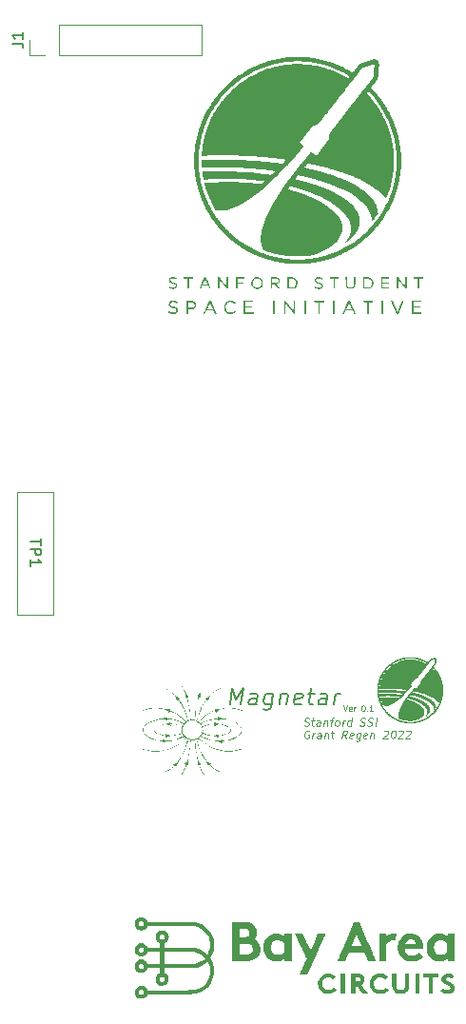
<source format=gbr>
%TF.GenerationSoftware,KiCad,Pcbnew,(6.0.5)*%
%TF.CreationDate,2022-08-19T16:14:06-07:00*%
%TF.ProjectId,Coil_Panels_Z,436f696c-5f50-4616-9e65-6c735f5a2e6b,rev?*%
%TF.SameCoordinates,Original*%
%TF.FileFunction,Legend,Top*%
%TF.FilePolarity,Positive*%
%FSLAX46Y46*%
G04 Gerber Fmt 4.6, Leading zero omitted, Abs format (unit mm)*
G04 Created by KiCad (PCBNEW (6.0.5)) date 2022-08-19 16:14:06*
%MOMM*%
%LPD*%
G01*
G04 APERTURE LIST*
%ADD10C,0.100000*%
%ADD11C,0.200000*%
%ADD12C,0.150000*%
%ADD13C,0.120000*%
G04 APERTURE END LIST*
D10*
X151962571Y-113588190D02*
X152129238Y-114088190D01*
X152295904Y-113588190D01*
X152653047Y-114064380D02*
X152605428Y-114088190D01*
X152510190Y-114088190D01*
X152462571Y-114064380D01*
X152438761Y-114016761D01*
X152438761Y-113826285D01*
X152462571Y-113778666D01*
X152510190Y-113754857D01*
X152605428Y-113754857D01*
X152653047Y-113778666D01*
X152676857Y-113826285D01*
X152676857Y-113873904D01*
X152438761Y-113921523D01*
X152891142Y-114088190D02*
X152891142Y-113754857D01*
X152891142Y-113850095D02*
X152914952Y-113802476D01*
X152938761Y-113778666D01*
X152986380Y-113754857D01*
X153034000Y-113754857D01*
X153676857Y-113588190D02*
X153724476Y-113588190D01*
X153772095Y-113612000D01*
X153795904Y-113635809D01*
X153819714Y-113683428D01*
X153843523Y-113778666D01*
X153843523Y-113897714D01*
X153819714Y-113992952D01*
X153795904Y-114040571D01*
X153772095Y-114064380D01*
X153724476Y-114088190D01*
X153676857Y-114088190D01*
X153629238Y-114064380D01*
X153605428Y-114040571D01*
X153581619Y-113992952D01*
X153557809Y-113897714D01*
X153557809Y-113778666D01*
X153581619Y-113683428D01*
X153605428Y-113635809D01*
X153629238Y-113612000D01*
X153676857Y-113588190D01*
X154057809Y-114040571D02*
X154081619Y-114064380D01*
X154057809Y-114088190D01*
X154034000Y-114064380D01*
X154057809Y-114040571D01*
X154057809Y-114088190D01*
X154557809Y-114088190D02*
X154272095Y-114088190D01*
X154414952Y-114088190D02*
X154414952Y-113588190D01*
X154367333Y-113659619D01*
X154319714Y-113707238D01*
X154272095Y-113731047D01*
D11*
X141821991Y-113520571D02*
X142009491Y-112020571D01*
X142375562Y-113092000D01*
X143009491Y-112020571D01*
X142821991Y-113520571D01*
X144179133Y-113520571D02*
X144277348Y-112734857D01*
X144223776Y-112592000D01*
X144089848Y-112520571D01*
X143804133Y-112520571D01*
X143652348Y-112592000D01*
X144188062Y-113449142D02*
X144036276Y-113520571D01*
X143679133Y-113520571D01*
X143545205Y-113449142D01*
X143491633Y-113306285D01*
X143509491Y-113163428D01*
X143598776Y-113020571D01*
X143750562Y-112949142D01*
X144107705Y-112949142D01*
X144259491Y-112877714D01*
X145661276Y-112520571D02*
X145509491Y-113734857D01*
X145420205Y-113877714D01*
X145339848Y-113949142D01*
X145188062Y-114020571D01*
X144973776Y-114020571D01*
X144839848Y-113949142D01*
X145545205Y-113449142D02*
X145393419Y-113520571D01*
X145107705Y-113520571D01*
X144973776Y-113449142D01*
X144911276Y-113377714D01*
X144857705Y-113234857D01*
X144911276Y-112806285D01*
X145000562Y-112663428D01*
X145080919Y-112592000D01*
X145232705Y-112520571D01*
X145518419Y-112520571D01*
X145652348Y-112592000D01*
X146375562Y-112520571D02*
X146250562Y-113520571D01*
X146357705Y-112663428D02*
X146438062Y-112592000D01*
X146589848Y-112520571D01*
X146804133Y-112520571D01*
X146938062Y-112592000D01*
X146991633Y-112734857D01*
X146893419Y-113520571D01*
X148188062Y-113449142D02*
X148036276Y-113520571D01*
X147750562Y-113520571D01*
X147616633Y-113449142D01*
X147563062Y-113306285D01*
X147634491Y-112734857D01*
X147723776Y-112592000D01*
X147875562Y-112520571D01*
X148161276Y-112520571D01*
X148295205Y-112592000D01*
X148348776Y-112734857D01*
X148330919Y-112877714D01*
X147598776Y-113020571D01*
X148804133Y-112520571D02*
X149375562Y-112520571D01*
X149080919Y-112020571D02*
X148920205Y-113306285D01*
X148973776Y-113449142D01*
X149107705Y-113520571D01*
X149250562Y-113520571D01*
X150393419Y-113520571D02*
X150491633Y-112734857D01*
X150438062Y-112592000D01*
X150304133Y-112520571D01*
X150018419Y-112520571D01*
X149866633Y-112592000D01*
X150402348Y-113449142D02*
X150250562Y-113520571D01*
X149893419Y-113520571D01*
X149759491Y-113449142D01*
X149705919Y-113306285D01*
X149723776Y-113163428D01*
X149813062Y-113020571D01*
X149964848Y-112949142D01*
X150321991Y-112949142D01*
X150473776Y-112877714D01*
X151107705Y-113520571D02*
X151232705Y-112520571D01*
X151196991Y-112806285D02*
X151286276Y-112663428D01*
X151366633Y-112592000D01*
X151518419Y-112520571D01*
X151661276Y-112520571D01*
D10*
X148440666Y-115361833D02*
X148536500Y-115395166D01*
X148703166Y-115395166D01*
X148774000Y-115361833D01*
X148811500Y-115328500D01*
X148853166Y-115261833D01*
X148861500Y-115195166D01*
X148836500Y-115128500D01*
X148807333Y-115095166D01*
X148744833Y-115061833D01*
X148615666Y-115028500D01*
X148553166Y-114995166D01*
X148524000Y-114961833D01*
X148499000Y-114895166D01*
X148507333Y-114828500D01*
X148549000Y-114761833D01*
X148586500Y-114728500D01*
X148657333Y-114695166D01*
X148824000Y-114695166D01*
X148919833Y-114728500D01*
X149094833Y-114928500D02*
X149361500Y-114928500D01*
X149224000Y-114695166D02*
X149149000Y-115295166D01*
X149174000Y-115361833D01*
X149236500Y-115395166D01*
X149303166Y-115395166D01*
X149836500Y-115395166D02*
X149882333Y-115028500D01*
X149857333Y-114961833D01*
X149794833Y-114928500D01*
X149661500Y-114928500D01*
X149590666Y-114961833D01*
X149840666Y-115361833D02*
X149769833Y-115395166D01*
X149603166Y-115395166D01*
X149540666Y-115361833D01*
X149515666Y-115295166D01*
X149524000Y-115228500D01*
X149565666Y-115161833D01*
X149636500Y-115128500D01*
X149803166Y-115128500D01*
X149874000Y-115095166D01*
X150228166Y-114928500D02*
X150169833Y-115395166D01*
X150219833Y-114995166D02*
X150257333Y-114961833D01*
X150328166Y-114928500D01*
X150428166Y-114928500D01*
X150490666Y-114961833D01*
X150515666Y-115028500D01*
X150469833Y-115395166D01*
X150761500Y-114928500D02*
X151028166Y-114928500D01*
X150803166Y-115395166D02*
X150878166Y-114795166D01*
X150919833Y-114728500D01*
X150990666Y-114695166D01*
X151057333Y-114695166D01*
X151303166Y-115395166D02*
X151240666Y-115361833D01*
X151211500Y-115328500D01*
X151186500Y-115261833D01*
X151211500Y-115061833D01*
X151253166Y-114995166D01*
X151290666Y-114961833D01*
X151361500Y-114928500D01*
X151461500Y-114928500D01*
X151524000Y-114961833D01*
X151553166Y-114995166D01*
X151578166Y-115061833D01*
X151553166Y-115261833D01*
X151511500Y-115328500D01*
X151474000Y-115361833D01*
X151403166Y-115395166D01*
X151303166Y-115395166D01*
X151836500Y-115395166D02*
X151894833Y-114928500D01*
X151878166Y-115061833D02*
X151919833Y-114995166D01*
X151957333Y-114961833D01*
X152028166Y-114928500D01*
X152094833Y-114928500D01*
X152569833Y-115395166D02*
X152657333Y-114695166D01*
X152574000Y-115361833D02*
X152503166Y-115395166D01*
X152369833Y-115395166D01*
X152307333Y-115361833D01*
X152278166Y-115328500D01*
X152253166Y-115261833D01*
X152278166Y-115061833D01*
X152319833Y-114995166D01*
X152357333Y-114961833D01*
X152428166Y-114928500D01*
X152561500Y-114928500D01*
X152624000Y-114961833D01*
X153407333Y-115361833D02*
X153503166Y-115395166D01*
X153669833Y-115395166D01*
X153740666Y-115361833D01*
X153778166Y-115328500D01*
X153819833Y-115261833D01*
X153828166Y-115195166D01*
X153803166Y-115128500D01*
X153774000Y-115095166D01*
X153711500Y-115061833D01*
X153582333Y-115028500D01*
X153519833Y-114995166D01*
X153490666Y-114961833D01*
X153465666Y-114895166D01*
X153474000Y-114828500D01*
X153515666Y-114761833D01*
X153553166Y-114728500D01*
X153624000Y-114695166D01*
X153790666Y-114695166D01*
X153886500Y-114728500D01*
X154074000Y-115361833D02*
X154169833Y-115395166D01*
X154336500Y-115395166D01*
X154407333Y-115361833D01*
X154444833Y-115328500D01*
X154486500Y-115261833D01*
X154494833Y-115195166D01*
X154469833Y-115128500D01*
X154440666Y-115095166D01*
X154378166Y-115061833D01*
X154249000Y-115028500D01*
X154186500Y-114995166D01*
X154157333Y-114961833D01*
X154132333Y-114895166D01*
X154140666Y-114828500D01*
X154182333Y-114761833D01*
X154219833Y-114728500D01*
X154290666Y-114695166D01*
X154457333Y-114695166D01*
X154553166Y-114728500D01*
X154769833Y-115395166D02*
X154857333Y-114695166D01*
X148919833Y-115855500D02*
X148857333Y-115822166D01*
X148757333Y-115822166D01*
X148653166Y-115855500D01*
X148578166Y-115922166D01*
X148536500Y-115988833D01*
X148486500Y-116122166D01*
X148474000Y-116222166D01*
X148490666Y-116355500D01*
X148515666Y-116422166D01*
X148574000Y-116488833D01*
X148669833Y-116522166D01*
X148736500Y-116522166D01*
X148840666Y-116488833D01*
X148878166Y-116455500D01*
X148907333Y-116222166D01*
X148774000Y-116222166D01*
X149169833Y-116522166D02*
X149228166Y-116055500D01*
X149211500Y-116188833D02*
X149253166Y-116122166D01*
X149290666Y-116088833D01*
X149361500Y-116055500D01*
X149428166Y-116055500D01*
X149903166Y-116522166D02*
X149949000Y-116155500D01*
X149924000Y-116088833D01*
X149861500Y-116055500D01*
X149728166Y-116055500D01*
X149657333Y-116088833D01*
X149907333Y-116488833D02*
X149836500Y-116522166D01*
X149669833Y-116522166D01*
X149607333Y-116488833D01*
X149582333Y-116422166D01*
X149590666Y-116355500D01*
X149632333Y-116288833D01*
X149703166Y-116255500D01*
X149869833Y-116255500D01*
X149940666Y-116222166D01*
X150294833Y-116055500D02*
X150236500Y-116522166D01*
X150286500Y-116122166D02*
X150324000Y-116088833D01*
X150394833Y-116055500D01*
X150494833Y-116055500D01*
X150557333Y-116088833D01*
X150582333Y-116155500D01*
X150536500Y-116522166D01*
X150828166Y-116055500D02*
X151094833Y-116055500D01*
X150957333Y-115822166D02*
X150882333Y-116422166D01*
X150907333Y-116488833D01*
X150969833Y-116522166D01*
X151036500Y-116522166D01*
X152203166Y-116522166D02*
X152011500Y-116188833D01*
X151803166Y-116522166D02*
X151890666Y-115822166D01*
X152157333Y-115822166D01*
X152219833Y-115855500D01*
X152249000Y-115888833D01*
X152274000Y-115955500D01*
X152261500Y-116055500D01*
X152219833Y-116122166D01*
X152182333Y-116155500D01*
X152111500Y-116188833D01*
X151844833Y-116188833D01*
X152774000Y-116488833D02*
X152703166Y-116522166D01*
X152569833Y-116522166D01*
X152507333Y-116488833D01*
X152482333Y-116422166D01*
X152515666Y-116155500D01*
X152557333Y-116088833D01*
X152628166Y-116055500D01*
X152761500Y-116055500D01*
X152824000Y-116088833D01*
X152849000Y-116155500D01*
X152840666Y-116222166D01*
X152499000Y-116288833D01*
X153461500Y-116055500D02*
X153390666Y-116622166D01*
X153349000Y-116688833D01*
X153311500Y-116722166D01*
X153240666Y-116755500D01*
X153140666Y-116755500D01*
X153078166Y-116722166D01*
X153407333Y-116488833D02*
X153336500Y-116522166D01*
X153203166Y-116522166D01*
X153140666Y-116488833D01*
X153111500Y-116455500D01*
X153086500Y-116388833D01*
X153111500Y-116188833D01*
X153153166Y-116122166D01*
X153190666Y-116088833D01*
X153261500Y-116055500D01*
X153394833Y-116055500D01*
X153457333Y-116088833D01*
X154007333Y-116488833D02*
X153936500Y-116522166D01*
X153803166Y-116522166D01*
X153740666Y-116488833D01*
X153715666Y-116422166D01*
X153749000Y-116155500D01*
X153790666Y-116088833D01*
X153861500Y-116055500D01*
X153994833Y-116055500D01*
X154057333Y-116088833D01*
X154082333Y-116155500D01*
X154074000Y-116222166D01*
X153732333Y-116288833D01*
X154394833Y-116055500D02*
X154336500Y-116522166D01*
X154386500Y-116122166D02*
X154424000Y-116088833D01*
X154494833Y-116055500D01*
X154594833Y-116055500D01*
X154657333Y-116088833D01*
X154682333Y-116155500D01*
X154636500Y-116522166D01*
X155549000Y-115888833D02*
X155586500Y-115855500D01*
X155657333Y-115822166D01*
X155824000Y-115822166D01*
X155886500Y-115855500D01*
X155915666Y-115888833D01*
X155940666Y-115955500D01*
X155932333Y-116022166D01*
X155886500Y-116122166D01*
X155436500Y-116522166D01*
X155869833Y-116522166D01*
X156390666Y-115822166D02*
X156457333Y-115822166D01*
X156519833Y-115855500D01*
X156549000Y-115888833D01*
X156574000Y-115955500D01*
X156590666Y-116088833D01*
X156569833Y-116255500D01*
X156519833Y-116388833D01*
X156478166Y-116455500D01*
X156440666Y-116488833D01*
X156369833Y-116522166D01*
X156303166Y-116522166D01*
X156240666Y-116488833D01*
X156211500Y-116455500D01*
X156186500Y-116388833D01*
X156169833Y-116255500D01*
X156190666Y-116088833D01*
X156240666Y-115955500D01*
X156282333Y-115888833D01*
X156319833Y-115855500D01*
X156390666Y-115822166D01*
X156882333Y-115888833D02*
X156919833Y-115855500D01*
X156990666Y-115822166D01*
X157157333Y-115822166D01*
X157219833Y-115855500D01*
X157249000Y-115888833D01*
X157274000Y-115955500D01*
X157265666Y-116022166D01*
X157219833Y-116122166D01*
X156769833Y-116522166D01*
X157203166Y-116522166D01*
X157549000Y-115888833D02*
X157586500Y-115855500D01*
X157657333Y-115822166D01*
X157824000Y-115822166D01*
X157886500Y-115855500D01*
X157915666Y-115888833D01*
X157940666Y-115955500D01*
X157932333Y-116022166D01*
X157886500Y-116122166D01*
X157436500Y-116522166D01*
X157869833Y-116522166D01*
D12*
%TO.C,TP1*%
X125047619Y-98748095D02*
X125047619Y-99319523D01*
X124047619Y-99033809D02*
X125047619Y-99033809D01*
X124047619Y-99652857D02*
X125047619Y-99652857D01*
X125047619Y-100033809D01*
X125000000Y-100129047D01*
X124952380Y-100176666D01*
X124857142Y-100224285D01*
X124714285Y-100224285D01*
X124619047Y-100176666D01*
X124571428Y-100129047D01*
X124523809Y-100033809D01*
X124523809Y-99652857D01*
X124047619Y-101176666D02*
X124047619Y-100605238D01*
X124047619Y-100890952D02*
X125047619Y-100890952D01*
X124904761Y-100795714D01*
X124809523Y-100700476D01*
X124761904Y-100605238D01*
%TO.C,J1*%
X122432380Y-54703333D02*
X123146666Y-54703333D01*
X123289523Y-54750952D01*
X123384761Y-54846190D01*
X123432380Y-54989047D01*
X123432380Y-55084285D01*
X123432380Y-53703333D02*
X123432380Y-54274761D01*
X123432380Y-53989047D02*
X122432380Y-53989047D01*
X122575238Y-54084285D01*
X122670476Y-54179523D01*
X122718095Y-54274761D01*
%TO.C,REF\u002A\u002A*%
G36*
X154947133Y-112214500D02*
G01*
X154947189Y-112209384D01*
X154947710Y-112170597D01*
X154948388Y-112133437D01*
X154949191Y-112098880D01*
X154950091Y-112067897D01*
X154951057Y-112041462D01*
X154952059Y-112020548D01*
X154953067Y-112006128D01*
X154953610Y-112001339D01*
X154956265Y-111981322D01*
X154958680Y-111959474D01*
X154960109Y-111943339D01*
X154963054Y-111911854D01*
X154967609Y-111874595D01*
X154973462Y-111833554D01*
X154980303Y-111790724D01*
X154987820Y-111748095D01*
X154995700Y-111707659D01*
X155000461Y-111685339D01*
X155003677Y-111670649D01*
X155006340Y-111658189D01*
X155007737Y-111651339D01*
X155014006Y-111618802D01*
X155019423Y-111592032D01*
X155024442Y-111568902D01*
X155029516Y-111547288D01*
X155032479Y-111535339D01*
X155036920Y-111517540D01*
X155040753Y-111501854D01*
X155043459Y-111490419D01*
X155044359Y-111486328D01*
X155046139Y-111479137D01*
X155049681Y-111466086D01*
X155054485Y-111448984D01*
X155060048Y-111429645D01*
X155060431Y-111428328D01*
X155066181Y-111408532D01*
X155071388Y-111390500D01*
X155075491Y-111376179D01*
X155077931Y-111367519D01*
X155077980Y-111367339D01*
X155082489Y-111352138D01*
X155089017Y-111331917D01*
X155097173Y-111307742D01*
X155106567Y-111280678D01*
X155116808Y-111251791D01*
X155127507Y-111222146D01*
X155138272Y-111192810D01*
X155148713Y-111164847D01*
X155158440Y-111139324D01*
X155167062Y-111117306D01*
X155174189Y-111099859D01*
X155179431Y-111088049D01*
X155182031Y-111083339D01*
X155184780Y-111078183D01*
X155189816Y-111067347D01*
X155196362Y-111052543D01*
X155202017Y-111039339D01*
X155222548Y-110993087D01*
X155246676Y-110942683D01*
X155273502Y-110889776D01*
X155302126Y-110836014D01*
X155331649Y-110783045D01*
X155361171Y-110732518D01*
X155389792Y-110686082D01*
X155416614Y-110645383D01*
X155418475Y-110642685D01*
X155425065Y-110632820D01*
X155429236Y-110625919D01*
X155429999Y-110624140D01*
X155432154Y-110620147D01*
X155437915Y-110611201D01*
X155446231Y-110598854D01*
X155456050Y-110584657D01*
X155466318Y-110570161D01*
X155471254Y-110563339D01*
X155476553Y-110556050D01*
X155485527Y-110543683D01*
X155497159Y-110527638D01*
X155510434Y-110509316D01*
X155519108Y-110497339D01*
X155544044Y-110463326D01*
X155567930Y-110431727D01*
X155591799Y-110401283D01*
X155616687Y-110370734D01*
X155643629Y-110338821D01*
X155673659Y-110304284D01*
X155707811Y-110265863D01*
X155724469Y-110247339D01*
X155754937Y-110213847D01*
X155782093Y-110184740D01*
X155807580Y-110158380D01*
X155833043Y-110133128D01*
X155860125Y-110107346D01*
X155890469Y-110079397D01*
X155917325Y-110055160D01*
X155934559Y-110039744D01*
X155949477Y-110026528D01*
X155963253Y-110014520D01*
X155977063Y-110002732D01*
X155992083Y-109990174D01*
X156009488Y-109975856D01*
X156030452Y-109958789D01*
X156056152Y-109937982D01*
X156064373Y-109931339D01*
X156113422Y-109892983D01*
X156167250Y-109853162D01*
X156224196Y-109812989D01*
X156282596Y-109773578D01*
X156340789Y-109736042D01*
X156397112Y-109701497D01*
X156449903Y-109671055D01*
X156466000Y-109662242D01*
X156476875Y-109656322D01*
X156492501Y-109647747D01*
X156510636Y-109637749D01*
X156526000Y-109629248D01*
X156547531Y-109617773D01*
X156573938Y-109604436D01*
X156603953Y-109589812D01*
X156636310Y-109574478D01*
X156669741Y-109559010D01*
X156702980Y-109543985D01*
X156734759Y-109529978D01*
X156763811Y-109517565D01*
X156788870Y-109507324D01*
X156808668Y-109499831D01*
X156816000Y-109497357D01*
X156826993Y-109493524D01*
X156834784Y-109490175D01*
X156836000Y-109489456D01*
X156841824Y-109486718D01*
X156854053Y-109481933D01*
X156871478Y-109475516D01*
X156892893Y-109467880D01*
X156917090Y-109459441D01*
X156942861Y-109450613D01*
X156968998Y-109441811D01*
X156994294Y-109433448D01*
X157017542Y-109425939D01*
X157037534Y-109419699D01*
X157050000Y-109416006D01*
X157067495Y-109411178D01*
X157088908Y-109405521D01*
X157112047Y-109399587D01*
X157134720Y-109393928D01*
X157154736Y-109389098D01*
X157169902Y-109385647D01*
X157173267Y-109384946D01*
X157184491Y-109382426D01*
X157192195Y-109380210D01*
X157193560Y-109379610D01*
X157198690Y-109377900D01*
X157209477Y-109375092D01*
X157223755Y-109371746D01*
X157226293Y-109371181D01*
X157242999Y-109367476D01*
X157258585Y-109363993D01*
X157269755Y-109361469D01*
X157270000Y-109361413D01*
X157289553Y-109357129D01*
X157314433Y-109351976D01*
X157342908Y-109346283D01*
X157373251Y-109340381D01*
X157403732Y-109334598D01*
X157432622Y-109329265D01*
X157458192Y-109324711D01*
X157478714Y-109321266D01*
X157488000Y-109319851D01*
X157510261Y-109316692D01*
X157533715Y-109313372D01*
X157554782Y-109310398D01*
X157564000Y-109309100D01*
X157591714Y-109305738D01*
X157623354Y-109302931D01*
X157659545Y-109300655D01*
X157700916Y-109298886D01*
X157748094Y-109297599D01*
X157801708Y-109296770D01*
X157862385Y-109296375D01*
X157894000Y-109296333D01*
X157955867Y-109296511D01*
X158010455Y-109297050D01*
X158058476Y-109297979D01*
X158100645Y-109299325D01*
X158137674Y-109301114D01*
X158170277Y-109303376D01*
X158199167Y-109306136D01*
X158222000Y-109308988D01*
X158274531Y-109316507D01*
X158320466Y-109323448D01*
X158361166Y-109330047D01*
X158397994Y-109336540D01*
X158432311Y-109343165D01*
X158465480Y-109350158D01*
X158488000Y-109355228D01*
X158504689Y-109359073D01*
X158524634Y-109363667D01*
X158542000Y-109367666D01*
X158558718Y-109371614D01*
X158580039Y-109376789D01*
X158602819Y-109382424D01*
X158618000Y-109386243D01*
X158636829Y-109390982D01*
X158653395Y-109395084D01*
X158665820Y-109398088D01*
X158672000Y-109399489D01*
X158687662Y-109403086D01*
X158709025Y-109408699D01*
X158734213Y-109415767D01*
X158761353Y-109423730D01*
X158788570Y-109432027D01*
X158813991Y-109440097D01*
X158835742Y-109447380D01*
X158851947Y-109453316D01*
X158852000Y-109453337D01*
X158859182Y-109456037D01*
X158871751Y-109460624D01*
X158887553Y-109466315D01*
X158896000Y-109469333D01*
X158962215Y-109493989D01*
X159030520Y-109521405D01*
X159098331Y-109550478D01*
X159163068Y-109580108D01*
X159214000Y-109605034D01*
X159232734Y-109614688D01*
X159254345Y-109626076D01*
X159277044Y-109638228D01*
X159299044Y-109650177D01*
X159318556Y-109660954D01*
X159333792Y-109669592D01*
X159340000Y-109673261D01*
X159353054Y-109680981D01*
X159364131Y-109687142D01*
X159370782Y-109690389D01*
X159376782Y-109693468D01*
X159387850Y-109699875D01*
X159402319Y-109708623D01*
X159415991Y-109717129D01*
X159431569Y-109726776D01*
X159444707Y-109734598D01*
X159453919Y-109739731D01*
X159457611Y-109741339D01*
X159461469Y-109738406D01*
X159468633Y-109730685D01*
X159477614Y-109719790D01*
X159478402Y-109718785D01*
X159489021Y-109705289D01*
X159499299Y-109692411D01*
X159506315Y-109683785D01*
X159512675Y-109675807D01*
X159522504Y-109663116D01*
X159534491Y-109647418D01*
X159547329Y-109630417D01*
X159548138Y-109629339D01*
X159561755Y-109611330D01*
X159575366Y-109593572D01*
X159587371Y-109578143D01*
X159595986Y-109567339D01*
X159606968Y-109553380D01*
X159617820Y-109538768D01*
X159623619Y-109530465D01*
X159633340Y-109517985D01*
X159644346Y-109506674D01*
X159648121Y-109503517D01*
X159660676Y-109495477D01*
X159678404Y-109486076D01*
X159698873Y-109476436D01*
X159719652Y-109467682D01*
X159738310Y-109460936D01*
X159744000Y-109459227D01*
X159755272Y-109455835D01*
X159772009Y-109450481D01*
X159792126Y-109443845D01*
X159813537Y-109436607D01*
X159817934Y-109435099D01*
X159841027Y-109427289D01*
X159864886Y-109419454D01*
X159886815Y-109412465D01*
X159904115Y-109407194D01*
X159905224Y-109406872D01*
X159922679Y-109401425D01*
X159939075Y-109395644D01*
X159951434Y-109390594D01*
X159953462Y-109389613D01*
X159965842Y-109384249D01*
X159981724Y-109378592D01*
X159992172Y-109375424D01*
X160019858Y-109367831D01*
X160040994Y-109362257D01*
X160056709Y-109358482D01*
X160068134Y-109356288D01*
X160076399Y-109355457D01*
X160082634Y-109355769D01*
X160087753Y-109356940D01*
X160100807Y-109360327D01*
X160114000Y-109363011D01*
X160129616Y-109368309D01*
X160147477Y-109378488D01*
X160165248Y-109391867D01*
X160180593Y-109406769D01*
X160187986Y-109416214D01*
X160199420Y-109438877D01*
X160207527Y-109466930D01*
X160211995Y-109498354D01*
X160212511Y-109531129D01*
X160209809Y-109557339D01*
X160208286Y-109569858D01*
X160206731Y-109588011D01*
X160205319Y-109609433D01*
X160204226Y-109631761D01*
X160204165Y-109633339D01*
X160203236Y-109655638D01*
X160202209Y-109677202D01*
X160201204Y-109695667D01*
X160200341Y-109708672D01*
X160200288Y-109709339D01*
X160199127Y-109724265D01*
X160197731Y-109743368D01*
X160196376Y-109762840D01*
X160196209Y-109765339D01*
X160194892Y-109784972D01*
X160193531Y-109805150D01*
X160192399Y-109821839D01*
X160192296Y-109823339D01*
X160190430Y-109838622D01*
X160186919Y-109858019D01*
X160182428Y-109877986D01*
X160181048Y-109883339D01*
X160175464Y-109901665D01*
X160168646Y-109918027D01*
X160159553Y-109934216D01*
X160147145Y-109952025D01*
X160130383Y-109973247D01*
X160125354Y-109979339D01*
X160103003Y-110006343D01*
X160084838Y-110028525D01*
X160069853Y-110047143D01*
X160057035Y-110063454D01*
X160045376Y-110078718D01*
X160041911Y-110083339D01*
X160028978Y-110100469D01*
X160015252Y-110118365D01*
X160003084Y-110133969D01*
X159999565Y-110138401D01*
X159981128Y-110161464D01*
X160032564Y-110215666D01*
X160067427Y-110253008D01*
X160101203Y-110290343D01*
X160132642Y-110326247D01*
X160160496Y-110359299D01*
X160179833Y-110383339D01*
X160193581Y-110400860D01*
X160209095Y-110420557D01*
X160223157Y-110438345D01*
X160223945Y-110439339D01*
X160247773Y-110470324D01*
X160274479Y-110506678D01*
X160302973Y-110546825D01*
X160332163Y-110589188D01*
X160360959Y-110632190D01*
X160388270Y-110674254D01*
X160406566Y-110703339D01*
X160428461Y-110739364D01*
X160450826Y-110777398D01*
X160473041Y-110816295D01*
X160494485Y-110854908D01*
X160514535Y-110892091D01*
X160532571Y-110926699D01*
X160547970Y-110957585D01*
X160560113Y-110983602D01*
X160565956Y-110997339D01*
X160570920Y-111009084D01*
X160578095Y-111025313D01*
X160586259Y-111043283D01*
X160589992Y-111051339D01*
X160599059Y-111071317D01*
X160608444Y-111092895D01*
X160616506Y-111112275D01*
X160618518Y-111117339D01*
X160624550Y-111132598D01*
X160629880Y-111145764D01*
X160633514Y-111154392D01*
X160633941Y-111155339D01*
X160639637Y-111168890D01*
X160647241Y-111188809D01*
X160656319Y-111213812D01*
X160666438Y-111242616D01*
X160677164Y-111273938D01*
X160688065Y-111306496D01*
X160698706Y-111339006D01*
X160708654Y-111370186D01*
X160717476Y-111398752D01*
X160724737Y-111423422D01*
X160725842Y-111427339D01*
X160731899Y-111449598D01*
X160738673Y-111475502D01*
X160745709Y-111503210D01*
X160752553Y-111530878D01*
X160758750Y-111556664D01*
X160763845Y-111578725D01*
X160767383Y-111595220D01*
X160767797Y-111597339D01*
X160771648Y-111616824D01*
X160775807Y-111636875D01*
X160779453Y-111653545D01*
X160779865Y-111655339D01*
X160787232Y-111689401D01*
X160794790Y-111728490D01*
X160801977Y-111769665D01*
X160803875Y-111781339D01*
X160809451Y-111816483D01*
X160813815Y-111844547D01*
X160817083Y-111866341D01*
X160819373Y-111882673D01*
X160820802Y-111894352D01*
X160821486Y-111902187D01*
X160821543Y-111903339D01*
X160822275Y-111912204D01*
X160823865Y-111926768D01*
X160826059Y-111944805D01*
X160827957Y-111959339D01*
X160831213Y-111989390D01*
X160833913Y-112026203D01*
X160836059Y-112068557D01*
X160837650Y-112115233D01*
X160838686Y-112165011D01*
X160839168Y-112216672D01*
X160839094Y-112268995D01*
X160838466Y-112320761D01*
X160837283Y-112370751D01*
X160835545Y-112417744D01*
X160833253Y-112460522D01*
X160830406Y-112497864D01*
X160827935Y-112521339D01*
X160825434Y-112542146D01*
X160823169Y-112561582D01*
X160821395Y-112577437D01*
X160820378Y-112587339D01*
X160818006Y-112608509D01*
X160814294Y-112635565D01*
X160809559Y-112666650D01*
X160804117Y-112699907D01*
X160798287Y-112733479D01*
X160792385Y-112765509D01*
X160786730Y-112794141D01*
X160781637Y-112817517D01*
X160779646Y-112825704D01*
X160775903Y-112842006D01*
X160772757Y-112858489D01*
X160771661Y-112865704D01*
X160769134Y-112881302D01*
X160765857Y-112896958D01*
X160765270Y-112899323D01*
X160762366Y-112910973D01*
X160760289Y-112919926D01*
X160760002Y-112921323D01*
X160758259Y-112929050D01*
X160754963Y-112942601D01*
X160750604Y-112960063D01*
X160745669Y-112979523D01*
X160740647Y-112999070D01*
X160736026Y-113016792D01*
X160732294Y-113030776D01*
X160729940Y-113039110D01*
X160729869Y-113039339D01*
X160727269Y-113047796D01*
X160722974Y-113061944D01*
X160717581Y-113079808D01*
X160711711Y-113099339D01*
X160706019Y-113118225D01*
X160701025Y-113134493D01*
X160696229Y-113149641D01*
X160691133Y-113165166D01*
X160685241Y-113182566D01*
X160678053Y-113203340D01*
X160669071Y-113228985D01*
X160660498Y-113253339D01*
X160649269Y-113284894D01*
X160639584Y-113311256D01*
X160630484Y-113334831D01*
X160621012Y-113358024D01*
X160610210Y-113383242D01*
X160597121Y-113412890D01*
X160596030Y-113415339D01*
X160587065Y-113435489D01*
X160578425Y-113454995D01*
X160571084Y-113471646D01*
X160566020Y-113483232D01*
X160565974Y-113483339D01*
X160560238Y-113495946D01*
X160552181Y-113512824D01*
X160543164Y-113531145D01*
X160539038Y-113539339D01*
X160508565Y-113598465D01*
X160479985Y-113651929D01*
X160452256Y-113701505D01*
X160424332Y-113748971D01*
X160395169Y-113796104D01*
X160363722Y-113844680D01*
X160330138Y-113894728D01*
X160286728Y-113956615D01*
X160239542Y-114020485D01*
X160190944Y-114083187D01*
X160160393Y-114121004D01*
X160126582Y-114160898D01*
X160088427Y-114203789D01*
X160047194Y-114248381D01*
X160004147Y-114293377D01*
X159960552Y-114337481D01*
X159917675Y-114379398D01*
X159876781Y-114417830D01*
X159839135Y-114451481D01*
X159830742Y-114458687D01*
X159817334Y-114470119D01*
X159800628Y-114484399D01*
X159783391Y-114499159D01*
X159776000Y-114505499D01*
X159757520Y-114520999D01*
X159735819Y-114538504D01*
X159710105Y-114558634D01*
X159679582Y-114582007D01*
X159643457Y-114609245D01*
X159636000Y-114614830D01*
X159620665Y-114626027D01*
X159599908Y-114640774D01*
X159574977Y-114658206D01*
X159547119Y-114677457D01*
X159517583Y-114697660D01*
X159487617Y-114717950D01*
X159480000Y-114723072D01*
X159465719Y-114732413D01*
X159451972Y-114740998D01*
X159442391Y-114746596D01*
X159430254Y-114753568D01*
X159416449Y-114761990D01*
X159412391Y-114764570D01*
X159400847Y-114771890D01*
X159390888Y-114778008D01*
X159388000Y-114779706D01*
X159381623Y-114783377D01*
X159369909Y-114790144D01*
X159354441Y-114799091D01*
X159336802Y-114809303D01*
X159334035Y-114810906D01*
X159304140Y-114827602D01*
X159268543Y-114846461D01*
X159228961Y-114866645D01*
X159187107Y-114887318D01*
X159144697Y-114907642D01*
X159103446Y-114926781D01*
X159065069Y-114943897D01*
X159038000Y-114955402D01*
X159014531Y-114965109D01*
X158992881Y-114974082D01*
X158974410Y-114981757D01*
X158960477Y-114987568D01*
X158952439Y-114990951D01*
X158952000Y-114991140D01*
X158938303Y-114996574D01*
X158918441Y-115003840D01*
X158893900Y-115012441D01*
X158866169Y-115021879D01*
X158836735Y-115031658D01*
X158807086Y-115041280D01*
X158778709Y-115050248D01*
X158753092Y-115058065D01*
X158742000Y-115061324D01*
X158711799Y-115070028D01*
X158687741Y-115076897D01*
X158668291Y-115082353D01*
X158651916Y-115086819D01*
X158637083Y-115090719D01*
X158622259Y-115094474D01*
X158618000Y-115095534D01*
X158583323Y-115104087D01*
X158552532Y-115111602D01*
X158526406Y-115117893D01*
X158505727Y-115122773D01*
X158491276Y-115126055D01*
X158484000Y-115127528D01*
X158476398Y-115128861D01*
X158463452Y-115131266D01*
X158447669Y-115134276D01*
X158444000Y-115134986D01*
X158399602Y-115143033D01*
X158350065Y-115151038D01*
X158297502Y-115158724D01*
X158244022Y-115165813D01*
X158191739Y-115172026D01*
X158142762Y-115177087D01*
X158099205Y-115180715D01*
X158094000Y-115181071D01*
X158062470Y-115182816D01*
X158025013Y-115184329D01*
X157983697Y-115185569D01*
X157940592Y-115186492D01*
X157897767Y-115187057D01*
X157857291Y-115187223D01*
X157821236Y-115186947D01*
X157812000Y-115186781D01*
X157771448Y-115185470D01*
X157727525Y-115183241D01*
X157682555Y-115180263D01*
X157638865Y-115176704D01*
X157598778Y-115172735D01*
X157568000Y-115168993D01*
X157543960Y-115165725D01*
X157519213Y-115162371D01*
X157496578Y-115159314D01*
X157478874Y-115156933D01*
X157478000Y-115156816D01*
X157457727Y-115153868D01*
X157436248Y-115150371D01*
X157417958Y-115147046D01*
X157416738Y-115146803D01*
X157400457Y-115143958D01*
X157385164Y-115141981D01*
X157375315Y-115141339D01*
X157363633Y-115140299D01*
X157348209Y-115137615D01*
X157336577Y-115134922D01*
X157322291Y-115131345D01*
X157310185Y-115128582D01*
X157304000Y-115127411D01*
X157292772Y-115125390D01*
X157275298Y-115121647D01*
X157253055Y-115116542D01*
X157227520Y-115110435D01*
X157200171Y-115103685D01*
X157172486Y-115096653D01*
X157145943Y-115089699D01*
X157122018Y-115083181D01*
X157120000Y-115082615D01*
X157062050Y-115066103D01*
X157010601Y-115050893D01*
X156964343Y-115036548D01*
X156921970Y-115022635D01*
X156882171Y-115008717D01*
X156843638Y-114994360D01*
X156805064Y-114979126D01*
X156788000Y-114972141D01*
X156765456Y-114962833D01*
X156740652Y-114952603D01*
X156717299Y-114942985D01*
X156705553Y-114938153D01*
X156690088Y-114931422D01*
X156668992Y-114921705D01*
X156643728Y-114909719D01*
X156615755Y-114896179D01*
X156586535Y-114881804D01*
X156557530Y-114867309D01*
X156530200Y-114853412D01*
X156506007Y-114840828D01*
X156493549Y-114834177D01*
X156467838Y-114819963D01*
X156438852Y-114803430D01*
X156408139Y-114785506D01*
X156377247Y-114767116D01*
X156347724Y-114749190D01*
X156321119Y-114732653D01*
X156298978Y-114718434D01*
X156287758Y-114710904D01*
X156270598Y-114699125D01*
X156250694Y-114685530D01*
X156231934Y-114672774D01*
X156229288Y-114670981D01*
X156213735Y-114660405D01*
X156200690Y-114651384D01*
X156188487Y-114642712D01*
X156175462Y-114633181D01*
X156159950Y-114621585D01*
X156140286Y-114606717D01*
X156132838Y-114601066D01*
X156115126Y-114587642D01*
X156097347Y-114574203D01*
X156081782Y-114562472D01*
X156072275Y-114555339D01*
X156032095Y-114524019D01*
X155988523Y-114487763D01*
X155942603Y-114447584D01*
X155895376Y-114404496D01*
X155847886Y-114359513D01*
X155801174Y-114313649D01*
X155756283Y-114267918D01*
X155714256Y-114223334D01*
X155676134Y-114180911D01*
X155642960Y-114141662D01*
X155629089Y-114124234D01*
X155618061Y-114110403D01*
X155607164Y-114097323D01*
X155598718Y-114087778D01*
X155598571Y-114087621D01*
X155592467Y-114080459D01*
X155582660Y-114068126D01*
X155570152Y-114051922D01*
X155555949Y-114033147D01*
X155542704Y-114015339D01*
X155528132Y-113995607D01*
X155514711Y-113977477D01*
X155503355Y-113962182D01*
X155494983Y-113950957D01*
X155490702Y-113945285D01*
X155485929Y-113938629D01*
X155477639Y-113926603D01*
X155466710Y-113910521D01*
X155454021Y-113891697D01*
X155440449Y-113871445D01*
X155426874Y-113851079D01*
X155414174Y-113831914D01*
X155403228Y-113815262D01*
X155394913Y-113802439D01*
X155390456Y-113795339D01*
X155384366Y-113785396D01*
X155376047Y-113772023D01*
X155369332Y-113761339D01*
X155360856Y-113747539D01*
X155350336Y-113729868D01*
X155339622Y-113711445D01*
X155336135Y-113705339D01*
X155326756Y-113688814D01*
X155317931Y-113673267D01*
X155311038Y-113661126D01*
X155308888Y-113657339D01*
X155293020Y-113628402D01*
X155275550Y-113594816D01*
X155256986Y-113557697D01*
X155237835Y-113518159D01*
X155218605Y-113477317D01*
X155199803Y-113436287D01*
X155181937Y-113396184D01*
X155165514Y-113358122D01*
X155151040Y-113323217D01*
X155139025Y-113292584D01*
X155129974Y-113267338D01*
X155126640Y-113256815D01*
X155123705Y-113247672D01*
X155118781Y-113233102D01*
X155112584Y-113215204D01*
X155106638Y-113198339D01*
X155100568Y-113180944D01*
X155095809Y-113166676D01*
X155092831Y-113156990D01*
X155092102Y-113153340D01*
X155092114Y-113153339D01*
X155091666Y-113150082D01*
X155088765Y-113141926D01*
X155087305Y-113138339D01*
X155083479Y-113127995D01*
X155078334Y-113112451D01*
X155072683Y-113094217D01*
X155069477Y-113083339D01*
X155063810Y-113063740D01*
X155058199Y-113044403D01*
X155053499Y-113028276D01*
X155051698Y-113022132D01*
X155047869Y-113008601D01*
X155044877Y-112997113D01*
X155043854Y-112992580D01*
X155041842Y-112983962D01*
X155038504Y-112971283D01*
X155036412Y-112963787D01*
X155033617Y-112952872D01*
X155029761Y-112936342D01*
X155025267Y-112916175D01*
X155020556Y-112894349D01*
X155016053Y-112872845D01*
X155012177Y-112853640D01*
X155009353Y-112838715D01*
X155008154Y-112831339D01*
X155006437Y-112822531D01*
X155003439Y-112810234D01*
X155002335Y-112806134D01*
X154998842Y-112791735D01*
X154996194Y-112777802D01*
X154995825Y-112775213D01*
X154993761Y-112762069D01*
X154990911Y-112747164D01*
X154990323Y-112744417D01*
X154986738Y-112726316D01*
X154982562Y-112702420D01*
X154978070Y-112674614D01*
X154973538Y-112644784D01*
X154969244Y-112614819D01*
X154965463Y-112586603D01*
X154962473Y-112562025D01*
X154960549Y-112542969D01*
X154960271Y-112539339D01*
X154959377Y-112528454D01*
X154957821Y-112511506D01*
X154955784Y-112490387D01*
X154953447Y-112466991D01*
X154952052Y-112453384D01*
X154950338Y-112435554D01*
X154948964Y-112417898D01*
X154947907Y-112399409D01*
X154947149Y-112379078D01*
X154946670Y-112355897D01*
X154946448Y-112328857D01*
X154946465Y-112296950D01*
X154946574Y-112279496D01*
X155071539Y-112279496D01*
X155073577Y-112348539D01*
X155075125Y-112381071D01*
X155076934Y-112413690D01*
X155078894Y-112444757D01*
X155080896Y-112472633D01*
X155082830Y-112495677D01*
X155084470Y-112511339D01*
X155086990Y-112532073D01*
X155089307Y-112551736D01*
X155091142Y-112567935D01*
X155092130Y-112577339D01*
X155093509Y-112589286D01*
X155095762Y-112606312D01*
X155098508Y-112625593D01*
X155099969Y-112635339D01*
X155103180Y-112656403D01*
X155106509Y-112678295D01*
X155109403Y-112697369D01*
X155110305Y-112703339D01*
X155117513Y-112747992D01*
X155125125Y-112789535D01*
X155132727Y-112825727D01*
X155134024Y-112831339D01*
X155142268Y-112866415D01*
X155149037Y-112895071D01*
X155154695Y-112918673D01*
X155159604Y-112938585D01*
X155164127Y-112956174D01*
X155168627Y-112972806D01*
X155173466Y-112989845D01*
X155179008Y-113008659D01*
X155185613Y-113030613D01*
X155193646Y-113057072D01*
X155196160Y-113065339D01*
X155217051Y-113131001D01*
X155239869Y-113197191D01*
X155263894Y-113261995D01*
X155288406Y-113323499D01*
X155312686Y-113379791D01*
X155322318Y-113400731D01*
X155329210Y-113415776D01*
X155334559Y-113428155D01*
X155337592Y-113436047D01*
X155338000Y-113437731D01*
X155341052Y-113441240D01*
X155341974Y-113441339D01*
X155344994Y-113444739D01*
X155350842Y-113454156D01*
X155358851Y-113468409D01*
X155368350Y-113486318D01*
X155376000Y-113501339D01*
X155385774Y-113521119D01*
X155393939Y-113538153D01*
X155399958Y-113551277D01*
X155403294Y-113559328D01*
X155403698Y-113561339D01*
X155404007Y-113564318D01*
X155407684Y-113571732D01*
X155409213Y-113574339D01*
X155415014Y-113584305D01*
X155422960Y-113598437D01*
X155431427Y-113613844D01*
X155432238Y-113615339D01*
X155441500Y-113631833D01*
X155451312Y-113648347D01*
X155459577Y-113661352D01*
X155459698Y-113661532D01*
X155468363Y-113674994D01*
X155478389Y-113691502D01*
X155486000Y-113704656D01*
X155495457Y-113720716D01*
X155508132Y-113741098D01*
X155523260Y-113764675D01*
X155540077Y-113790318D01*
X155557818Y-113816899D01*
X155575720Y-113843289D01*
X155593018Y-113868360D01*
X155608948Y-113890984D01*
X155622745Y-113910032D01*
X155633646Y-113924377D01*
X155639875Y-113931825D01*
X155644027Y-113936887D01*
X155651637Y-113946621D01*
X155661360Y-113959299D01*
X155666000Y-113965416D01*
X155677892Y-113980898D01*
X155689932Y-113996157D01*
X155699954Y-114008463D01*
X155702038Y-114010929D01*
X155712262Y-114023050D01*
X155724508Y-114037807D01*
X155733953Y-114049339D01*
X155763860Y-114085054D01*
X155797504Y-114123350D01*
X155833464Y-114162726D01*
X155870318Y-114201677D01*
X155906646Y-114238702D01*
X155941025Y-114272299D01*
X155971728Y-114300691D01*
X155990428Y-114317378D01*
X156009262Y-114334210D01*
X156026421Y-114349571D01*
X156040097Y-114361842D01*
X156043983Y-114365339D01*
X156071186Y-114389186D01*
X156102232Y-114415277D01*
X156135930Y-114442697D01*
X156171091Y-114470531D01*
X156206527Y-114497866D01*
X156241046Y-114523787D01*
X156273461Y-114547379D01*
X156302581Y-114567728D01*
X156327216Y-114583918D01*
X156332747Y-114587339D01*
X156340696Y-114592281D01*
X156353834Y-114600569D01*
X156370619Y-114611226D01*
X156389509Y-114623273D01*
X156398950Y-114629313D01*
X156453534Y-114663037D01*
X156512338Y-114697130D01*
X156573897Y-114730857D01*
X156636748Y-114763481D01*
X156699424Y-114794266D01*
X156760462Y-114822477D01*
X156818395Y-114847377D01*
X156871761Y-114868229D01*
X156881114Y-114871620D01*
X156900155Y-114878510D01*
X156916883Y-114884716D01*
X156929625Y-114889606D01*
X156936706Y-114892549D01*
X156937114Y-114892751D01*
X156945471Y-114896257D01*
X156960242Y-114901601D01*
X156980160Y-114908378D01*
X157003962Y-114916183D01*
X157030381Y-114924612D01*
X157058153Y-114933259D01*
X157086010Y-114941720D01*
X157112689Y-114949590D01*
X157132000Y-114955095D01*
X157145932Y-114959277D01*
X157157456Y-114963238D01*
X157162945Y-114965573D01*
X157172293Y-114968828D01*
X157176594Y-114969339D01*
X157184072Y-114970382D01*
X157196030Y-114973059D01*
X157204648Y-114975339D01*
X157221827Y-114980170D01*
X157240559Y-114985444D01*
X157247923Y-114987519D01*
X157262314Y-114991286D01*
X157275289Y-114994202D01*
X157280923Y-114995188D01*
X157291482Y-114997007D01*
X157305471Y-114999899D01*
X157312000Y-115001383D01*
X157326375Y-115004550D01*
X157339594Y-115007117D01*
X157344000Y-115007838D01*
X157355661Y-115009760D01*
X157369971Y-115012400D01*
X157374000Y-115013193D01*
X157391512Y-115016511D01*
X157413435Y-115020376D01*
X157438357Y-115024568D01*
X157464866Y-115028869D01*
X157491549Y-115033058D01*
X157516994Y-115036916D01*
X157539789Y-115040226D01*
X157558522Y-115042766D01*
X157571780Y-115044320D01*
X157577075Y-115044702D01*
X157584407Y-115045217D01*
X157597823Y-115046512D01*
X157615463Y-115048396D01*
X157635470Y-115050678D01*
X157637075Y-115050867D01*
X157661042Y-115053337D01*
X157686558Y-115055374D01*
X157710248Y-115056737D01*
X157725739Y-115057183D01*
X157742332Y-115057548D01*
X157755724Y-115058278D01*
X157764028Y-115059249D01*
X157765739Y-115059835D01*
X157769922Y-115060147D01*
X157781073Y-115060349D01*
X157798161Y-115060451D01*
X157820154Y-115060460D01*
X157846020Y-115060384D01*
X157874730Y-115060233D01*
X157905251Y-115060013D01*
X157936552Y-115059733D01*
X157967602Y-115059402D01*
X157997369Y-115059027D01*
X158024823Y-115058618D01*
X158048932Y-115058181D01*
X158068664Y-115057727D01*
X158082000Y-115057302D01*
X158100246Y-115056136D01*
X158124859Y-115053915D01*
X158154305Y-115050829D01*
X158187048Y-115047069D01*
X158221553Y-115042826D01*
X158256285Y-115038290D01*
X158289710Y-115033653D01*
X158320292Y-115029105D01*
X158346495Y-115024836D01*
X158354000Y-115023507D01*
X158374489Y-115019904D01*
X158397286Y-115016073D01*
X158414000Y-115013389D01*
X158431365Y-115010550D01*
X158448561Y-115007398D01*
X158466976Y-115003627D01*
X158488003Y-114998930D01*
X158513031Y-114993000D01*
X158543451Y-114985530D01*
X158568000Y-114979396D01*
X158591281Y-114973551D01*
X158612213Y-114968296D01*
X158629426Y-114963976D01*
X158641551Y-114960932D01*
X158647110Y-114959537D01*
X158673653Y-114952299D01*
X158706048Y-114942524D01*
X158742764Y-114930750D01*
X158782267Y-114917517D01*
X158823024Y-114903361D01*
X158863503Y-114888822D01*
X158902170Y-114874438D01*
X158937493Y-114860746D01*
X158967940Y-114848284D01*
X158984170Y-114841198D01*
X158994516Y-114836617D01*
X159009949Y-114829895D01*
X159028195Y-114822019D01*
X159043067Y-114815645D01*
X159084292Y-114797169D01*
X159130249Y-114775066D01*
X159179122Y-114750300D01*
X159229093Y-114723840D01*
X159278345Y-114696652D01*
X159325061Y-114669701D01*
X159367426Y-114643956D01*
X159376233Y-114638389D01*
X159385332Y-114632900D01*
X159396000Y-114626829D01*
X159410126Y-114618372D01*
X159429563Y-114605751D01*
X159453292Y-114589694D01*
X159480294Y-114570929D01*
X159509550Y-114550183D01*
X159540039Y-114528184D01*
X159570744Y-114505661D01*
X159600645Y-114483340D01*
X159628722Y-114461949D01*
X159648422Y-114446598D01*
X159691890Y-114411249D01*
X159739459Y-114370580D01*
X159790153Y-114325451D01*
X159842993Y-114276722D01*
X159861429Y-114259339D01*
X159896319Y-114224973D01*
X159934543Y-114185012D01*
X159975119Y-114140595D01*
X160017066Y-114092865D01*
X160059401Y-114042960D01*
X160101143Y-113992021D01*
X160141308Y-113941188D01*
X160178915Y-113891601D01*
X160183541Y-113885339D01*
X160191099Y-113874698D01*
X160202077Y-113858749D01*
X160215543Y-113838891D01*
X160230562Y-113816527D01*
X160246201Y-113793057D01*
X160261525Y-113769883D01*
X160275601Y-113748406D01*
X160287494Y-113730027D01*
X160295839Y-113716846D01*
X160328085Y-113663029D01*
X160361321Y-113604094D01*
X160394275Y-113542460D01*
X160425678Y-113480547D01*
X160454261Y-113420773D01*
X160471980Y-113381339D01*
X160481903Y-113358564D01*
X160491060Y-113337573D01*
X160498840Y-113319760D01*
X160504633Y-113306522D01*
X160507793Y-113299339D01*
X160511918Y-113289240D01*
X160517353Y-113274894D01*
X160522236Y-113261339D01*
X160527203Y-113247659D01*
X160531436Y-113236869D01*
X160534000Y-113231339D01*
X160536461Y-113225907D01*
X160540698Y-113214945D01*
X160545929Y-113200502D01*
X160547733Y-113195339D01*
X160553637Y-113178718D01*
X160559308Y-113163464D01*
X160563703Y-113152370D01*
X160564409Y-113150734D01*
X160568272Y-113140294D01*
X160569994Y-113132219D01*
X160570000Y-113131922D01*
X160571478Y-113123411D01*
X160573778Y-113116527D01*
X160577569Y-113106117D01*
X160583011Y-113089609D01*
X160589624Y-113068615D01*
X160596927Y-113044746D01*
X160604441Y-113019616D01*
X160611685Y-112994836D01*
X160618178Y-112972018D01*
X160623442Y-112952776D01*
X160626995Y-112938720D01*
X160627742Y-112935339D01*
X160629302Y-112928464D01*
X160632332Y-112915648D01*
X160636396Y-112898714D01*
X160641058Y-112879492D01*
X160641095Y-112879339D01*
X160646201Y-112858008D01*
X160651091Y-112836897D01*
X160655161Y-112818649D01*
X160657532Y-112807339D01*
X160661807Y-112785134D01*
X160666136Y-112761733D01*
X160670153Y-112739206D01*
X160673492Y-112719622D01*
X160675786Y-112705051D01*
X160676297Y-112701339D01*
X160677811Y-112690784D01*
X160680232Y-112675275D01*
X160683097Y-112657742D01*
X160683838Y-112653339D01*
X160685554Y-112642837D01*
X160687228Y-112631697D01*
X160688971Y-112618989D01*
X160690893Y-112603784D01*
X160693105Y-112585153D01*
X160695717Y-112562167D01*
X160698841Y-112533897D01*
X160702586Y-112499414D01*
X160706469Y-112463339D01*
X160708414Y-112439953D01*
X160710036Y-112409903D01*
X160711329Y-112374518D01*
X160712289Y-112335125D01*
X160712909Y-112293054D01*
X160713184Y-112249634D01*
X160713108Y-112206193D01*
X160712676Y-112164062D01*
X160711882Y-112124567D01*
X160710720Y-112089040D01*
X160709186Y-112058807D01*
X160708216Y-112045339D01*
X160702855Y-111984773D01*
X160697131Y-111928952D01*
X160691160Y-111878888D01*
X160685055Y-111835595D01*
X160683747Y-111827339D01*
X160680899Y-111809374D01*
X160678373Y-111792751D01*
X160676587Y-111780253D01*
X160676211Y-111777339D01*
X160673427Y-111758229D01*
X160669120Y-111733277D01*
X160663677Y-111704408D01*
X160657485Y-111673550D01*
X160650930Y-111642628D01*
X160644400Y-111613569D01*
X160638281Y-111588298D01*
X160638037Y-111587339D01*
X160633909Y-111571021D01*
X160630337Y-111556595D01*
X160627972Y-111546696D01*
X160627675Y-111545375D01*
X160625484Y-111536569D01*
X160621822Y-111523002D01*
X160617478Y-111507590D01*
X160617416Y-111507375D01*
X160613120Y-111492338D01*
X160609511Y-111479483D01*
X160607346Y-111471508D01*
X160607303Y-111471339D01*
X160602645Y-111454370D01*
X160596076Y-111432292D01*
X160588043Y-111406442D01*
X160578991Y-111378162D01*
X160569367Y-111348789D01*
X160559617Y-111319662D01*
X160550186Y-111292122D01*
X160541521Y-111267507D01*
X160534068Y-111247157D01*
X160528273Y-111232410D01*
X160526033Y-111227339D01*
X160522534Y-111219225D01*
X160517568Y-111206817D01*
X160513928Y-111197339D01*
X160508305Y-111182837D01*
X160502865Y-111169470D01*
X160500217Y-111163339D01*
X160496273Y-111154269D01*
X160490339Y-111140234D01*
X160483444Y-111123677D01*
X160480438Y-111116385D01*
X160464825Y-111080518D01*
X160445406Y-111039360D01*
X160422900Y-110994220D01*
X160398022Y-110946404D01*
X160371493Y-110897220D01*
X160344028Y-110847976D01*
X160316346Y-110799979D01*
X160289165Y-110754537D01*
X160263203Y-110712958D01*
X160239177Y-110676549D01*
X160238262Y-110675212D01*
X160219746Y-110648229D01*
X160204877Y-110626650D01*
X160192793Y-110609270D01*
X160182634Y-110594884D01*
X160173538Y-110582287D01*
X160164642Y-110570273D01*
X160155087Y-110557639D01*
X160144010Y-110543179D01*
X160142000Y-110540563D01*
X160107944Y-110496679D01*
X160077272Y-110458072D01*
X160048860Y-110423413D01*
X160021585Y-110391369D01*
X159994324Y-110360610D01*
X159965952Y-110329804D01*
X159948913Y-110311777D01*
X159903590Y-110264215D01*
X159882795Y-110292266D01*
X159873428Y-110305307D01*
X159866251Y-110316072D01*
X159862376Y-110322859D01*
X159862000Y-110324079D01*
X159864684Y-110328921D01*
X159871418Y-110336565D01*
X159874517Y-110339590D01*
X159881516Y-110346683D01*
X159892507Y-110358441D01*
X159906231Y-110373492D01*
X159921433Y-110390465D01*
X159929278Y-110399339D01*
X159943979Y-110415958D01*
X159957069Y-110430601D01*
X159967532Y-110442141D01*
X159974351Y-110449454D01*
X159976264Y-110451339D01*
X159981589Y-110456952D01*
X159990951Y-110467993D01*
X160003587Y-110483486D01*
X160018736Y-110502455D01*
X160035638Y-110523926D01*
X160053530Y-110546923D01*
X160071651Y-110570472D01*
X160089240Y-110593598D01*
X160105535Y-110615325D01*
X160119775Y-110634679D01*
X160124032Y-110640570D01*
X160139949Y-110662735D01*
X160152047Y-110679622D01*
X160161167Y-110692456D01*
X160168153Y-110702459D01*
X160173847Y-110710856D01*
X160179091Y-110718870D01*
X160184728Y-110727724D01*
X160191601Y-110738642D01*
X160192038Y-110739339D01*
X160202217Y-110755416D01*
X160214104Y-110774033D01*
X160224565Y-110790291D01*
X160232693Y-110803084D01*
X160238799Y-110813131D01*
X160241840Y-110818700D01*
X160242000Y-110819213D01*
X160243977Y-110823362D01*
X160249126Y-110832203D01*
X160255353Y-110842261D01*
X160264223Y-110856827D01*
X160274538Y-110874587D01*
X160283868Y-110891339D01*
X160293873Y-110909568D01*
X160305019Y-110929504D01*
X160314037Y-110945339D01*
X160328211Y-110971019D01*
X160343837Y-111001200D01*
X160359442Y-111032936D01*
X160373555Y-111063282D01*
X160378004Y-111073339D01*
X160385739Y-111090814D01*
X160393766Y-111108472D01*
X160400421Y-111122655D01*
X160400752Y-111123339D01*
X160406878Y-111136589D01*
X160414552Y-111154049D01*
X160422366Y-111172495D01*
X160424362Y-111177339D01*
X160430995Y-111193400D01*
X160436870Y-111207371D01*
X160441060Y-111217055D01*
X160442105Y-111219339D01*
X160447235Y-111231349D01*
X160454311Y-111249752D01*
X160462910Y-111273295D01*
X160472609Y-111300729D01*
X160482987Y-111330803D01*
X160493621Y-111362267D01*
X160504088Y-111393870D01*
X160513966Y-111424363D01*
X160522834Y-111452495D01*
X160530267Y-111477016D01*
X160535844Y-111496675D01*
X160536022Y-111497339D01*
X160540672Y-111514340D01*
X160545518Y-111531373D01*
X160548580Y-111541681D01*
X160552287Y-111554332D01*
X160555063Y-111564808D01*
X160555707Y-111567681D01*
X160559368Y-111585942D01*
X160563498Y-111605907D01*
X160567601Y-111625242D01*
X160571181Y-111641611D01*
X160573742Y-111652680D01*
X160573906Y-111653339D01*
X160579926Y-111679552D01*
X160586476Y-111712082D01*
X160593283Y-111749284D01*
X160600075Y-111789515D01*
X160606579Y-111831132D01*
X160612523Y-111872491D01*
X160617634Y-111911948D01*
X160619667Y-111929339D01*
X160627450Y-112012812D01*
X160632634Y-112100232D01*
X160635242Y-112189958D01*
X160635297Y-112280349D01*
X160632823Y-112369763D01*
X160627843Y-112456561D01*
X160620380Y-112539101D01*
X160610457Y-112615742D01*
X160609905Y-112619339D01*
X160607377Y-112636486D01*
X160604990Y-112653998D01*
X160603926Y-112662507D01*
X160602214Y-112674090D01*
X160599265Y-112691131D01*
X160595506Y-112711261D01*
X160591691Y-112730507D01*
X160587413Y-112751728D01*
X160583349Y-112772360D01*
X160579987Y-112789901D01*
X160577971Y-112800939D01*
X160575097Y-112815853D01*
X160571984Y-112829581D01*
X160570548Y-112834939D01*
X160567950Y-112844818D01*
X160564436Y-112859618D01*
X160560694Y-112876424D01*
X160560070Y-112879339D01*
X160556085Y-112897284D01*
X160551918Y-112914771D01*
X160548407Y-112928292D01*
X160548111Y-112929339D01*
X160544241Y-112943215D01*
X160539567Y-112960487D01*
X160536168Y-112973339D01*
X160529288Y-112998206D01*
X160520803Y-113026475D01*
X160511022Y-113057303D01*
X160500258Y-113089849D01*
X160488819Y-113123271D01*
X160477016Y-113156729D01*
X160465161Y-113189381D01*
X160453562Y-113220384D01*
X160442531Y-113248899D01*
X160432379Y-113274083D01*
X160423415Y-113295096D01*
X160415950Y-113311095D01*
X160410294Y-113321239D01*
X160406758Y-113324688D01*
X160406555Y-113324641D01*
X160402745Y-113321229D01*
X160395017Y-113313032D01*
X160384599Y-113301388D01*
X160375883Y-113291339D01*
X160323441Y-113232948D01*
X160270288Y-113179751D01*
X160213772Y-113129179D01*
X160178000Y-113099711D01*
X160121358Y-113055800D01*
X160063084Y-113013623D01*
X160002501Y-112972800D01*
X159938932Y-112932950D01*
X159871700Y-112893695D01*
X159800129Y-112854654D01*
X159723543Y-112815448D01*
X159641264Y-112775695D01*
X159552616Y-112735016D01*
X159456923Y-112693032D01*
X159444000Y-112687488D01*
X159432992Y-112683049D01*
X159418788Y-112677659D01*
X159412000Y-112675184D01*
X159399958Y-112670516D01*
X159390978Y-112666395D01*
X159388200Y-112664677D01*
X159380859Y-112661485D01*
X159379156Y-112661339D01*
X159372539Y-112659781D01*
X159361958Y-112655851D01*
X159356956Y-112653692D01*
X159344652Y-112648530D01*
X159326429Y-112641403D01*
X159303345Y-112632684D01*
X159276461Y-112622750D01*
X159246837Y-112611974D01*
X159215532Y-112600732D01*
X159183607Y-112589399D01*
X159152120Y-112578348D01*
X159122133Y-112567956D01*
X159094704Y-112558597D01*
X159070894Y-112550646D01*
X159051763Y-112544477D01*
X159038369Y-112540466D01*
X159033170Y-112539179D01*
X159025992Y-112537244D01*
X159013474Y-112533356D01*
X158997827Y-112528212D01*
X158990662Y-112525779D01*
X158971811Y-112519583D01*
X158946765Y-112511748D01*
X158917055Y-112502719D01*
X158884211Y-112492940D01*
X158849763Y-112482856D01*
X158815240Y-112472911D01*
X158782172Y-112463549D01*
X158752089Y-112455216D01*
X158726522Y-112448356D01*
X158708000Y-112443654D01*
X158701982Y-112442049D01*
X158691413Y-112439115D01*
X158686015Y-112437593D01*
X158673650Y-112434220D01*
X158663711Y-112431728D01*
X158661221Y-112431189D01*
X158653657Y-112429370D01*
X158641647Y-112426131D01*
X158633206Y-112423734D01*
X158621802Y-112420627D01*
X158605095Y-112416314D01*
X158585253Y-112411330D01*
X158564442Y-112406207D01*
X158544832Y-112401479D01*
X158528588Y-112397679D01*
X158517878Y-112395341D01*
X158517738Y-112395313D01*
X158510861Y-112393809D01*
X158498787Y-112391037D01*
X158484097Y-112387588D01*
X158483738Y-112387503D01*
X158465059Y-112383083D01*
X158445199Y-112378399D01*
X158432000Y-112375296D01*
X158417514Y-112371887D01*
X158398302Y-112367348D01*
X158377416Y-112362400D01*
X158366000Y-112359690D01*
X158339793Y-112353616D01*
X158312168Y-112347471D01*
X158285608Y-112341791D01*
X158262601Y-112337110D01*
X158250000Y-112334726D01*
X158240546Y-112332728D01*
X158226969Y-112329523D01*
X158217422Y-112327133D01*
X158200904Y-112323194D01*
X158188860Y-112321851D01*
X158179260Y-112323854D01*
X158170076Y-112329956D01*
X158159278Y-112340906D01*
X158149232Y-112352367D01*
X158124133Y-112381623D01*
X158104461Y-112405027D01*
X158090220Y-112422578D01*
X158081411Y-112434270D01*
X158078039Y-112440101D01*
X158078000Y-112440407D01*
X158081787Y-112443299D01*
X158092441Y-112446943D01*
X158108897Y-112451034D01*
X158130000Y-112455252D01*
X158140528Y-112457444D01*
X158153614Y-112460515D01*
X158156000Y-112461111D01*
X158173671Y-112465487D01*
X158196188Y-112470926D01*
X158221788Y-112477017D01*
X158248707Y-112483348D01*
X158275183Y-112489507D01*
X158299454Y-112495081D01*
X158319756Y-112499659D01*
X158334326Y-112502829D01*
X158336000Y-112503177D01*
X158343637Y-112504968D01*
X158356425Y-112508181D01*
X158371786Y-112512167D01*
X158374000Y-112512752D01*
X158388578Y-112516582D01*
X158408694Y-112521833D01*
X158432136Y-112527930D01*
X158456696Y-112534298D01*
X158468000Y-112537222D01*
X158495801Y-112544566D01*
X158526835Y-112553023D01*
X158557680Y-112561646D01*
X158584919Y-112569489D01*
X158590000Y-112570990D01*
X158611984Y-112577487D01*
X158632770Y-112583571D01*
X158650434Y-112588683D01*
X158663052Y-112592264D01*
X158666000Y-112593073D01*
X158679057Y-112596806D01*
X158697670Y-112602414D01*
X158720545Y-112609483D01*
X158746387Y-112617596D01*
X158773903Y-112626338D01*
X158801798Y-112635293D01*
X158828778Y-112644044D01*
X158853548Y-112652176D01*
X158874816Y-112659273D01*
X158891286Y-112664920D01*
X158901664Y-112668700D01*
X158902886Y-112669192D01*
X158909816Y-112671838D01*
X158922683Y-112676544D01*
X158939876Y-112682728D01*
X158959782Y-112689808D01*
X158968000Y-112692709D01*
X158990508Y-112700755D01*
X159015424Y-112709851D01*
X159041228Y-112719424D01*
X159066404Y-112728901D01*
X159089434Y-112737707D01*
X159108800Y-112745270D01*
X159122983Y-112751015D01*
X159128000Y-112753180D01*
X159134267Y-112755891D01*
X159146496Y-112761080D01*
X159163264Y-112768148D01*
X159183148Y-112776494D01*
X159198000Y-112782710D01*
X159253482Y-112806559D01*
X159310484Y-112832286D01*
X159367480Y-112859142D01*
X159422945Y-112886380D01*
X159475354Y-112913250D01*
X159523181Y-112939004D01*
X159563372Y-112961986D01*
X159579136Y-112971237D01*
X159592265Y-112978755D01*
X159601309Y-112983724D01*
X159604771Y-112985339D01*
X159608883Y-112987492D01*
X159618518Y-112993479D01*
X159632614Y-113002584D01*
X159650110Y-113014097D01*
X159669946Y-113027304D01*
X159691059Y-113041492D01*
X159712391Y-113055949D01*
X159732878Y-113069961D01*
X159751460Y-113082817D01*
X159767077Y-113093802D01*
X159778000Y-113101709D01*
X159832949Y-113144589D01*
X159886139Y-113190227D01*
X159936454Y-113237519D01*
X159982780Y-113285362D01*
X160024001Y-113332653D01*
X160059003Y-113378287D01*
X160062551Y-113383339D01*
X160099125Y-113441782D01*
X160129480Y-113502655D01*
X160153247Y-113564955D01*
X160170059Y-113627681D01*
X160179548Y-113689829D01*
X160180765Y-113705678D01*
X160183090Y-113744018D01*
X160167545Y-113767350D01*
X160155698Y-113785077D01*
X160145977Y-113799433D01*
X160137002Y-113812388D01*
X160127391Y-113825909D01*
X160115761Y-113841966D01*
X160101069Y-113862065D01*
X160077442Y-113894104D01*
X160058000Y-113919931D01*
X160042402Y-113939930D01*
X160030306Y-113954483D01*
X160021368Y-113963973D01*
X160015248Y-113968785D01*
X160011602Y-113969302D01*
X160010089Y-113965905D01*
X160010000Y-113964033D01*
X160008955Y-113940262D01*
X160006061Y-113912091D01*
X160001674Y-113881467D01*
X159996151Y-113850334D01*
X159989849Y-113820637D01*
X159983125Y-113794323D01*
X159976337Y-113773335D01*
X159973893Y-113767339D01*
X159970623Y-113759636D01*
X159965497Y-113747241D01*
X159959828Y-113733339D01*
X159934498Y-113679638D01*
X159901554Y-113624877D01*
X159860930Y-113568964D01*
X159812561Y-113511811D01*
X159757614Y-113454540D01*
X159711787Y-113410828D01*
X159666284Y-113370679D01*
X159619332Y-113332687D01*
X159569158Y-113295442D01*
X159513990Y-113257539D01*
X159488000Y-113240498D01*
X159398001Y-113185062D01*
X159300999Y-113130683D01*
X159197973Y-113077875D01*
X159089900Y-113027152D01*
X159038000Y-113004332D01*
X159016698Y-112995263D01*
X158994605Y-112986025D01*
X158974614Y-112977821D01*
X158962000Y-112972777D01*
X158945883Y-112966349D01*
X158931038Y-112960233D01*
X158920365Y-112955625D01*
X158919395Y-112955181D01*
X158910158Y-112951240D01*
X158904315Y-112949364D01*
X158904000Y-112949339D01*
X158898797Y-112947800D01*
X158889791Y-112944043D01*
X158888604Y-112943498D01*
X158879499Y-112939689D01*
X158865117Y-112934128D01*
X158847737Y-112927684D01*
X158836000Y-112923464D01*
X158818570Y-112917218D01*
X158803310Y-112911641D01*
X158792213Y-112907467D01*
X158788000Y-112905777D01*
X158774475Y-112900345D01*
X158754549Y-112892979D01*
X158729467Y-112884099D01*
X158700472Y-112874125D01*
X158668809Y-112863477D01*
X158635723Y-112852575D01*
X158602458Y-112841839D01*
X158570259Y-112831689D01*
X158550000Y-112825455D01*
X158525248Y-112817881D01*
X158497618Y-112809355D01*
X158470949Y-112801065D01*
X158454000Y-112795752D01*
X158435322Y-112789941D01*
X158418855Y-112784956D01*
X158406427Y-112781341D01*
X158400000Y-112779666D01*
X158391973Y-112777774D01*
X158377269Y-112773948D01*
X158355601Y-112768112D01*
X158326683Y-112760189D01*
X158308000Y-112755030D01*
X158291504Y-112750521D01*
X158273030Y-112745559D01*
X158254513Y-112740653D01*
X158237886Y-112736313D01*
X158225085Y-112733046D01*
X158218044Y-112731363D01*
X158218000Y-112731354D01*
X158212256Y-112729959D01*
X158200217Y-112726884D01*
X158183317Y-112722500D01*
X158162994Y-112717180D01*
X158148000Y-112713230D01*
X158124878Y-112707232D01*
X158102946Y-112701740D01*
X158084033Y-112697197D01*
X158069968Y-112694048D01*
X158064821Y-112693046D01*
X158051790Y-112690595D01*
X158041126Y-112688211D01*
X158038140Y-112687383D01*
X158027929Y-112684663D01*
X158021319Y-112683245D01*
X158004838Y-112679878D01*
X157980662Y-112674538D01*
X157948766Y-112667221D01*
X157940386Y-112665270D01*
X157904773Y-112656958D01*
X157891133Y-112670148D01*
X157880914Y-112681209D01*
X157869655Y-112695113D01*
X157863647Y-112703339D01*
X157853763Y-112717433D01*
X157841942Y-112734033D01*
X157832342Y-112747339D01*
X157824119Y-112759244D01*
X157818447Y-112768631D01*
X157816392Y-112773710D01*
X157816462Y-112773990D01*
X157821043Y-112776195D01*
X157830664Y-112778573D01*
X157835020Y-112779345D01*
X157849668Y-112782087D01*
X157866294Y-112785764D01*
X157872000Y-112787170D01*
X157886345Y-112790713D01*
X157904504Y-112795019D01*
X157922000Y-112799032D01*
X157949172Y-112805310D01*
X157978437Y-112812432D01*
X158010812Y-112820663D01*
X158047315Y-112830269D01*
X158088962Y-112841515D01*
X158136771Y-112854667D01*
X158162000Y-112861677D01*
X158187533Y-112868897D01*
X158215993Y-112877125D01*
X158246292Y-112886031D01*
X158277346Y-112895283D01*
X158308070Y-112904550D01*
X158337377Y-112913501D01*
X158364183Y-112921805D01*
X158387402Y-112929132D01*
X158405949Y-112935150D01*
X158418739Y-112939528D01*
X158424000Y-112941582D01*
X158431564Y-112944586D01*
X158444227Y-112949121D01*
X158459462Y-112954287D01*
X158462000Y-112955122D01*
X158480245Y-112961276D01*
X158499027Y-112967896D01*
X158514000Y-112973442D01*
X158528362Y-112978833D01*
X158541559Y-112983529D01*
X158547739Y-112985571D01*
X158558746Y-112989230D01*
X158573861Y-112994566D01*
X158590584Y-113000662D01*
X158606411Y-113006595D01*
X158618843Y-113011446D01*
X158624000Y-113013621D01*
X158631758Y-113016864D01*
X158644243Y-113021795D01*
X158658000Y-113027059D01*
X158675620Y-113033922D01*
X158697755Y-113042887D01*
X158723099Y-113053392D01*
X158750350Y-113064876D01*
X158778200Y-113076776D01*
X158805347Y-113088531D01*
X158830484Y-113099580D01*
X158852309Y-113109361D01*
X158869515Y-113117312D01*
X158880799Y-113122871D01*
X158881800Y-113123409D01*
X158888650Y-113126968D01*
X158901286Y-113133359D01*
X158918315Y-113141885D01*
X158938345Y-113151848D01*
X158956000Y-113160584D01*
X159009747Y-113187861D01*
X159059786Y-113214926D01*
X159108601Y-113243214D01*
X159158675Y-113274157D01*
X159206000Y-113304885D01*
X159286399Y-113361031D01*
X159358912Y-113417899D01*
X159423629Y-113475600D01*
X159480639Y-113534246D01*
X159530033Y-113593947D01*
X159571902Y-113654814D01*
X159606335Y-113716959D01*
X159633422Y-113780491D01*
X159653254Y-113845523D01*
X159656496Y-113859339D01*
X159661433Y-113889341D01*
X159664366Y-113924326D01*
X159665239Y-113961514D01*
X159664000Y-113998130D01*
X159660594Y-114031396D01*
X159659927Y-114035713D01*
X159649816Y-114082348D01*
X159634525Y-114131641D01*
X159614992Y-114181092D01*
X159592153Y-114228201D01*
X159579511Y-114250556D01*
X159546677Y-114300128D01*
X159506860Y-114350920D01*
X159460818Y-114402136D01*
X159409312Y-114452981D01*
X159353099Y-114502657D01*
X159295285Y-114548605D01*
X159272745Y-114565191D01*
X159255773Y-114576701D01*
X159243950Y-114583363D01*
X159236857Y-114585405D01*
X159234075Y-114583057D01*
X159234000Y-114582087D01*
X159236657Y-114577552D01*
X159243320Y-114570074D01*
X159246356Y-114567087D01*
X159261348Y-114550953D01*
X159278673Y-114529255D01*
X159297235Y-114503658D01*
X159315940Y-114475825D01*
X159333692Y-114447420D01*
X159349395Y-114420107D01*
X159361953Y-114395551D01*
X159367320Y-114383339D01*
X159373323Y-114368757D01*
X159378587Y-114356451D01*
X159382058Y-114348878D01*
X159382267Y-114348474D01*
X159384616Y-114343110D01*
X159387310Y-114334881D01*
X159390636Y-114322704D01*
X159394878Y-114305495D01*
X159400321Y-114282174D01*
X159404160Y-114265339D01*
X159412337Y-114213570D01*
X159413625Y-114160273D01*
X159407971Y-114104873D01*
X159395323Y-114046798D01*
X159380012Y-113997674D01*
X159354837Y-113936952D01*
X159321831Y-113876024D01*
X159281152Y-113815078D01*
X159232959Y-113754301D01*
X159177410Y-113693881D01*
X159114665Y-113634006D01*
X159044882Y-113574864D01*
X158982000Y-113526664D01*
X158965919Y-113515148D01*
X158946371Y-113501600D01*
X158924341Y-113486658D01*
X158900813Y-113470960D01*
X158876770Y-113455143D01*
X158853198Y-113439845D01*
X158831081Y-113425705D01*
X158811403Y-113413359D01*
X158795149Y-113403446D01*
X158783303Y-113396603D01*
X158776849Y-113393468D01*
X158776209Y-113393339D01*
X158772309Y-113391458D01*
X158763038Y-113386384D01*
X158749928Y-113378967D01*
X158739315Y-113372853D01*
X158722828Y-113363655D01*
X158700640Y-113351804D01*
X158674282Y-113338069D01*
X158645285Y-113323223D01*
X158615177Y-113308035D01*
X158585490Y-113293275D01*
X158557754Y-113279713D01*
X158533498Y-113268121D01*
X158514253Y-113259269D01*
X158510000Y-113257399D01*
X158492531Y-113249755D01*
X158474879Y-113241913D01*
X158460696Y-113235496D01*
X158460000Y-113235175D01*
X158448369Y-113229966D01*
X158433253Y-113223485D01*
X158413824Y-113215388D01*
X158389252Y-113205332D01*
X158358708Y-113192976D01*
X158330000Y-113181438D01*
X158298831Y-113168980D01*
X158273286Y-113158896D01*
X158251587Y-113150521D01*
X158231957Y-113143188D01*
X158212617Y-113136235D01*
X158191792Y-113128994D01*
X158170000Y-113121579D01*
X158153402Y-113115964D01*
X158131763Y-113108640D01*
X158107617Y-113100463D01*
X158083499Y-113092294D01*
X158078000Y-113090431D01*
X158055476Y-113082858D01*
X158033469Y-113075566D01*
X158014095Y-113069247D01*
X157999467Y-113064595D01*
X157996000Y-113063532D01*
X157963561Y-113053647D01*
X157935900Y-113045008D01*
X157924000Y-113041211D01*
X157910432Y-113037095D01*
X157897745Y-113033616D01*
X157896000Y-113033185D01*
X157888433Y-113031211D01*
X157874611Y-113027456D01*
X157855978Y-113022320D01*
X157833976Y-113016198D01*
X157810049Y-113009490D01*
X157810000Y-113009477D01*
X157783913Y-113002176D01*
X157757697Y-112994910D01*
X157733401Y-112988242D01*
X157713075Y-112982735D01*
X157700823Y-112979485D01*
X157665646Y-112970316D01*
X157650823Y-112992018D01*
X157639844Y-113007871D01*
X157627736Y-113025033D01*
X157621000Y-113034422D01*
X157613242Y-113045491D01*
X157607823Y-113053918D01*
X157606000Y-113057627D01*
X157609628Y-113059549D01*
X157619470Y-113062849D01*
X157633958Y-113067041D01*
X157649000Y-113071003D01*
X157668975Y-113076104D01*
X157688360Y-113081144D01*
X157704461Y-113085418D01*
X157712000Y-113087482D01*
X157732714Y-113093367D01*
X157755552Y-113099980D01*
X157778626Y-113106761D01*
X157800044Y-113113150D01*
X157817917Y-113118587D01*
X157830356Y-113122511D01*
X157832000Y-113123057D01*
X157842593Y-113126499D01*
X157858403Y-113131488D01*
X157876991Y-113137259D01*
X157890000Y-113141249D01*
X157908798Y-113147089D01*
X157926197Y-113152686D01*
X157939875Y-113157284D01*
X157946000Y-113159504D01*
X157958041Y-113163901D01*
X157973341Y-113169115D01*
X157982000Y-113171925D01*
X158016552Y-113183416D01*
X158056739Y-113197697D01*
X158100963Y-113214141D01*
X158147624Y-113232121D01*
X158195125Y-113251009D01*
X158241866Y-113270181D01*
X158286249Y-113289007D01*
X158326675Y-113306863D01*
X158330000Y-113308371D01*
X158433446Y-113357545D01*
X158530708Y-113408126D01*
X158621559Y-113459956D01*
X158705770Y-113512876D01*
X158783115Y-113566729D01*
X158853367Y-113621356D01*
X158916297Y-113676599D01*
X158971679Y-113732301D01*
X159018438Y-113787214D01*
X159034318Y-113807569D01*
X159046212Y-113822918D01*
X159055062Y-113834562D01*
X159061805Y-113843798D01*
X159067382Y-113851928D01*
X159072732Y-113860251D01*
X159078794Y-113870065D01*
X159081367Y-113874272D01*
X159114391Y-113935033D01*
X159139539Y-113996319D01*
X159156790Y-114057999D01*
X159166126Y-114119939D01*
X159167526Y-114182006D01*
X159160971Y-114244068D01*
X159146441Y-114305991D01*
X159145426Y-114309339D01*
X159125382Y-114363087D01*
X159098468Y-114415721D01*
X159064410Y-114467655D01*
X159022933Y-114519308D01*
X158973764Y-114571095D01*
X158971424Y-114573378D01*
X158952399Y-114591701D01*
X158935632Y-114607311D01*
X158919590Y-114621498D01*
X158902743Y-114635549D01*
X158883557Y-114650752D01*
X158860501Y-114668395D01*
X158840638Y-114683336D01*
X158827090Y-114692891D01*
X158808298Y-114705334D01*
X158785974Y-114719601D01*
X158761828Y-114734629D01*
X158737573Y-114749353D01*
X158714920Y-114762710D01*
X158695580Y-114773636D01*
X158694000Y-114774496D01*
X158673972Y-114785115D01*
X158649979Y-114797449D01*
X158623471Y-114810791D01*
X158595897Y-114824432D01*
X158568704Y-114837666D01*
X158543344Y-114849785D01*
X158521263Y-114860082D01*
X158503912Y-114867850D01*
X158496000Y-114871152D01*
X158479390Y-114877849D01*
X158463148Y-114884610D01*
X158451219Y-114889782D01*
X158440654Y-114894304D01*
X158433336Y-114897004D01*
X158431823Y-114897339D01*
X158426723Y-114898825D01*
X158417747Y-114902456D01*
X158416604Y-114902961D01*
X158405134Y-114907658D01*
X158390596Y-114913079D01*
X158384000Y-114915384D01*
X158370887Y-114919981D01*
X158359860Y-114924084D01*
X158356000Y-114925645D01*
X158341272Y-114931471D01*
X158325115Y-114936673D01*
X158306578Y-114941427D01*
X158284713Y-114945912D01*
X158258569Y-114950303D01*
X158227198Y-114954780D01*
X158189649Y-114959518D01*
X158150000Y-114964130D01*
X158125975Y-114966241D01*
X158095172Y-114968001D01*
X158058803Y-114969410D01*
X158018082Y-114970468D01*
X157974223Y-114971176D01*
X157928438Y-114971534D01*
X157881942Y-114971542D01*
X157835948Y-114971200D01*
X157791668Y-114970508D01*
X157750318Y-114969467D01*
X157713109Y-114968077D01*
X157681256Y-114966338D01*
X157655972Y-114964250D01*
X157654000Y-114964039D01*
X157565383Y-114953501D01*
X157483122Y-114941971D01*
X157405599Y-114929115D01*
X157331197Y-114914597D01*
X157258300Y-114898086D01*
X157185289Y-114879246D01*
X157110548Y-114857744D01*
X157054000Y-114840186D01*
X157019087Y-114828908D01*
X156991088Y-114819513D01*
X156969226Y-114811676D01*
X156952725Y-114805071D01*
X156940808Y-114799372D01*
X156932699Y-114794254D01*
X156927623Y-114789392D01*
X156925655Y-114786357D01*
X156919528Y-114775943D01*
X156914231Y-114768535D01*
X156908198Y-114759769D01*
X156900626Y-114746641D01*
X156892504Y-114731158D01*
X156884822Y-114715327D01*
X156878568Y-114701155D01*
X156874731Y-114690651D01*
X156874000Y-114686863D01*
X156872581Y-114678794D01*
X156870404Y-114675589D01*
X156868077Y-114671035D01*
X156864766Y-114660933D01*
X156861051Y-114647582D01*
X156857516Y-114633279D01*
X156854740Y-114620321D01*
X156853306Y-114611008D01*
X156853332Y-114608120D01*
X156853082Y-114603007D01*
X156851744Y-114591902D01*
X156849562Y-114576701D01*
X156848018Y-114566826D01*
X156845615Y-114550042D01*
X156844182Y-114536159D01*
X156843889Y-114527110D01*
X156844300Y-114524853D01*
X156845036Y-114518177D01*
X156843984Y-114514147D01*
X156842642Y-114506315D01*
X156841891Y-114492132D01*
X156841702Y-114473225D01*
X156842047Y-114451220D01*
X156842896Y-114427742D01*
X156844222Y-114404418D01*
X156845996Y-114382873D01*
X156846358Y-114379339D01*
X156853169Y-114328635D01*
X156863297Y-114272900D01*
X156875857Y-114216313D01*
X156880025Y-114198441D01*
X156883362Y-114183043D01*
X156885468Y-114172033D01*
X156886000Y-114167776D01*
X156887940Y-114162177D01*
X156889818Y-114161339D01*
X156892889Y-114157823D01*
X156895733Y-114149100D01*
X156896286Y-114146339D01*
X156898747Y-114135642D01*
X156903006Y-114120143D01*
X156908289Y-114102614D01*
X156910277Y-114096386D01*
X156915720Y-114078961D01*
X156920422Y-114062736D01*
X156923614Y-114050404D01*
X156924255Y-114047386D01*
X156926874Y-114038138D01*
X156929927Y-114033474D01*
X156930445Y-114033339D01*
X156932795Y-114029821D01*
X156933969Y-114021171D01*
X156934000Y-114019339D01*
X156934874Y-114010083D01*
X156937024Y-114005459D01*
X156937480Y-114005339D01*
X156940449Y-114001837D01*
X156944162Y-113992908D01*
X156946184Y-113986339D01*
X156949651Y-113974917D01*
X156952632Y-113967109D01*
X156953703Y-113965339D01*
X156956005Y-113960837D01*
X156960005Y-113950747D01*
X156964913Y-113937087D01*
X156965854Y-113934339D01*
X156970917Y-113920559D01*
X156975401Y-113910327D01*
X156978475Y-113905494D01*
X156978854Y-113905339D01*
X156981641Y-113902083D01*
X156982000Y-113899284D01*
X156983858Y-113890680D01*
X156985794Y-113886284D01*
X156989020Y-113879633D01*
X156994441Y-113867715D01*
X157001112Y-113852623D01*
X157004277Y-113845339D01*
X157011466Y-113828700D01*
X157018039Y-113813491D01*
X157022929Y-113802182D01*
X157024159Y-113799339D01*
X157032239Y-113781050D01*
X157041674Y-113760306D01*
X157051749Y-113738606D01*
X157061752Y-113717450D01*
X157070970Y-113698337D01*
X157078692Y-113682769D01*
X157084204Y-113672246D01*
X157085913Y-113669339D01*
X157090034Y-113661712D01*
X157095017Y-113650908D01*
X157095684Y-113649339D01*
X157101420Y-113636917D01*
X157107321Y-113625863D01*
X157107636Y-113625339D01*
X157113060Y-113615553D01*
X157119597Y-113602638D01*
X157122129Y-113597339D01*
X157129598Y-113582223D01*
X157138138Y-113566094D01*
X157140793Y-113561339D01*
X157147885Y-113548484D01*
X157156667Y-113532018D01*
X157165249Y-113515486D01*
X157165325Y-113515339D01*
X157173946Y-113499288D01*
X157182986Y-113483790D01*
X157190533Y-113472118D01*
X157190733Y-113471839D01*
X157196900Y-113462190D01*
X157200013Y-113455173D01*
X157200021Y-113453373D01*
X157201254Y-113448844D01*
X157206094Y-113443253D01*
X157212039Y-113436351D01*
X157214000Y-113431659D01*
X157215831Y-113425617D01*
X157220304Y-113415744D01*
X157225884Y-113405034D01*
X157231040Y-113396479D01*
X157233624Y-113393339D01*
X157236733Y-113389200D01*
X157242785Y-113379865D01*
X157250683Y-113367046D01*
X157254107Y-113361339D01*
X157265132Y-113343155D01*
X157277363Y-113323496D01*
X157288279Y-113306405D01*
X157288976Y-113305339D01*
X157297060Y-113292544D01*
X157303063Y-113282210D01*
X157305900Y-113276229D01*
X157305991Y-113275716D01*
X157308237Y-113270501D01*
X157313829Y-113261915D01*
X157316000Y-113258983D01*
X157322307Y-113249752D01*
X157325771Y-113242811D01*
X157326000Y-113241605D01*
X157328198Y-113237501D01*
X157329023Y-113237339D01*
X157332586Y-113234083D01*
X157336959Y-113226239D01*
X157337026Y-113226090D01*
X157343571Y-113214599D01*
X157350002Y-113206257D01*
X157355789Y-113198842D01*
X157358000Y-113193812D01*
X157360265Y-113188762D01*
X157366127Y-113179680D01*
X157372250Y-113171282D01*
X157382682Y-113156674D01*
X157393045Y-113140705D01*
X157397250Y-113133621D01*
X157403282Y-113123573D01*
X157411807Y-113110139D01*
X157421723Y-113094962D01*
X157431931Y-113079687D01*
X157441331Y-113065956D01*
X157448820Y-113055414D01*
X157453300Y-113049705D01*
X157453677Y-113049339D01*
X157458520Y-113043177D01*
X157464619Y-113033014D01*
X157469910Y-113022339D01*
X157474203Y-113015439D01*
X157477445Y-113013339D01*
X157481349Y-113010073D01*
X157486421Y-113001987D01*
X157487587Y-112999643D01*
X157493689Y-112988951D01*
X157502701Y-112975562D01*
X157510043Y-112965761D01*
X157518274Y-112954951D01*
X157524037Y-112946629D01*
X157526000Y-112942834D01*
X157528219Y-112938207D01*
X157533764Y-112929983D01*
X157536000Y-112926983D01*
X157542311Y-112918017D01*
X157545859Y-112911639D01*
X157546131Y-112910605D01*
X157548831Y-112906207D01*
X157555663Y-112898273D01*
X157562348Y-112891339D01*
X157572732Y-112879765D01*
X157581467Y-112867899D01*
X157584689Y-112862304D01*
X157591905Y-112850437D01*
X157600403Y-112840304D01*
X157607032Y-112832955D01*
X157610078Y-112827491D01*
X157610093Y-112827339D01*
X157612648Y-112822099D01*
X157618821Y-112813549D01*
X157622162Y-112809490D01*
X157629332Y-112800042D01*
X157633538Y-112792451D01*
X157634000Y-112790490D01*
X157636237Y-112785733D01*
X157637624Y-112785339D01*
X157642211Y-112781943D01*
X157650850Y-112771846D01*
X157663439Y-112755181D01*
X157679874Y-112732083D01*
X157691248Y-112715615D01*
X157700491Y-112702488D01*
X157708354Y-112691995D01*
X157713532Y-112685852D01*
X157714457Y-112685056D01*
X157718820Y-112680606D01*
X157725828Y-112671766D01*
X157731209Y-112664347D01*
X157749101Y-112639152D01*
X157763759Y-112619354D01*
X157776222Y-112603587D01*
X157787000Y-112591073D01*
X157795236Y-112581423D01*
X157800684Y-112574045D01*
X157802000Y-112571306D01*
X157804474Y-112566905D01*
X157810927Y-112558531D01*
X157819000Y-112549095D01*
X157840283Y-112524875D01*
X157856233Y-112505932D01*
X157867164Y-112491881D01*
X157873354Y-112482405D01*
X157877261Y-112475922D01*
X157882870Y-112468216D01*
X157891166Y-112458075D01*
X157903134Y-112444286D01*
X157916279Y-112429517D01*
X157927437Y-112416525D01*
X157940322Y-112400750D01*
X157950812Y-112387339D01*
X157961225Y-112373946D01*
X157971129Y-112361708D01*
X157978415Y-112353228D01*
X157978533Y-112353100D01*
X157986272Y-112344285D01*
X157996350Y-112332241D01*
X158003757Y-112323100D01*
X158015732Y-112308437D01*
X158028965Y-112292748D01*
X158035757Y-112284923D01*
X158046592Y-112272362D01*
X158059661Y-112256815D01*
X158072217Y-112241554D01*
X158072729Y-112240923D01*
X158083438Y-112227818D01*
X158093067Y-112216233D01*
X158099838Y-112208302D01*
X158100729Y-112207302D01*
X158106515Y-112200780D01*
X158114384Y-112191670D01*
X158125185Y-112178971D01*
X158139772Y-112161685D01*
X158150000Y-112149524D01*
X158188294Y-112104917D01*
X158230064Y-112058015D01*
X158230554Y-112057474D01*
X158241143Y-112045217D01*
X158249245Y-112034746D01*
X158253593Y-112027741D01*
X158254000Y-112026312D01*
X158256862Y-112017672D01*
X158263806Y-112008130D01*
X158272368Y-112000437D01*
X158279981Y-111997339D01*
X158288618Y-111999796D01*
X158298758Y-112005827D01*
X158300228Y-112006981D01*
X158309850Y-112014868D01*
X158322452Y-112025205D01*
X158331926Y-112032981D01*
X158342589Y-112041411D01*
X158350812Y-112047317D01*
X158354586Y-112049338D01*
X158359296Y-112051660D01*
X158366660Y-112057165D01*
X158374842Y-112064029D01*
X158386266Y-112073622D01*
X158395243Y-112081165D01*
X158408085Y-112090600D01*
X158419045Y-112096169D01*
X158426787Y-112097406D01*
X158429981Y-112093844D01*
X158430000Y-112093339D01*
X158432476Y-112087610D01*
X158437000Y-112081758D01*
X158449299Y-112067795D01*
X158463575Y-112050284D01*
X158481016Y-112027770D01*
X158490175Y-112015857D01*
X158497468Y-112006574D01*
X158501542Y-112001638D01*
X158501836Y-112001339D01*
X158505139Y-111997359D01*
X158511825Y-111988694D01*
X158520536Y-111977108D01*
X158521850Y-111975339D01*
X158533666Y-111959622D01*
X158546461Y-111942922D01*
X158555828Y-111930933D01*
X158567732Y-111915766D01*
X158580770Y-111898942D01*
X158588000Y-111889506D01*
X158598332Y-111876039D01*
X158611351Y-111859230D01*
X158626088Y-111840311D01*
X158641578Y-111820515D01*
X158656851Y-111801074D01*
X158670940Y-111783219D01*
X158682878Y-111768182D01*
X158691698Y-111757196D01*
X158696000Y-111751986D01*
X158700238Y-111746623D01*
X158707677Y-111736828D01*
X158716784Y-111724619D01*
X158717731Y-111723339D01*
X158727481Y-111710344D01*
X158736293Y-111698952D01*
X158742324Y-111691542D01*
X158742503Y-111691339D01*
X158757366Y-111674412D01*
X158768070Y-111661469D01*
X158775418Y-111650593D01*
X158780214Y-111639871D01*
X158783262Y-111627389D01*
X158785367Y-111611233D01*
X158787331Y-111589487D01*
X158787861Y-111583339D01*
X158789637Y-111568602D01*
X158792509Y-111550394D01*
X158795327Y-111535339D01*
X158798161Y-111520572D01*
X158800150Y-111508426D01*
X158800878Y-111501456D01*
X158800876Y-111501339D01*
X158801669Y-111494283D01*
X158803903Y-111482522D01*
X158805976Y-111473339D01*
X158808345Y-111464457D01*
X158811300Y-111456539D01*
X158815654Y-111448344D01*
X158822219Y-111438634D01*
X158831810Y-111426169D01*
X158845238Y-111409712D01*
X158857000Y-111395579D01*
X158866746Y-111383425D01*
X158874089Y-111373346D01*
X158877786Y-111367076D01*
X158878000Y-111366220D01*
X158880365Y-111361067D01*
X158881029Y-111360672D01*
X158884960Y-111356991D01*
X158891925Y-111348891D01*
X158897921Y-111341339D01*
X158906456Y-111330835D01*
X158913704Y-111322912D01*
X158916892Y-111320140D01*
X158921550Y-111313992D01*
X158922000Y-111311473D01*
X158923955Y-111305603D01*
X158925170Y-111304672D01*
X158928795Y-111301145D01*
X158936140Y-111292639D01*
X158946054Y-111280519D01*
X158954908Y-111269339D01*
X158967283Y-111253587D01*
X158979160Y-111238620D01*
X158988865Y-111226539D01*
X158993125Y-111221339D01*
X159002385Y-111209538D01*
X159010781Y-111197776D01*
X159012370Y-111195339D01*
X159020378Y-111184026D01*
X159029876Y-111172294D01*
X159030943Y-111171088D01*
X159037358Y-111163663D01*
X159045503Y-111153704D01*
X159056074Y-111140325D01*
X159069765Y-111122642D01*
X159087272Y-111099773D01*
X159095238Y-111089317D01*
X159106031Y-111075279D01*
X159118644Y-111059099D01*
X159132104Y-111041995D01*
X159145441Y-111025187D01*
X159157684Y-111009893D01*
X159167860Y-110997334D01*
X159175000Y-110988728D01*
X159178067Y-110985339D01*
X159181726Y-110981246D01*
X159188422Y-110972768D01*
X159194348Y-110964910D01*
X159202990Y-110953391D01*
X159214593Y-110938120D01*
X159227208Y-110921657D01*
X159232813Y-110914390D01*
X159242946Y-110900763D01*
X159250570Y-110889493D01*
X159254756Y-110882019D01*
X159255147Y-110879819D01*
X159256075Y-110877702D01*
X159259003Y-110877338D01*
X159264823Y-110874090D01*
X159271279Y-110866041D01*
X159272670Y-110863623D01*
X159278403Y-110854358D01*
X159287578Y-110841103D01*
X159298621Y-110826097D01*
X159304000Y-110819087D01*
X159315077Y-110804775D01*
X159324857Y-110791985D01*
X159331897Y-110782609D01*
X159334000Y-110779706D01*
X159338625Y-110773459D01*
X159347074Y-110762365D01*
X159358236Y-110747875D01*
X159370998Y-110731438D01*
X159374000Y-110727589D01*
X159389985Y-110707028D01*
X159407535Y-110684322D01*
X159424392Y-110662399D01*
X159436884Y-110646045D01*
X159450944Y-110627949D01*
X159465931Y-110609299D01*
X159479742Y-110592688D01*
X159487547Y-110583698D01*
X159496522Y-110573534D01*
X159505361Y-110563200D01*
X159514887Y-110551670D01*
X159525925Y-110537918D01*
X159539299Y-110520915D01*
X159555832Y-110499636D01*
X159576348Y-110473053D01*
X159577237Y-110471899D01*
X159584539Y-110462438D01*
X159594965Y-110448953D01*
X159606738Y-110433743D01*
X159612000Y-110426951D01*
X159624043Y-110411264D01*
X159635734Y-110395796D01*
X159645177Y-110383061D01*
X159648000Y-110379157D01*
X159658340Y-110365261D01*
X159669677Y-110350868D01*
X159673000Y-110346838D01*
X159689036Y-110327269D01*
X159706109Y-110305692D01*
X159721958Y-110285000D01*
X159732000Y-110271357D01*
X159737743Y-110263454D01*
X159743701Y-110255570D01*
X159750876Y-110246448D01*
X159760272Y-110234832D01*
X159772890Y-110219467D01*
X159787875Y-110201339D01*
X159799083Y-110187370D01*
X159809953Y-110173117D01*
X159817044Y-110163227D01*
X159823920Y-110153739D01*
X159834439Y-110139966D01*
X159847145Y-110123789D01*
X159860000Y-110107799D01*
X159890078Y-110070547D01*
X159916613Y-110037007D01*
X159941384Y-110004920D01*
X159948453Y-109995616D01*
X159959326Y-109981431D01*
X159970167Y-109967570D01*
X159978157Y-109957616D01*
X159989621Y-109943413D01*
X160002501Y-109927043D01*
X160015523Y-109910171D01*
X160027414Y-109894464D01*
X160036899Y-109881589D01*
X160042707Y-109873210D01*
X160042861Y-109872966D01*
X160047560Y-109862975D01*
X160051550Y-109848727D01*
X160054950Y-109829428D01*
X160057882Y-109804285D01*
X160060464Y-109772503D01*
X160062159Y-109745339D01*
X160063722Y-109720227D01*
X160065492Y-109695810D01*
X160067308Y-109674083D01*
X160069006Y-109657038D01*
X160069981Y-109649339D01*
X160071919Y-109632154D01*
X160073407Y-109611257D01*
X160074147Y-109590930D01*
X160074166Y-109589339D01*
X160074750Y-109568384D01*
X160075971Y-109545657D01*
X160077570Y-109525954D01*
X160077634Y-109525339D01*
X160078995Y-109510792D01*
X160079727Y-109499707D01*
X160079702Y-109494146D01*
X160079610Y-109493895D01*
X160075576Y-109494454D01*
X160065643Y-109497120D01*
X160051484Y-109501421D01*
X160040725Y-109504895D01*
X160023704Y-109510243D01*
X160008812Y-109514440D01*
X159998153Y-109516916D01*
X159994738Y-109517339D01*
X159987022Y-109518852D01*
X159984295Y-109520861D01*
X159979020Y-109524432D01*
X159973059Y-109526375D01*
X159959952Y-109529771D01*
X159941581Y-109535251D01*
X159919122Y-109542400D01*
X159893751Y-109550802D01*
X159866646Y-109560041D01*
X159838983Y-109569701D01*
X159811939Y-109579368D01*
X159786692Y-109588626D01*
X159764419Y-109597059D01*
X159746295Y-109604252D01*
X159733498Y-109609789D01*
X159727375Y-109613115D01*
X159718590Y-109621463D01*
X159708606Y-109632955D01*
X159704428Y-109638413D01*
X159696906Y-109648250D01*
X159691055Y-109654990D01*
X159689062Y-109656672D01*
X159686261Y-109661276D01*
X159686000Y-109663672D01*
X159683939Y-109668780D01*
X159682375Y-109669339D01*
X159678230Y-109672314D01*
X159671204Y-109680026D01*
X159664682Y-109688339D01*
X159657214Y-109698256D01*
X159646088Y-109712820D01*
X159632574Y-109730378D01*
X159617941Y-109749276D01*
X159611306Y-109757808D01*
X159589112Y-109786324D01*
X159566363Y-109815586D01*
X159543823Y-109844611D01*
X159522255Y-109872414D01*
X159502421Y-109898010D01*
X159485086Y-109920415D01*
X159471012Y-109938644D01*
X159460963Y-109951713D01*
X159459719Y-109953339D01*
X159449815Y-109965799D01*
X159440553Y-109976620D01*
X159434451Y-109982958D01*
X159428287Y-109989590D01*
X159426000Y-109993958D01*
X159423597Y-109999313D01*
X159419759Y-110004338D01*
X159414174Y-110011077D01*
X159405703Y-110021815D01*
X159396857Y-110033339D01*
X159388147Y-110044650D01*
X159381249Y-110053259D01*
X159377639Y-110057324D01*
X159377621Y-110057339D01*
X159374262Y-110061110D01*
X159367135Y-110069768D01*
X159357381Y-110081885D01*
X159346140Y-110096030D01*
X159334553Y-110110773D01*
X159323759Y-110124684D01*
X159319909Y-110129709D01*
X159302325Y-110152680D01*
X159282004Y-110179083D01*
X159259598Y-110208085D01*
X159235757Y-110238850D01*
X159211134Y-110270543D01*
X159186379Y-110302331D01*
X159162143Y-110333379D01*
X159139079Y-110362852D01*
X159117836Y-110389915D01*
X159099066Y-110413734D01*
X159083422Y-110433474D01*
X159071552Y-110448301D01*
X159065816Y-110455339D01*
X159056001Y-110467474D01*
X159048162Y-110477670D01*
X159043764Y-110484011D01*
X159043456Y-110484586D01*
X159039237Y-110491230D01*
X159032567Y-110499912D01*
X159032477Y-110500021D01*
X159024473Y-110509635D01*
X159014794Y-110521258D01*
X159011865Y-110524774D01*
X159003045Y-110535662D01*
X158991954Y-110549760D01*
X158981865Y-110562876D01*
X158974705Y-110572287D01*
X158967590Y-110581579D01*
X158959685Y-110591826D01*
X158950159Y-110604100D01*
X158938178Y-110619476D01*
X158922911Y-110639026D01*
X158904000Y-110663215D01*
X158890863Y-110680065D01*
X158877039Y-110697885D01*
X158864967Y-110713526D01*
X158862000Y-110717392D01*
X158841492Y-110744048D01*
X158825131Y-110765063D01*
X158812295Y-110781216D01*
X158802359Y-110793289D01*
X158794703Y-110802064D01*
X158793106Y-110803797D01*
X158783721Y-110814702D01*
X158773230Y-110828093D01*
X158768740Y-110834237D01*
X158749829Y-110859601D01*
X158727765Y-110887081D01*
X158705253Y-110913345D01*
X158698099Y-110921273D01*
X158688334Y-110932572D01*
X158681187Y-110942066D01*
X158678042Y-110947895D01*
X158678000Y-110948273D01*
X158676112Y-110952995D01*
X158675000Y-110953370D01*
X158671387Y-110956349D01*
X158664244Y-110964297D01*
X158654829Y-110975775D01*
X158650000Y-110981950D01*
X158637593Y-110997976D01*
X158624692Y-111014522D01*
X158613735Y-111028465D01*
X158612000Y-111030656D01*
X158602080Y-111043278D01*
X158588495Y-111060735D01*
X158572424Y-111081496D01*
X158555047Y-111104032D01*
X158537544Y-111126811D01*
X158521092Y-111148303D01*
X158506873Y-111166976D01*
X158502056Y-111173339D01*
X158490978Y-111187226D01*
X158481612Y-111196389D01*
X158471389Y-111202860D01*
X158457743Y-111208675D01*
X158457207Y-111208879D01*
X158441227Y-111215272D01*
X158421769Y-111223551D01*
X158402560Y-111232123D01*
X158399081Y-111233729D01*
X158379272Y-111242755D01*
X158357451Y-111252410D01*
X158337954Y-111260779D01*
X158335830Y-111261666D01*
X158328000Y-111264975D01*
X158321086Y-111268243D01*
X158314566Y-111272050D01*
X158307921Y-111276975D01*
X158300627Y-111283600D01*
X158292164Y-111292504D01*
X158282009Y-111304267D01*
X158269643Y-111319470D01*
X158254543Y-111338692D01*
X158236187Y-111362514D01*
X158214055Y-111391516D01*
X158187625Y-111426278D01*
X158186290Y-111428035D01*
X158174080Y-111443571D01*
X158160506Y-111460058D01*
X158150840Y-111471271D01*
X158139067Y-111485205D01*
X158127386Y-111500148D01*
X158120816Y-111509271D01*
X158112438Y-111521167D01*
X158104704Y-111531457D01*
X158101522Y-111535339D01*
X158094859Y-111543335D01*
X158083668Y-111557253D01*
X158068286Y-111576663D01*
X158049051Y-111601136D01*
X158026299Y-111630243D01*
X158000368Y-111663554D01*
X157971595Y-111700641D01*
X157967009Y-111706562D01*
X157959775Y-111717553D01*
X157955528Y-111727254D01*
X157955009Y-111731219D01*
X157958584Y-111736856D01*
X157967834Y-111746224D01*
X157981861Y-111758492D01*
X157999770Y-111772829D01*
X158000277Y-111773219D01*
X158023392Y-111791012D01*
X158040918Y-111804558D01*
X158053563Y-111814546D01*
X158062032Y-111821668D01*
X158067033Y-111826614D01*
X158069270Y-111830073D01*
X158069452Y-111832736D01*
X158068284Y-111835292D01*
X158066660Y-111838078D01*
X158061400Y-111845836D01*
X158052637Y-111856846D01*
X158043504Y-111867339D01*
X158030875Y-111881777D01*
X158017677Y-111897705D01*
X158010100Y-111907339D01*
X158000218Y-111919766D01*
X157987266Y-111935302D01*
X157973578Y-111951163D01*
X157969440Y-111955835D01*
X157955896Y-111971237D01*
X157942201Y-111987194D01*
X157930746Y-112000907D01*
X157928000Y-112004296D01*
X157918393Y-112015982D01*
X157905475Y-112031289D01*
X157891249Y-112047857D01*
X157882587Y-112057800D01*
X157869553Y-112072686D01*
X157852977Y-112091652D01*
X157834565Y-112112744D01*
X157816025Y-112134007D01*
X157806587Y-112144842D01*
X157788518Y-112165321D01*
X157766793Y-112189515D01*
X157743290Y-112215360D01*
X157719884Y-112240790D01*
X157700000Y-112262099D01*
X157682156Y-112281193D01*
X157666026Y-112298708D01*
X157652477Y-112313679D01*
X157642379Y-112325144D01*
X157636599Y-112332139D01*
X157635719Y-112333419D01*
X157631997Y-112337956D01*
X157623257Y-112347571D01*
X157610097Y-112361647D01*
X157593113Y-112379564D01*
X157572903Y-112400703D01*
X157550065Y-112424446D01*
X157525196Y-112450173D01*
X157498894Y-112477266D01*
X157471756Y-112505105D01*
X157444379Y-112533073D01*
X157417361Y-112560550D01*
X157391299Y-112586917D01*
X157380000Y-112598299D01*
X157362508Y-112615728D01*
X157340659Y-112637241D01*
X157315371Y-112661953D01*
X157287565Y-112688980D01*
X157258160Y-112717437D01*
X157228076Y-112746438D01*
X157198231Y-112775099D01*
X157169546Y-112802535D01*
X157142941Y-112827861D01*
X157119334Y-112850192D01*
X157099646Y-112868644D01*
X157085431Y-112881754D01*
X157024097Y-112936933D01*
X156964619Y-112989207D01*
X156907805Y-113037891D01*
X156854459Y-113082297D01*
X156805388Y-113121738D01*
X156788000Y-113135304D01*
X156770351Y-113149014D01*
X156753536Y-113162199D01*
X156739303Y-113173480D01*
X156729401Y-113181480D01*
X156728380Y-113182325D01*
X156715609Y-113192490D01*
X156702343Y-113202350D01*
X156698380Y-113205116D01*
X156688385Y-113212172D01*
X156680894Y-113217916D01*
X156679517Y-113219116D01*
X156674423Y-113223170D01*
X156664477Y-113230544D01*
X156651389Y-113239978D01*
X156643830Y-113245339D01*
X156629271Y-113255804D01*
X156616490Y-113265352D01*
X156607426Y-113272521D01*
X156604970Y-113274681D01*
X156598555Y-113279920D01*
X156586388Y-113288812D01*
X156568270Y-113301495D01*
X156544004Y-113318107D01*
X156513388Y-113338784D01*
X156480000Y-113361146D01*
X156463842Y-113371955D01*
X156448177Y-113382471D01*
X156435577Y-113390965D01*
X156432000Y-113393389D01*
X156418096Y-113402334D01*
X156403409Y-113411059D01*
X156400000Y-113412952D01*
X156387424Y-113419897D01*
X156374220Y-113427472D01*
X156358829Y-113436601D01*
X156339689Y-113448208D01*
X156317005Y-113462132D01*
X156302071Y-113470868D01*
X156281649Y-113482157D01*
X156257460Y-113495082D01*
X156231223Y-113508728D01*
X156204659Y-113522178D01*
X156198000Y-113525486D01*
X156165821Y-113541381D01*
X156139812Y-113554154D01*
X156118986Y-113564259D01*
X156102356Y-113572149D01*
X156088935Y-113578278D01*
X156077735Y-113583097D01*
X156067769Y-113587061D01*
X156058051Y-113590622D01*
X156050000Y-113593415D01*
X156034649Y-113598814D01*
X156020613Y-113604019D01*
X156012000Y-113607458D01*
X155984804Y-113617990D01*
X155952074Y-113628788D01*
X155916220Y-113639165D01*
X155879650Y-113648432D01*
X155844774Y-113655901D01*
X155838000Y-113657157D01*
X155785236Y-113664985D01*
X155733238Y-113669526D01*
X155683646Y-113670737D01*
X155638102Y-113668572D01*
X155600878Y-113663504D01*
X155561756Y-113656037D01*
X155544529Y-113627688D01*
X155531500Y-113605692D01*
X155515830Y-113578337D01*
X155498509Y-113547389D01*
X155480527Y-113514619D01*
X155462871Y-113481795D01*
X155461566Y-113479339D01*
X155448180Y-113452985D01*
X155432739Y-113420661D01*
X155415917Y-113383917D01*
X155398388Y-113344304D01*
X155380824Y-113303372D01*
X155363900Y-113262672D01*
X155348288Y-113223753D01*
X155334663Y-113188167D01*
X155332232Y-113181578D01*
X155325214Y-113162948D01*
X155318889Y-113147143D01*
X155313874Y-113135636D01*
X155310787Y-113129902D01*
X155310456Y-113129578D01*
X155307812Y-113124937D01*
X155303346Y-113113865D01*
X155297463Y-113097614D01*
X155290565Y-113077437D01*
X155283056Y-113054587D01*
X155275340Y-113030316D01*
X155267820Y-113005878D01*
X155260900Y-112982526D01*
X155254984Y-112961512D01*
X155250474Y-112944089D01*
X155249822Y-112941339D01*
X155246540Y-112928091D01*
X155242572Y-112913133D01*
X155241757Y-112910195D01*
X155239219Y-112899495D01*
X155238415Y-112892485D01*
X155238716Y-112891288D01*
X155244672Y-112889107D01*
X155258036Y-112886706D01*
X155278219Y-112884128D01*
X155304634Y-112881416D01*
X155336692Y-112878615D01*
X155373807Y-112875767D01*
X155415389Y-112872917D01*
X155460851Y-112870108D01*
X155509604Y-112867384D01*
X155561062Y-112864788D01*
X155614636Y-112862365D01*
X155645945Y-112861075D01*
X155727474Y-112858535D01*
X155814513Y-112857113D01*
X155905611Y-112856770D01*
X155999316Y-112857473D01*
X156094178Y-112859185D01*
X156188744Y-112861870D01*
X156281563Y-112865493D01*
X156371185Y-112870017D01*
X156456158Y-112875407D01*
X156535030Y-112881628D01*
X156556000Y-112883530D01*
X156604076Y-112888062D01*
X156645006Y-112891997D01*
X156679616Y-112895421D01*
X156708730Y-112898422D01*
X156733173Y-112901086D01*
X156753770Y-112903500D01*
X156771346Y-112905751D01*
X156784000Y-112907524D01*
X156808110Y-112910936D01*
X156825965Y-112912854D01*
X156839218Y-112912978D01*
X156849526Y-112911004D01*
X156858542Y-112906631D01*
X156867921Y-112899557D01*
X156878421Y-112890288D01*
X156893340Y-112877091D01*
X156908984Y-112863646D01*
X156922239Y-112852625D01*
X156923541Y-112851576D01*
X156933958Y-112842992D01*
X156938797Y-112837915D01*
X156938831Y-112834992D01*
X156934832Y-112832866D01*
X156934324Y-112832676D01*
X156925676Y-112830614D01*
X156912325Y-112828618D01*
X156900783Y-112827439D01*
X156882943Y-112825735D01*
X156862404Y-112823393D01*
X156848000Y-112821517D01*
X156833411Y-112819594D01*
X156813319Y-112817111D01*
X156790175Y-112814365D01*
X156766430Y-112811649D01*
X156762000Y-112811155D01*
X156735228Y-112808136D01*
X156704209Y-112804565D01*
X156672634Y-112800869D01*
X156644197Y-112797478D01*
X156642000Y-112797213D01*
X156619427Y-112794597D01*
X156598605Y-112792397D01*
X156581311Y-112790786D01*
X156569325Y-112789936D01*
X156566000Y-112789849D01*
X156557370Y-112789545D01*
X156542444Y-112788617D01*
X156522892Y-112787182D01*
X156500382Y-112785363D01*
X156484000Y-112783946D01*
X156458627Y-112781840D01*
X156433332Y-112780004D01*
X156410337Y-112778580D01*
X156391865Y-112777712D01*
X156384463Y-112777524D01*
X156369201Y-112777117D01*
X156357117Y-112776376D01*
X156350376Y-112775447D01*
X156349815Y-112775224D01*
X156344852Y-112774457D01*
X156332576Y-112773507D01*
X156313671Y-112772403D01*
X156288823Y-112771171D01*
X156258716Y-112769841D01*
X156224034Y-112768439D01*
X156185462Y-112766994D01*
X156143685Y-112765533D01*
X156099386Y-112764084D01*
X156053250Y-112762675D01*
X156012368Y-112761510D01*
X155962812Y-112760545D01*
X155907991Y-112760191D01*
X155849000Y-112760412D01*
X155786936Y-112761170D01*
X155722893Y-112762428D01*
X155657967Y-112764151D01*
X155593254Y-112766300D01*
X155529848Y-112768840D01*
X155468845Y-112771734D01*
X155411341Y-112774944D01*
X155358431Y-112778434D01*
X155311210Y-112782167D01*
X155270774Y-112786107D01*
X155266865Y-112786543D01*
X155248580Y-112788398D01*
X155233220Y-112789559D01*
X155222521Y-112789922D01*
X155218335Y-112789491D01*
X155215944Y-112784792D01*
X155212713Y-112774322D01*
X155209270Y-112760173D01*
X155208664Y-112757339D01*
X155204597Y-112736941D01*
X155200150Y-112713021D01*
X155195556Y-112687021D01*
X155191049Y-112660380D01*
X155186863Y-112634540D01*
X155183232Y-112610941D01*
X155180390Y-112591023D01*
X155178570Y-112576227D01*
X155177999Y-112568463D01*
X155178000Y-112558579D01*
X155243701Y-112555886D01*
X155268801Y-112555084D01*
X155301029Y-112554419D01*
X155339511Y-112553885D01*
X155383376Y-112553481D01*
X155431752Y-112553202D01*
X155483767Y-112553044D01*
X155538548Y-112553005D01*
X155595225Y-112553080D01*
X155652924Y-112553267D01*
X155710775Y-112553561D01*
X155767904Y-112553959D01*
X155823440Y-112554458D01*
X155876511Y-112555053D01*
X155926246Y-112555742D01*
X155971771Y-112556521D01*
X156012215Y-112557386D01*
X156046706Y-112558333D01*
X156072000Y-112559257D01*
X156249625Y-112567925D01*
X156419574Y-112578397D01*
X156581964Y-112590678D01*
X156736915Y-112604779D01*
X156766000Y-112607714D01*
X156782708Y-112609435D01*
X156798264Y-112611062D01*
X156813763Y-112612717D01*
X156830301Y-112614521D01*
X156848974Y-112616596D01*
X156870877Y-112619065D01*
X156897107Y-112622050D01*
X156928759Y-112625672D01*
X156966929Y-112630055D01*
X156980000Y-112631557D01*
X157004419Y-112634479D01*
X157029871Y-112637718D01*
X157053390Y-112640885D01*
X157072013Y-112643592D01*
X157072495Y-112643667D01*
X157095015Y-112647174D01*
X157112278Y-112649335D01*
X157125821Y-112649575D01*
X157137182Y-112647319D01*
X157147896Y-112641991D01*
X157159502Y-112633015D01*
X157173535Y-112619817D01*
X157191533Y-112601821D01*
X157195862Y-112597476D01*
X157212153Y-112580941D01*
X157226121Y-112566364D01*
X157236914Y-112554668D01*
X157243685Y-112546770D01*
X157245603Y-112543608D01*
X157240812Y-112542144D01*
X157230617Y-112540509D01*
X157221798Y-112539515D01*
X157205832Y-112537793D01*
X157186662Y-112535455D01*
X157172000Y-112533499D01*
X157132753Y-112528017D01*
X157098824Y-112523358D01*
X157068674Y-112519338D01*
X157040766Y-112515775D01*
X157013565Y-112512488D01*
X156985534Y-112509293D01*
X156955134Y-112506010D01*
X156920830Y-112502454D01*
X156881084Y-112498445D01*
X156852000Y-112495548D01*
X156817859Y-112492206D01*
X156784135Y-112488992D01*
X156751918Y-112486002D01*
X156722299Y-112483334D01*
X156696367Y-112481084D01*
X156675214Y-112479348D01*
X156659930Y-112478224D01*
X156652000Y-112477814D01*
X156644077Y-112477396D01*
X156629799Y-112476383D01*
X156610779Y-112474899D01*
X156588629Y-112473068D01*
X156572000Y-112471636D01*
X156531296Y-112468261D01*
X156485259Y-112464768D01*
X156435352Y-112461247D01*
X156383040Y-112457786D01*
X156329788Y-112454472D01*
X156277061Y-112451394D01*
X156226322Y-112448640D01*
X156179038Y-112446298D01*
X156136671Y-112444456D01*
X156100688Y-112443203D01*
X156098000Y-112443127D01*
X156078923Y-112442605D01*
X156053848Y-112441927D01*
X156024773Y-112441146D01*
X155993695Y-112440315D01*
X155962613Y-112439488D01*
X155952000Y-112439207D01*
X155931485Y-112438768D01*
X155905414Y-112438375D01*
X155874516Y-112438030D01*
X155839523Y-112437732D01*
X155801164Y-112437481D01*
X155760171Y-112437277D01*
X155717273Y-112437120D01*
X155673202Y-112437010D01*
X155628688Y-112436948D01*
X155584461Y-112436933D01*
X155541252Y-112436965D01*
X155499792Y-112437044D01*
X155460811Y-112437171D01*
X155425040Y-112437345D01*
X155393208Y-112437567D01*
X155366048Y-112437836D01*
X155344288Y-112438152D01*
X155328661Y-112438516D01*
X155319896Y-112438928D01*
X155318259Y-112439178D01*
X155313352Y-112439868D01*
X155301772Y-112440512D01*
X155284848Y-112441067D01*
X155263908Y-112441488D01*
X155241435Y-112441725D01*
X155168000Y-112442178D01*
X155165238Y-112412758D01*
X155164259Y-112398919D01*
X155163283Y-112379078D01*
X155162388Y-112355236D01*
X155161650Y-112329391D01*
X155161238Y-112309339D01*
X155160000Y-112235339D01*
X155192000Y-112232662D01*
X155218150Y-112230887D01*
X155251585Y-112229286D01*
X155291591Y-112227859D01*
X155337455Y-112226605D01*
X155388462Y-112225524D01*
X155443899Y-112224615D01*
X155503052Y-112223878D01*
X155565209Y-112223313D01*
X155629655Y-112222919D01*
X155695676Y-112222696D01*
X155762559Y-112222642D01*
X155829591Y-112222759D01*
X155896058Y-112223045D01*
X155961246Y-112223499D01*
X156024442Y-112224122D01*
X156084932Y-112224913D01*
X156142002Y-112225872D01*
X156194940Y-112226998D01*
X156243030Y-112228290D01*
X156285560Y-112229749D01*
X156321816Y-112231373D01*
X156351085Y-112233163D01*
X156354000Y-112233381D01*
X156374185Y-112234798D01*
X156400076Y-112236417D01*
X156429382Y-112238105D01*
X156459815Y-112239730D01*
X156488490Y-112241134D01*
X156521330Y-112242723D01*
X156552204Y-112244378D01*
X156582732Y-112246209D01*
X156614536Y-112248322D01*
X156649239Y-112250827D01*
X156688462Y-112253832D01*
X156733828Y-112257445D01*
X156740000Y-112257944D01*
X156762820Y-112259739D01*
X156785095Y-112261399D01*
X156804462Y-112262755D01*
X156818557Y-112263635D01*
X156820000Y-112263712D01*
X156839514Y-112265000D01*
X156865691Y-112267210D01*
X156898826Y-112270369D01*
X156939217Y-112274506D01*
X156987160Y-112279649D01*
X157002000Y-112281276D01*
X157030910Y-112284457D01*
X157062822Y-112287963D01*
X157094502Y-112291441D01*
X157122715Y-112294535D01*
X157132000Y-112295552D01*
X157157622Y-112298401D01*
X157184742Y-112301490D01*
X157210355Y-112304473D01*
X157231459Y-112307002D01*
X157234000Y-112307315D01*
X157251977Y-112309457D01*
X157267346Y-112311137D01*
X157278149Y-112312151D01*
X157282000Y-112312353D01*
X157289530Y-112312835D01*
X157303533Y-112314353D01*
X157322576Y-112316718D01*
X157345224Y-112319741D01*
X157370045Y-112323234D01*
X157395606Y-112327008D01*
X157409313Y-112329112D01*
X157454626Y-112336173D01*
X157507313Y-112278670D01*
X157523669Y-112260698D01*
X157538096Y-112244615D01*
X157549739Y-112231393D01*
X157557745Y-112222003D01*
X157561260Y-112217414D01*
X157561333Y-112217253D01*
X157558720Y-112214745D01*
X157550572Y-112213407D01*
X157547828Y-112213339D01*
X157537091Y-112212722D01*
X157521280Y-112211077D01*
X157503209Y-112208713D01*
X157496495Y-112207714D01*
X157484107Y-112205850D01*
X157470778Y-112203950D01*
X157455549Y-112201892D01*
X157437459Y-112199555D01*
X157415551Y-112196819D01*
X157388865Y-112193561D01*
X157356441Y-112189662D01*
X157317320Y-112184999D01*
X157304000Y-112183417D01*
X157258230Y-112178017D01*
X157218878Y-112173446D01*
X157184424Y-112169536D01*
X157153350Y-112166118D01*
X157124135Y-112163022D01*
X157095259Y-112160079D01*
X157088000Y-112159356D01*
X157062642Y-112156814D01*
X157036725Y-112154174D01*
X157012787Y-112151695D01*
X156993366Y-112149639D01*
X156988000Y-112149057D01*
X156963955Y-112146623D01*
X156934850Y-112144057D01*
X156900027Y-112141306D01*
X156858830Y-112138320D01*
X156810599Y-112135048D01*
X156786000Y-112133441D01*
X156760579Y-112131791D01*
X156729794Y-112129784D01*
X156696262Y-112127590D01*
X156662601Y-112125381D01*
X156632000Y-112123366D01*
X156591138Y-112120816D01*
X156543461Y-112118098D01*
X156490147Y-112115267D01*
X156432376Y-112112381D01*
X156371330Y-112109497D01*
X156308187Y-112106672D01*
X156244129Y-112103961D01*
X156180336Y-112101423D01*
X156162000Y-112100725D01*
X156129996Y-112099712D01*
X156091772Y-112098825D01*
X156048237Y-112098064D01*
X156000304Y-112097430D01*
X155948886Y-112096922D01*
X155894894Y-112096542D01*
X155839241Y-112096290D01*
X155782837Y-112096167D01*
X155726596Y-112096171D01*
X155671429Y-112096304D01*
X155618249Y-112096567D01*
X155567967Y-112096959D01*
X155521495Y-112097481D01*
X155479745Y-112098133D01*
X155443630Y-112098916D01*
X155414062Y-112099829D01*
X155400000Y-112100433D01*
X155367681Y-112101909D01*
X155332494Y-112103316D01*
X155297112Y-112104559D01*
X155264209Y-112105545D01*
X155236456Y-112106181D01*
X155234987Y-112106206D01*
X155161974Y-112107437D01*
X155164204Y-112057388D01*
X155167155Y-112010550D01*
X155171958Y-111958182D01*
X155178332Y-111902462D01*
X155185998Y-111845572D01*
X155194675Y-111789690D01*
X155204081Y-111736997D01*
X155207978Y-111717339D01*
X155211443Y-111700348D01*
X155215642Y-111679674D01*
X155219729Y-111659479D01*
X155220161Y-111657339D01*
X155223642Y-111640952D01*
X155228348Y-111619976D01*
X155233850Y-111596210D01*
X155239718Y-111571453D01*
X155245520Y-111547506D01*
X155250825Y-111526168D01*
X155255204Y-111509237D01*
X155257972Y-111499339D01*
X155264988Y-111476622D01*
X155273446Y-111449890D01*
X155282900Y-111420498D01*
X155292900Y-111389801D01*
X155302998Y-111359154D01*
X155312747Y-111329915D01*
X155321698Y-111303437D01*
X155329402Y-111281077D01*
X155335413Y-111264191D01*
X155337985Y-111257339D01*
X155368411Y-111182860D01*
X155402401Y-111106255D01*
X155439023Y-111029385D01*
X155477350Y-110954117D01*
X155516451Y-110882313D01*
X155555397Y-110815839D01*
X155569347Y-110793339D01*
X155579462Y-110777142D01*
X155589825Y-110760306D01*
X155597677Y-110747339D01*
X155605351Y-110735158D01*
X155615998Y-110719131D01*
X155627867Y-110701866D01*
X155633890Y-110693339D01*
X155646419Y-110675713D01*
X155659403Y-110657322D01*
X155670754Y-110641130D01*
X155674780Y-110635339D01*
X155683219Y-110623347D01*
X155689963Y-110614118D01*
X155693675Y-110609482D01*
X155693831Y-110609339D01*
X155697252Y-110605288D01*
X155703866Y-110596608D01*
X155712123Y-110585339D01*
X155721374Y-110572721D01*
X155729722Y-110561703D01*
X155734808Y-110555339D01*
X155741579Y-110547097D01*
X155750170Y-110536266D01*
X155752816Y-110532861D01*
X155771949Y-110508581D01*
X155792446Y-110483401D01*
X155812433Y-110459579D01*
X155830037Y-110439374D01*
X155833906Y-110435088D01*
X155843727Y-110424304D01*
X155857622Y-110409039D01*
X155874283Y-110390730D01*
X155892404Y-110370815D01*
X155909988Y-110351485D01*
X155934554Y-110325465D01*
X155964158Y-110295730D01*
X155997519Y-110263475D01*
X156033357Y-110229890D01*
X156070389Y-110196167D01*
X156107335Y-110163498D01*
X156142914Y-110133075D01*
X156160000Y-110118907D01*
X156275672Y-110028871D01*
X156394197Y-109946069D01*
X156516042Y-109870242D01*
X156641676Y-109801129D01*
X156771567Y-109738472D01*
X156906185Y-109682010D01*
X157028476Y-109637396D01*
X157052841Y-109629279D01*
X157078244Y-109621134D01*
X157102066Y-109613780D01*
X157121684Y-109608038D01*
X157126000Y-109606850D01*
X157145476Y-109601590D01*
X157164915Y-109596341D01*
X157181118Y-109591967D01*
X157186000Y-109590649D01*
X157215147Y-109582822D01*
X157239737Y-109576306D01*
X157258892Y-109571329D01*
X157271733Y-109568120D01*
X157276000Y-109567148D01*
X157283276Y-109565607D01*
X157296186Y-109562831D01*
X157312547Y-109559292D01*
X157322000Y-109557240D01*
X157339924Y-109553403D01*
X157356174Y-109550031D01*
X157368290Y-109547630D01*
X157372000Y-109546957D01*
X157381698Y-109545288D01*
X157396375Y-109542723D01*
X157413133Y-109539767D01*
X157416000Y-109539259D01*
X157452065Y-109533004D01*
X157484356Y-109527691D01*
X157511772Y-109523489D01*
X157533210Y-109520571D01*
X157544000Y-109519390D01*
X157557785Y-109518022D01*
X157575952Y-109516059D01*
X157594941Y-109513890D01*
X157598000Y-109513527D01*
X157685241Y-109505129D01*
X157778049Y-109499923D01*
X157874654Y-109497907D01*
X157973288Y-109499082D01*
X158072181Y-109503446D01*
X158169564Y-109510998D01*
X158197020Y-109513759D01*
X158216444Y-109515798D01*
X158234837Y-109517698D01*
X158249491Y-109519180D01*
X158255020Y-109519721D01*
X158266886Y-109521142D01*
X158283599Y-109523508D01*
X158302129Y-109526380D01*
X158308000Y-109527345D01*
X158329697Y-109530965D01*
X158354560Y-109535115D01*
X158377864Y-109539006D01*
X158382000Y-109539697D01*
X158454459Y-109553330D01*
X158533219Y-109571055D01*
X158610000Y-109590663D01*
X158625006Y-109594695D01*
X158643851Y-109599762D01*
X158662644Y-109604817D01*
X158664000Y-109605182D01*
X158677983Y-109609207D01*
X158697111Y-109615077D01*
X158719873Y-109622293D01*
X158744761Y-109630356D01*
X158770265Y-109638765D01*
X158794877Y-109647022D01*
X158817086Y-109654626D01*
X158835384Y-109661078D01*
X158848262Y-109665878D01*
X158852000Y-109667416D01*
X158864677Y-109672809D01*
X158880224Y-109679174D01*
X158896866Y-109685814D01*
X158912826Y-109692038D01*
X158926331Y-109697151D01*
X158935604Y-109700458D01*
X158938764Y-109701338D01*
X158943981Y-109702991D01*
X158955311Y-109707616D01*
X158971662Y-109714712D01*
X158991941Y-109723779D01*
X159015055Y-109734316D01*
X159039910Y-109745823D01*
X159065414Y-109757798D01*
X159090473Y-109769742D01*
X159113994Y-109781154D01*
X159126000Y-109787083D01*
X159157952Y-109803397D01*
X159192746Y-109821877D01*
X159228301Y-109841367D01*
X159262533Y-109860713D01*
X159293361Y-109878757D01*
X159315050Y-109892029D01*
X159330100Y-109901502D01*
X159343050Y-109886943D01*
X159353516Y-109874192D01*
X159362557Y-109861421D01*
X159369076Y-109850384D01*
X159371978Y-109842832D01*
X159371785Y-109840991D01*
X159367441Y-109837472D01*
X159357296Y-109830773D01*
X159342538Y-109821598D01*
X159324359Y-109810655D01*
X159303949Y-109798649D01*
X159282496Y-109786287D01*
X159261192Y-109774276D01*
X159241227Y-109763321D01*
X159238000Y-109761587D01*
X159112516Y-109697710D01*
X158988407Y-109641263D01*
X158864926Y-109591961D01*
X158741330Y-109549519D01*
X158616875Y-109513653D01*
X158542000Y-109495291D01*
X158477591Y-109480882D01*
X158420156Y-109468823D01*
X158369857Y-109459147D01*
X158326856Y-109451883D01*
X158294000Y-109447373D01*
X158284365Y-109446188D01*
X158269059Y-109444241D01*
X158250338Y-109441822D01*
X158234000Y-109439686D01*
X158153814Y-109430735D01*
X158068948Y-109424195D01*
X157981522Y-109420112D01*
X157893656Y-109418531D01*
X157807470Y-109419497D01*
X157725084Y-109423057D01*
X157666000Y-109427553D01*
X157642296Y-109429739D01*
X157619301Y-109431852D01*
X157599161Y-109433695D01*
X157584019Y-109435071D01*
X157580000Y-109435432D01*
X157562514Y-109437381D01*
X157544473Y-109439974D01*
X157536000Y-109441460D01*
X157520337Y-109444133D01*
X157504766Y-109446237D01*
X157500000Y-109446720D01*
X157485941Y-109448390D01*
X157465597Y-109451417D01*
X157440515Y-109455518D01*
X157412238Y-109460410D01*
X157382312Y-109465809D01*
X157352282Y-109471433D01*
X157323695Y-109476997D01*
X157298094Y-109482220D01*
X157277025Y-109486817D01*
X157264015Y-109489973D01*
X157251729Y-109493055D01*
X157241567Y-109495356D01*
X157240015Y-109495660D01*
X157221775Y-109499559D01*
X157197265Y-109505589D01*
X157167816Y-109513393D01*
X157134761Y-109522611D01*
X157099431Y-109532885D01*
X157078000Y-109539314D01*
X157049284Y-109548368D01*
X157016306Y-109559335D01*
X156980545Y-109571673D01*
X156943483Y-109584842D01*
X156906600Y-109598302D01*
X156871377Y-109611512D01*
X156839295Y-109623932D01*
X156811835Y-109635020D01*
X156790477Y-109644236D01*
X156790000Y-109644454D01*
X156775030Y-109651204D01*
X156756609Y-109659396D01*
X156738630Y-109667299D01*
X156738000Y-109667574D01*
X156721592Y-109674747D01*
X156708234Y-109680674D01*
X156696315Y-109686124D01*
X156684222Y-109691866D01*
X156670347Y-109698670D01*
X156653076Y-109707305D01*
X156630800Y-109718541D01*
X156622302Y-109722836D01*
X156569137Y-109750257D01*
X156520077Y-109776803D01*
X156473092Y-109803667D01*
X156426154Y-109832045D01*
X156377233Y-109863133D01*
X156324300Y-109898124D01*
X156322024Y-109899653D01*
X156272035Y-109933828D01*
X156225627Y-109966854D01*
X156181155Y-110000002D01*
X156136971Y-110034544D01*
X156091431Y-110071751D01*
X156042888Y-110112896D01*
X156017144Y-110135196D01*
X155981523Y-110167357D01*
X155942612Y-110204473D01*
X155901546Y-110245326D01*
X155859463Y-110288700D01*
X155817500Y-110333381D01*
X155776793Y-110378150D01*
X155738480Y-110421792D01*
X155703698Y-110463090D01*
X155673583Y-110500829D01*
X155665817Y-110511024D01*
X155634563Y-110552820D01*
X155607333Y-110589854D01*
X155583129Y-110623590D01*
X155560954Y-110655495D01*
X155539809Y-110687032D01*
X155518695Y-110719668D01*
X155496616Y-110754866D01*
X155472572Y-110794092D01*
X155469387Y-110799339D01*
X155455907Y-110822309D01*
X155440096Y-110850493D01*
X155422598Y-110882636D01*
X155404057Y-110917485D01*
X155385117Y-110953787D01*
X155366420Y-110990287D01*
X155348612Y-111025733D01*
X155332335Y-111058871D01*
X155318234Y-111088447D01*
X155306952Y-111113208D01*
X155300940Y-111127339D01*
X155292629Y-111147740D01*
X155282890Y-111171540D01*
X155273357Y-111194745D01*
X155269814Y-111203339D01*
X155262650Y-111220863D01*
X155256359Y-111236559D01*
X155251754Y-111248384D01*
X155249943Y-111253339D01*
X155246876Y-111262017D01*
X155241995Y-111275364D01*
X155236328Y-111290568D01*
X155236038Y-111291339D01*
X155231364Y-111304026D01*
X155226504Y-111317857D01*
X155221185Y-111333692D01*
X155215136Y-111352391D01*
X155208084Y-111374816D01*
X155199759Y-111401826D01*
X155189887Y-111434282D01*
X155178197Y-111473045D01*
X155170302Y-111499339D01*
X155166244Y-111514029D01*
X155160940Y-111534942D01*
X155154758Y-111560464D01*
X155148068Y-111588982D01*
X155141236Y-111618883D01*
X155134633Y-111648555D01*
X155128627Y-111676384D01*
X155123587Y-111700758D01*
X155120012Y-111719339D01*
X155097163Y-111863784D01*
X155081484Y-112005068D01*
X155072951Y-112143527D01*
X155071539Y-112279496D01*
X154946574Y-112279496D01*
X154946700Y-112259167D01*
X154947133Y-112214500D01*
G37*
G36*
X134136438Y-115548221D02*
G01*
X134210627Y-115416712D01*
X134319272Y-115291768D01*
X134460753Y-115175297D01*
X134633450Y-115069205D01*
X134835743Y-114975398D01*
X135066010Y-114895782D01*
X135322634Y-114832263D01*
X135568349Y-114791279D01*
X135821063Y-114745886D01*
X136030779Y-114682996D01*
X136116217Y-114652515D01*
X136185152Y-114631062D01*
X136227771Y-114621535D01*
X136236335Y-114622312D01*
X136245453Y-114651444D01*
X136248445Y-114692625D01*
X136249891Y-114717899D01*
X136259287Y-114735506D01*
X136284219Y-114748025D01*
X136332273Y-114758039D01*
X136411037Y-114768128D01*
X136498445Y-114777686D01*
X136843239Y-114832970D01*
X137162319Y-114921655D01*
X137453440Y-115043056D01*
X137564270Y-115102170D01*
X137735652Y-115200016D01*
X137823841Y-115116049D01*
X137912031Y-115032083D01*
X137741349Y-114866454D01*
X137488971Y-114645163D01*
X137209240Y-114442080D01*
X137010993Y-114320230D01*
X136912541Y-114266442D01*
X136808463Y-114213410D01*
X136707888Y-114165360D01*
X136619943Y-114126518D01*
X136553757Y-114101109D01*
X136520653Y-114093218D01*
X136501522Y-114111817D01*
X136478555Y-114157300D01*
X136475804Y-114164358D01*
X136448975Y-114235499D01*
X136376488Y-114170238D01*
X136312534Y-114112247D01*
X136242375Y-114048054D01*
X136224210Y-114031322D01*
X136177857Y-113993987D01*
X136124891Y-113965449D01*
X136053740Y-113941017D01*
X135952834Y-113915998D01*
X135924210Y-113909670D01*
X135837337Y-113892276D01*
X135753254Y-113879479D01*
X135662611Y-113870600D01*
X135556057Y-113864963D01*
X135424242Y-113861888D01*
X135257816Y-113860699D01*
X135248445Y-113860677D01*
X135032021Y-113862825D01*
X134848571Y-113871393D01*
X134686882Y-113888009D01*
X134535740Y-113914303D01*
X134383935Y-113951903D01*
X134220251Y-114002440D01*
X134180236Y-114015897D01*
X134094238Y-114045109D01*
X134042003Y-114061944D01*
X134015140Y-114068120D01*
X134005257Y-114065355D01*
X134003964Y-114055370D01*
X134004000Y-114052000D01*
X134024334Y-114036029D01*
X134080202Y-114012174D01*
X134163904Y-113982858D01*
X134267737Y-113950501D01*
X134384001Y-113917526D01*
X134504995Y-113886356D01*
X134602141Y-113863884D01*
X134756639Y-113838941D01*
X134942474Y-113822728D01*
X135147412Y-113815216D01*
X135359217Y-113816373D01*
X135565653Y-113826168D01*
X135754485Y-113844571D01*
X135892889Y-113867138D01*
X136090640Y-113898848D01*
X136287054Y-113914244D01*
X136342889Y-113915217D01*
X136449903Y-113916810D01*
X136517992Y-113923152D01*
X136552616Y-113936710D01*
X136559234Y-113959948D01*
X136543308Y-113995332D01*
X136538297Y-114003452D01*
X136537192Y-114020683D01*
X136557402Y-114042623D01*
X136603942Y-114072549D01*
X136681829Y-114113734D01*
X136782690Y-114163048D01*
X137117610Y-114341744D01*
X137423197Y-114544378D01*
X137711499Y-114779330D01*
X137839155Y-114898176D01*
X137952089Y-115007347D01*
X138022776Y-114967314D01*
X138069449Y-114935327D01*
X138084248Y-114901940D01*
X138079109Y-114860556D01*
X138060633Y-114790406D01*
X138029662Y-114689401D01*
X137989840Y-114568136D01*
X137944814Y-114437202D01*
X137898229Y-114307192D01*
X137853731Y-114188698D01*
X137814965Y-114092312D01*
X137813556Y-114088998D01*
X137758625Y-113966690D01*
X137694241Y-113833975D01*
X137623731Y-113696659D01*
X137550422Y-113560548D01*
X137477642Y-113431451D01*
X137408718Y-113315173D01*
X137346976Y-113217522D01*
X137295745Y-113144305D01*
X137258352Y-113101329D01*
X137242499Y-113092342D01*
X137208939Y-113106023D01*
X137177447Y-113129628D01*
X137150752Y-113149320D01*
X137128963Y-113149734D01*
X137108317Y-113125495D01*
X137085049Y-113071224D01*
X137055394Y-112981547D01*
X137040944Y-112934702D01*
X137008947Y-112836895D01*
X136978765Y-112767733D01*
X136941875Y-112712594D01*
X136889756Y-112656861D01*
X136865518Y-112633736D01*
X136658659Y-112455822D01*
X136451151Y-112308916D01*
X136249129Y-112197065D01*
X136126222Y-112145987D01*
X136048626Y-112115587D01*
X135999564Y-112090734D01*
X135983774Y-112074341D01*
X136001321Y-112069225D01*
X136053777Y-112080114D01*
X136134127Y-112109696D01*
X136232417Y-112153349D01*
X136338693Y-112206447D01*
X136443001Y-112264367D01*
X136509562Y-112305333D01*
X136607724Y-112374494D01*
X136719270Y-112461703D01*
X136826726Y-112552991D01*
X136876229Y-112598426D01*
X136970652Y-112682814D01*
X137074818Y-112767352D01*
X137173019Y-112839626D01*
X137221622Y-112871381D01*
X137299431Y-112919421D01*
X137344474Y-112950874D01*
X137362126Y-112971987D01*
X137357764Y-112989006D01*
X137338288Y-113006941D01*
X137304391Y-113038670D01*
X137292889Y-113056219D01*
X137304275Y-113078943D01*
X137334933Y-113130169D01*
X137379618Y-113201295D01*
X137412854Y-113252829D01*
X137605239Y-113576682D01*
X137781834Y-113930332D01*
X137936354Y-114300125D01*
X138055560Y-114649260D01*
X138085113Y-114744283D01*
X138110746Y-114822146D01*
X138129401Y-114873837D01*
X138137396Y-114890409D01*
X138164325Y-114891603D01*
X138217116Y-114884979D01*
X138231778Y-114882373D01*
X138287762Y-114866806D01*
X138311377Y-114842015D01*
X138315111Y-114812965D01*
X138312201Y-114752058D01*
X138304148Y-114655998D01*
X138291970Y-114533686D01*
X138276686Y-114394021D01*
X138259313Y-114245905D01*
X138240871Y-114098237D01*
X138222376Y-113959919D01*
X138204846Y-113839852D01*
X138201032Y-113815588D01*
X138183345Y-113714178D01*
X138160033Y-113593798D01*
X138132896Y-113462410D01*
X138103735Y-113327974D01*
X138074350Y-113198451D01*
X138046541Y-113081801D01*
X138022110Y-112985985D01*
X138002856Y-112918964D01*
X137991750Y-112890323D01*
X137965065Y-112883354D01*
X137925436Y-112892467D01*
X137870667Y-112913308D01*
X137870463Y-112708123D01*
X137869722Y-112621360D01*
X137865562Y-112555211D01*
X137854777Y-112497594D01*
X137834158Y-112436426D01*
X137800497Y-112359623D01*
X137750589Y-112255104D01*
X137749742Y-112253350D01*
X137695948Y-112145543D01*
X137641189Y-112041908D01*
X137592246Y-111954947D01*
X137558915Y-111901480D01*
X137522454Y-111843791D01*
X137501805Y-111801748D01*
X137500221Y-111787572D01*
X137520620Y-111795287D01*
X137556624Y-111837509D01*
X137604651Y-111908620D01*
X137661117Y-112003005D01*
X137722438Y-112115047D01*
X137774302Y-112217118D01*
X137859184Y-112375096D01*
X137950564Y-112519395D01*
X138027811Y-112621749D01*
X138085713Y-112692825D01*
X138130651Y-112752226D01*
X138156135Y-112791167D01*
X138159556Y-112800153D01*
X138140372Y-112819520D01*
X138094012Y-112836307D01*
X138092013Y-112836756D01*
X138044250Y-112854893D01*
X138034225Y-112883046D01*
X138035592Y-112888567D01*
X138103330Y-113139157D01*
X138166812Y-113423561D01*
X138224187Y-113731175D01*
X138273601Y-114051394D01*
X138313202Y-114373613D01*
X138334500Y-114599671D01*
X138343016Y-114695386D01*
X138351327Y-114773072D01*
X138358311Y-114823023D01*
X138361862Y-114836344D01*
X138386702Y-114841283D01*
X138444426Y-114846863D01*
X138523510Y-114852014D01*
X138539957Y-114852854D01*
X138709247Y-114861124D01*
X138724141Y-114630557D01*
X138754474Y-114293784D01*
X138802131Y-113936273D01*
X138864133Y-113576854D01*
X138937499Y-113234360D01*
X138958690Y-113147947D01*
X138984486Y-113044725D01*
X139005732Y-112957627D01*
X139020320Y-112895455D01*
X139026138Y-112867010D01*
X139026163Y-112866541D01*
X139007567Y-112850154D01*
X138962212Y-112829741D01*
X138957147Y-112827934D01*
X138888071Y-112803833D01*
X138951591Y-112727651D01*
X139004416Y-112664059D01*
X139066250Y-112589299D01*
X139094559Y-112554961D01*
X139146864Y-112480529D01*
X139200270Y-112387452D01*
X139233808Y-112317147D01*
X139280684Y-112214519D01*
X139334687Y-112109186D01*
X139391588Y-112007930D01*
X139447157Y-111917534D01*
X139497167Y-111844777D01*
X139537388Y-111796443D01*
X139563592Y-111779311D01*
X139568014Y-111781196D01*
X139562639Y-111804126D01*
X139536327Y-111851499D01*
X139501434Y-111903525D01*
X139458203Y-111970820D01*
X139404594Y-112064381D01*
X139348556Y-112169949D01*
X139313285Y-112240977D01*
X139266050Y-112340522D01*
X139234867Y-112413756D01*
X139216402Y-112474395D01*
X139207324Y-112536155D01*
X139204300Y-112612756D01*
X139204000Y-112690820D01*
X139204000Y-112913308D01*
X139144733Y-112890755D01*
X139114677Y-112880899D01*
X139091465Y-112881368D01*
X139072146Y-112897872D01*
X139053771Y-112936122D01*
X139033390Y-113001832D01*
X139008053Y-113100711D01*
X138983190Y-113203551D01*
X138898680Y-113601524D01*
X138828587Y-114027457D01*
X138775150Y-114466528D01*
X138751729Y-114733974D01*
X138747179Y-114810807D01*
X138750182Y-114855163D01*
X138764110Y-114878850D01*
X138792337Y-114893678D01*
X138797960Y-114895848D01*
X138842119Y-114909046D01*
X138862714Y-114909292D01*
X138872070Y-114885909D01*
X138890932Y-114829175D01*
X138916274Y-114748421D01*
X138936820Y-114680693D01*
X139028304Y-114405586D01*
X139139312Y-114122062D01*
X139264388Y-113842024D01*
X139398073Y-113577376D01*
X139534910Y-113340020D01*
X139592539Y-113250539D01*
X139644500Y-113171373D01*
X139685536Y-113106059D01*
X139710289Y-113063285D01*
X139715111Y-113051786D01*
X139698429Y-113029646D01*
X139667256Y-113006406D01*
X139647034Y-112991178D01*
X139643834Y-112975537D01*
X139662745Y-112953840D01*
X139708856Y-112920447D01*
X139787256Y-112869717D01*
X139795034Y-112864767D01*
X139890492Y-112798215D01*
X139999243Y-112713422D01*
X140103851Y-112624284D01*
X140148445Y-112583106D01*
X140314764Y-112436787D01*
X140486742Y-112308676D01*
X140656779Y-112203479D01*
X140817274Y-112125902D01*
X140959556Y-112080875D01*
X141007278Y-112074810D01*
X141018136Y-112082313D01*
X140996111Y-112099413D01*
X140945182Y-112122138D01*
X140904000Y-112136320D01*
X140759677Y-112194631D01*
X140600038Y-112280835D01*
X140436533Y-112387313D01*
X140280612Y-112506446D01*
X140143724Y-112630613D01*
X140112314Y-112663156D01*
X140058807Y-112725149D01*
X140021045Y-112784388D01*
X139991411Y-112855941D01*
X139962290Y-112954873D01*
X139959451Y-112965570D01*
X139929383Y-113068196D01*
X139902698Y-113130334D01*
X139876448Y-113155526D01*
X139847688Y-113147314D01*
X139826222Y-113125705D01*
X139789949Y-113097520D01*
X139770903Y-113092342D01*
X139741807Y-113111365D01*
X139696698Y-113164579D01*
X139639068Y-113246205D01*
X139572407Y-113350462D01*
X139500207Y-113471572D01*
X139425957Y-113603754D01*
X139353149Y-113741228D01*
X139285274Y-113878214D01*
X139248825Y-113956756D01*
X139208297Y-114051309D01*
X139162255Y-114166300D01*
X139113433Y-114294025D01*
X139064564Y-114426782D01*
X139018382Y-114556869D01*
X138977621Y-114676583D01*
X138945012Y-114778221D01*
X138923291Y-114854080D01*
X138915190Y-114896459D01*
X138915186Y-114896921D01*
X138932298Y-114934163D01*
X138971920Y-114970541D01*
X139028728Y-115007796D01*
X139223592Y-114822967D01*
X139481074Y-114600869D01*
X139760292Y-114400251D01*
X140050299Y-114228271D01*
X140340149Y-114092085D01*
X140343613Y-114090685D01*
X140428768Y-114055090D01*
X140479630Y-114029150D01*
X140503666Y-114007293D01*
X140508344Y-113983947D01*
X140505702Y-113969758D01*
X140501784Y-113947030D01*
X140508734Y-113931961D01*
X140534098Y-113922423D01*
X140585421Y-113916288D01*
X140670249Y-113911429D01*
X140720751Y-113909120D01*
X140845298Y-113900057D01*
X140979856Y-113884752D01*
X141101340Y-113865987D01*
X141137334Y-113858939D01*
X141262865Y-113839522D01*
X141420724Y-113825924D01*
X141599173Y-113818176D01*
X141786472Y-113816313D01*
X141970884Y-113820366D01*
X142140669Y-113830368D01*
X142284089Y-113846353D01*
X142337334Y-113855594D01*
X142442878Y-113879067D01*
X142557665Y-113908228D01*
X142673109Y-113940453D01*
X142780623Y-113973122D01*
X142871620Y-114003613D01*
X142937516Y-114029304D01*
X142969724Y-114047573D01*
X142970850Y-114049031D01*
X142976955Y-114064536D01*
X142965206Y-114068633D01*
X142929022Y-114060060D01*
X142861817Y-114037553D01*
X142804884Y-114017204D01*
X142639330Y-113962145D01*
X142481183Y-113920676D01*
X142319949Y-113891250D01*
X142145136Y-113872319D01*
X141946250Y-113862334D01*
X141737334Y-113859718D01*
X141559399Y-113860754D01*
X141417846Y-113864157D01*
X141304653Y-113870424D01*
X141211796Y-113880049D01*
X141131254Y-113893527D01*
X141107367Y-113898602D01*
X141022463Y-113919272D01*
X140958795Y-113941716D01*
X140902511Y-113973502D01*
X140839762Y-114022195D01*
X140771522Y-114082058D01*
X140701686Y-114143701D01*
X140644731Y-114192258D01*
X140608318Y-114221294D01*
X140599450Y-114226668D01*
X140587117Y-114207583D01*
X140569101Y-114159828D01*
X140562694Y-114139414D01*
X140536575Y-114052160D01*
X140398065Y-114108017D01*
X140210949Y-114191791D01*
X140010121Y-114295904D01*
X139814163Y-114410130D01*
X139641698Y-114524217D01*
X139561623Y-114584143D01*
X139471437Y-114655849D01*
X139377474Y-114733777D01*
X139286071Y-114812368D01*
X139203564Y-114886065D01*
X139136288Y-114949311D01*
X139090580Y-114996546D01*
X139072774Y-115022214D01*
X139072760Y-115023301D01*
X139089320Y-115045118D01*
X139129951Y-115085741D01*
X139170736Y-115122915D01*
X139266619Y-115207341D01*
X139390102Y-115128281D01*
X139578391Y-115025910D01*
X139800745Y-114936048D01*
X140047834Y-114861605D01*
X140310325Y-114805488D01*
X140518861Y-114776406D01*
X140757435Y-114751028D01*
X140764051Y-114679763D01*
X140770667Y-114608499D01*
X140970667Y-114682412D01*
X141193306Y-114747887D01*
X141437334Y-114791344D01*
X141719761Y-114839839D01*
X141975373Y-114906396D01*
X142202884Y-114989004D01*
X142401008Y-115085654D01*
X142568461Y-115194333D01*
X142703957Y-115313032D01*
X142806211Y-115439739D01*
X142873937Y-115572444D01*
X142905850Y-115709135D01*
X142900665Y-115847801D01*
X142857096Y-115986433D01*
X142773858Y-116123019D01*
X142649666Y-116255548D01*
X142483235Y-116382009D01*
X142462571Y-116395287D01*
X142259403Y-116506129D01*
X142030565Y-116596882D01*
X141771001Y-116669173D01*
X141475654Y-116724629D01*
X141409556Y-116734159D01*
X141137334Y-116771579D01*
X141137334Y-116916793D01*
X140954000Y-116848725D01*
X140798503Y-116801246D01*
X140608265Y-116761934D01*
X140459556Y-116739678D01*
X140156554Y-116688098D01*
X139879520Y-116617216D01*
X139633193Y-116528584D01*
X139422314Y-116423753D01*
X139345042Y-116374987D01*
X139260987Y-116317819D01*
X139176938Y-116399962D01*
X139129671Y-116448977D01*
X139099182Y-116486007D01*
X139092889Y-116498282D01*
X139108664Y-116518329D01*
X139151683Y-116561193D01*
X139215487Y-116620696D01*
X139293614Y-116690658D01*
X139298445Y-116694904D01*
X139626754Y-116956686D01*
X139967176Y-117175914D01*
X140320959Y-117353168D01*
X140689354Y-117489029D01*
X141073612Y-117584076D01*
X141288472Y-117618679D01*
X141675491Y-117648628D01*
X142055394Y-117634889D01*
X142430260Y-117577297D01*
X142709694Y-117505121D01*
X142809445Y-117476025D01*
X142892932Y-117453873D01*
X142951493Y-117440811D01*
X142976462Y-117438983D01*
X142976533Y-117439048D01*
X142971131Y-117451524D01*
X142933445Y-117470284D01*
X142860393Y-117496490D01*
X142748893Y-117531302D01*
X142670667Y-117554364D01*
X142297958Y-117639789D01*
X141919331Y-117681925D01*
X141537668Y-117681087D01*
X141155854Y-117637589D01*
X140776771Y-117551744D01*
X140403303Y-117423868D01*
X140070667Y-117271190D01*
X139715751Y-117062672D01*
X139384803Y-116817208D01*
X139230435Y-116682300D01*
X139045758Y-116512004D01*
X138969324Y-116553203D01*
X138920599Y-116583052D01*
X138894354Y-116606113D01*
X138892889Y-116609926D01*
X138899980Y-116646059D01*
X138919409Y-116715675D01*
X138948416Y-116810420D01*
X138984238Y-116921938D01*
X139024111Y-117041876D01*
X139065275Y-117161879D01*
X139104965Y-117273594D01*
X139140420Y-117368666D01*
X139160205Y-117418349D01*
X139247808Y-117617308D01*
X139347651Y-117823151D01*
X139453081Y-118023196D01*
X139557448Y-118204764D01*
X139643384Y-118339562D01*
X139713237Y-118437257D01*
X139774558Y-118508403D01*
X139839880Y-118565619D01*
X139921737Y-118621523D01*
X139926222Y-118624344D01*
X140002917Y-118672453D01*
X140067836Y-118713204D01*
X140109516Y-118739400D01*
X140115111Y-118742927D01*
X140132987Y-118761929D01*
X140120008Y-118786331D01*
X140093916Y-118810126D01*
X140039388Y-118856287D01*
X140127250Y-118938319D01*
X140312391Y-119098283D01*
X140500163Y-119236343D01*
X140683047Y-119347610D01*
X140853521Y-119427195D01*
X140909556Y-119446880D01*
X140973698Y-119470209D01*
X141016073Y-119491399D01*
X141026222Y-119502008D01*
X141025210Y-119513970D01*
X141016011Y-119517812D01*
X140989388Y-119511843D01*
X140936098Y-119494374D01*
X140881061Y-119475458D01*
X140664570Y-119380517D01*
X140442160Y-119243176D01*
X140215930Y-119064789D01*
X140142629Y-118998847D01*
X140009549Y-118875530D01*
X139951268Y-118921414D01*
X139892986Y-118967298D01*
X139871566Y-118910909D01*
X139853509Y-118858323D01*
X139829682Y-118782596D01*
X139812912Y-118726330D01*
X139779097Y-118639994D01*
X139725735Y-118537225D01*
X139661978Y-118435555D01*
X139658696Y-118430836D01*
X139502719Y-118191460D01*
X139359266Y-117936007D01*
X139225807Y-117658808D01*
X139099817Y-117354190D01*
X138978769Y-117016484D01*
X138860135Y-116640018D01*
X138859040Y-116636336D01*
X138840999Y-116624183D01*
X138794450Y-116629071D01*
X138735573Y-116644516D01*
X138644902Y-116660789D01*
X138527433Y-116667621D01*
X138399766Y-116665169D01*
X138278500Y-116653596D01*
X138203160Y-116639381D01*
X138178713Y-116635220D01*
X138159706Y-116641339D01*
X138142390Y-116664486D01*
X138123017Y-116711410D01*
X138097837Y-116788860D01*
X138071003Y-116877298D01*
X137969858Y-117181518D01*
X137850536Y-117485518D01*
X137717184Y-117780813D01*
X137573951Y-118058916D01*
X137424984Y-118311344D01*
X137274430Y-118529609D01*
X137244341Y-118568609D01*
X137205391Y-118630779D01*
X137162996Y-118718162D01*
X137125612Y-118813112D01*
X137121794Y-118824388D01*
X137094438Y-118905332D01*
X137072199Y-118968335D01*
X137058836Y-119002839D01*
X137057097Y-119006082D01*
X137035746Y-119001400D01*
X136994281Y-118978222D01*
X136992998Y-118977384D01*
X136964603Y-118960671D01*
X136939667Y-118956664D01*
X136909092Y-118969325D01*
X136863780Y-119002615D01*
X136794632Y-119060497D01*
X136786749Y-119067201D01*
X136630402Y-119191032D01*
X136470556Y-119301058D01*
X136318469Y-119389993D01*
X136207560Y-119442024D01*
X136103945Y-119482459D01*
X136035439Y-119505944D01*
X135996708Y-119513969D01*
X135982414Y-119508024D01*
X135982019Y-119505006D01*
X136001438Y-119489239D01*
X136052750Y-119463642D01*
X136125901Y-119433093D01*
X136146508Y-119425221D01*
X136316440Y-119347537D01*
X136495067Y-119241234D01*
X136667807Y-119115586D01*
X136767567Y-119030195D01*
X136831867Y-118970454D01*
X136867648Y-118932609D01*
X136879198Y-118908550D01*
X136870810Y-118890167D01*
X136850900Y-118872697D01*
X136816347Y-118841249D01*
X136804000Y-118824106D01*
X136821921Y-118809184D01*
X136870309Y-118777254D01*
X136941104Y-118733485D01*
X137001216Y-118697665D01*
X137084206Y-118647883D01*
X137145605Y-118606187D01*
X137194680Y-118563313D01*
X137240697Y-118509997D01*
X137292923Y-118436976D01*
X137354160Y-118344822D01*
X137548829Y-118026692D01*
X137718183Y-117701195D01*
X137866642Y-117358451D01*
X137998626Y-116988580D01*
X138078911Y-116724616D01*
X138111933Y-116609166D01*
X137926235Y-116499404D01*
X137781784Y-116640880D01*
X137489818Y-116897316D01*
X137174154Y-117119744D01*
X136838690Y-117307066D01*
X136487324Y-117458188D01*
X136123954Y-117572015D01*
X135752479Y-117647450D01*
X135376796Y-117683398D01*
X135000805Y-117678764D01*
X134628402Y-117632452D01*
X134417200Y-117586471D01*
X134278615Y-117549374D01*
X134163564Y-117514610D01*
X134076830Y-117483901D01*
X134023193Y-117458966D01*
X134007435Y-117441525D01*
X134008738Y-117439556D01*
X134033711Y-117440646D01*
X134090021Y-117453694D01*
X134167010Y-117476102D01*
X134194047Y-117484750D01*
X134382369Y-117541963D01*
X134555113Y-117583885D01*
X134725542Y-117612495D01*
X134906919Y-117629772D01*
X135112508Y-117637695D01*
X135226222Y-117638763D01*
X135433227Y-117636595D01*
X135609033Y-117628001D01*
X135766632Y-117611331D01*
X135919013Y-117584934D01*
X136079166Y-117547160D01*
X136192889Y-117515922D01*
X136573288Y-117384381D01*
X136937405Y-117212890D01*
X137280747Y-117003993D01*
X137598818Y-116760234D01*
X137720951Y-116650740D01*
X137899014Y-116483656D01*
X137820423Y-116404997D01*
X137741832Y-116326337D01*
X137602503Y-116410658D01*
X137374055Y-116527686D01*
X137110729Y-116623048D01*
X136810928Y-116697229D01*
X136492889Y-116748276D01*
X136330838Y-116774160D01*
X136175073Y-116809206D01*
X136054382Y-116845750D01*
X135971235Y-116873860D01*
X135904998Y-116893133D01*
X135865858Y-116900738D01*
X135859938Y-116899759D01*
X135851407Y-116871229D01*
X135848445Y-116827984D01*
X135846840Y-116800232D01*
X135836606Y-116781442D01*
X135809613Y-116768361D01*
X135757730Y-116757734D01*
X135672826Y-116746308D01*
X135631778Y-116741271D01*
X135301360Y-116686509D01*
X135004509Y-116607178D01*
X134742399Y-116503735D01*
X134516202Y-116376636D01*
X134339042Y-116237553D01*
X134216647Y-116101803D01*
X134136810Y-115963089D01*
X134097909Y-115823316D01*
X134097954Y-115808442D01*
X134138555Y-115808442D01*
X134174394Y-115955564D01*
X134194872Y-116001625D01*
X134282002Y-116131183D01*
X134408413Y-116253778D01*
X134569180Y-116367060D01*
X134759378Y-116468682D01*
X134974084Y-116556295D01*
X135208372Y-116627549D01*
X135457319Y-116680098D01*
X135676591Y-116708285D01*
X135848445Y-116723872D01*
X135848445Y-116668907D01*
X135852812Y-116622246D01*
X135860476Y-116601900D01*
X135885194Y-116603871D01*
X135941217Y-116619295D01*
X136018530Y-116645236D01*
X136059000Y-116660086D01*
X136140736Y-116689667D01*
X136208463Y-116709323D01*
X136272865Y-116719701D01*
X136344624Y-116721446D01*
X136434423Y-116715205D01*
X136552945Y-116701624D01*
X136615111Y-116693726D01*
X136809133Y-116660415D01*
X137009851Y-116611035D01*
X137206656Y-116549224D01*
X137388935Y-116478616D01*
X137546078Y-116402849D01*
X137648451Y-116339623D01*
X137714535Y-116292526D01*
X137657945Y-116180755D01*
X137621011Y-116118317D01*
X137589431Y-116084070D01*
X137574900Y-116080720D01*
X137360027Y-116166688D01*
X137154898Y-116227237D01*
X136941263Y-116266862D01*
X136734056Y-116287830D01*
X136572167Y-116307522D01*
X136421830Y-116345776D01*
X136339971Y-116374538D01*
X136148445Y-116446856D01*
X136137334Y-116366457D01*
X136126222Y-116286058D01*
X135946195Y-116260410D01*
X135702409Y-116213809D01*
X135491124Y-116148595D01*
X135315472Y-116065958D01*
X135181405Y-115969657D01*
X135106243Y-115879479D01*
X135074560Y-115786094D01*
X135075190Y-115780775D01*
X135115111Y-115780775D01*
X135136787Y-115862195D01*
X135199633Y-115941214D01*
X135300380Y-116016017D01*
X135435758Y-116084787D01*
X135602498Y-116145711D01*
X135797329Y-116196971D01*
X135902880Y-116218160D01*
X136006303Y-116236516D01*
X136073713Y-116245742D01*
X136112819Y-116244714D01*
X136131327Y-116232308D01*
X136136944Y-116207397D01*
X136137334Y-116183936D01*
X136140008Y-116137045D01*
X136146448Y-116117215D01*
X136146546Y-116117211D01*
X136170042Y-116124618D01*
X136225016Y-116144419D01*
X136301485Y-116172980D01*
X136338619Y-116187100D01*
X136423049Y-116218347D01*
X136488451Y-116237870D01*
X136549429Y-116247635D01*
X136620588Y-116249611D01*
X136716531Y-116245765D01*
X136757184Y-116243492D01*
X136961442Y-116222999D01*
X137163722Y-116186574D01*
X137349005Y-116137401D01*
X137473528Y-116091617D01*
X137584558Y-116043811D01*
X137569183Y-115952727D01*
X137558091Y-115847998D01*
X137556236Y-115760876D01*
X137637334Y-115760876D01*
X137639086Y-115868835D01*
X137646102Y-115947471D01*
X137661020Y-116011868D01*
X137686478Y-116077111D01*
X137696454Y-116098865D01*
X137796375Y-116261835D01*
X137928907Y-116398639D01*
X138067681Y-116491932D01*
X138250570Y-116569073D01*
X138432294Y-116603081D01*
X138618945Y-116594707D01*
X138723563Y-116572924D01*
X138908292Y-116502618D01*
X139069523Y-116395605D01*
X139176681Y-116283120D01*
X139289297Y-116283120D01*
X139352204Y-116333425D01*
X139473997Y-116412955D01*
X139632639Y-116488725D01*
X139820560Y-116558431D01*
X140030189Y-116619766D01*
X140253955Y-116670424D01*
X140484287Y-116708099D01*
X140637334Y-116724829D01*
X140693672Y-116730476D01*
X140725995Y-116735223D01*
X140728754Y-116736239D01*
X140749191Y-116730624D01*
X140802157Y-116712483D01*
X140878596Y-116684983D01*
X140934310Y-116664431D01*
X141137334Y-116588884D01*
X141137334Y-116724132D01*
X141309556Y-116709491D01*
X141547059Y-116678257D01*
X141788790Y-116626270D01*
X142022676Y-116557096D01*
X142236644Y-116474302D01*
X142417265Y-116382262D01*
X142528037Y-116306026D01*
X142635963Y-116213679D01*
X142730066Y-116115918D01*
X142799375Y-116023446D01*
X142816284Y-115993224D01*
X142852978Y-115877013D01*
X142862441Y-115743874D01*
X142845275Y-115611303D01*
X142802083Y-115496797D01*
X142799016Y-115491458D01*
X142694612Y-115354390D01*
X142550134Y-115227646D01*
X142369131Y-115113051D01*
X142155154Y-115012429D01*
X141911754Y-114927604D01*
X141642480Y-114860399D01*
X141528867Y-114838954D01*
X141427080Y-114823245D01*
X141329993Y-114811380D01*
X141254496Y-114805335D01*
X141238315Y-114804952D01*
X141163952Y-114813767D01*
X141061158Y-114838008D01*
X140941814Y-114874370D01*
X140817802Y-114919547D01*
X140798445Y-114927322D01*
X140772026Y-114930990D01*
X140761159Y-114906275D01*
X140759556Y-114867583D01*
X140759556Y-114792005D01*
X140566834Y-114808917D01*
X140337298Y-114838359D01*
X140107412Y-114885083D01*
X139885870Y-114946300D01*
X139681366Y-115019224D01*
X139502594Y-115101069D01*
X139358248Y-115189047D01*
X139341159Y-115201789D01*
X139289429Y-115241468D01*
X139340650Y-115346988D01*
X139379186Y-115414115D01*
X139411142Y-115441206D01*
X139425713Y-115440760D01*
X139460907Y-115428480D01*
X139526519Y-115405532D01*
X139611020Y-115375952D01*
X139653002Y-115361247D01*
X139770765Y-115325525D01*
X139910388Y-115291662D01*
X140057353Y-115262424D01*
X140197140Y-115240577D01*
X140315232Y-115228889D01*
X140354000Y-115227675D01*
X140402453Y-115223734D01*
X140422326Y-115203083D01*
X140426221Y-115152115D01*
X140426222Y-115149698D01*
X140428457Y-115098209D01*
X140433949Y-115072512D01*
X140435103Y-115071852D01*
X140458320Y-115079349D01*
X140513439Y-115099496D01*
X140590958Y-115128778D01*
X140642118Y-115148438D01*
X140762577Y-115189230D01*
X140900626Y-115227327D01*
X141029646Y-115255514D01*
X141049904Y-115258986D01*
X141227496Y-115291683D01*
X141374356Y-115328577D01*
X141504191Y-115373870D01*
X141630715Y-115431762D01*
X141655617Y-115444588D01*
X141787369Y-115527888D01*
X141876271Y-115618015D01*
X141923580Y-115716340D01*
X141929093Y-115742595D01*
X141921565Y-115830580D01*
X141873490Y-115916873D01*
X141788762Y-115999143D01*
X141671273Y-116075062D01*
X141524916Y-116142299D01*
X141353584Y-116198525D01*
X141161172Y-116241409D01*
X141072519Y-116255222D01*
X140870667Y-116282737D01*
X140870667Y-116366787D01*
X140868961Y-116420687D01*
X140864727Y-116449390D01*
X140863382Y-116450836D01*
X140840928Y-116443243D01*
X140786525Y-116422832D01*
X140709551Y-116393156D01*
X140657979Y-116372990D01*
X140541069Y-116331867D01*
X140438224Y-116304805D01*
X140362560Y-116295144D01*
X140174179Y-116282961D01*
X139961898Y-116248277D01*
X139738375Y-116193890D01*
X139516270Y-116122596D01*
X139426222Y-116088192D01*
X139397375Y-116094218D01*
X139363601Y-116137179D01*
X139341093Y-116178953D01*
X139289297Y-116283120D01*
X139176681Y-116283120D01*
X139203388Y-116255086D01*
X139300975Y-116094969D01*
X139336651Y-116014565D01*
X139338735Y-116007772D01*
X139417561Y-116007772D01*
X139429684Y-116036274D01*
X139474341Y-116063509D01*
X139617389Y-116124020D01*
X139790609Y-116175856D01*
X139980084Y-116215957D01*
X140171896Y-116241261D01*
X140316836Y-116248786D01*
X140430507Y-116246603D01*
X140518804Y-116235475D01*
X140600391Y-116212445D01*
X140639058Y-116197745D01*
X140739322Y-116157833D01*
X140805448Y-116134060D01*
X140844541Y-116125987D01*
X140863707Y-116133175D01*
X140870050Y-116155186D01*
X140870667Y-116183445D01*
X140870548Y-116211439D01*
X140874430Y-116230582D01*
X140888671Y-116241039D01*
X140919630Y-116242977D01*
X140973664Y-116236562D01*
X141057133Y-116221960D01*
X141176395Y-116199337D01*
X141212859Y-116192388D01*
X141410937Y-116144787D01*
X141578940Y-116083937D01*
X141713995Y-116011701D01*
X141813226Y-115929942D01*
X141873759Y-115840524D01*
X141892806Y-115751695D01*
X141873282Y-115687648D01*
X141819724Y-115615512D01*
X141739876Y-115542379D01*
X141641481Y-115475339D01*
X141532282Y-115421485D01*
X141532206Y-115421455D01*
X141438672Y-115389035D01*
X141321801Y-115355877D01*
X141194342Y-115324829D01*
X141069045Y-115298741D01*
X140958657Y-115280463D01*
X140875928Y-115272845D01*
X140867176Y-115272793D01*
X140810652Y-115281360D01*
X140729514Y-115303293D01*
X140639869Y-115334134D01*
X140626222Y-115339436D01*
X140546475Y-115370200D01*
X140482916Y-115393312D01*
X140446580Y-115404801D01*
X140442889Y-115405395D01*
X140431402Y-115386036D01*
X140426244Y-115338973D01*
X140426222Y-115335422D01*
X140426222Y-115265366D01*
X140231778Y-115279647D01*
X140043452Y-115301971D01*
X139852731Y-115339731D01*
X139676162Y-115389125D01*
X139554129Y-115435380D01*
X139431529Y-115489647D01*
X139442941Y-115689979D01*
X139445813Y-115799784D01*
X139441838Y-115892527D01*
X139431622Y-115955296D01*
X139430325Y-115959301D01*
X139417561Y-116007772D01*
X139338735Y-116007772D01*
X139357589Y-115946322D01*
X139367574Y-115872036D01*
X139370390Y-115773503D01*
X139370424Y-115760876D01*
X139368619Y-115660470D01*
X139360321Y-115586477D01*
X139341663Y-115520907D01*
X139308779Y-115445766D01*
X139297909Y-115423432D01*
X139210452Y-115284366D01*
X139094779Y-115156723D01*
X138963518Y-115053149D01*
X138883132Y-115008099D01*
X138699871Y-114944456D01*
X138513428Y-114921256D01*
X138329773Y-114936494D01*
X138154876Y-114988164D01*
X137994706Y-115074262D01*
X137855234Y-115192783D01*
X137742430Y-115341720D01*
X137709554Y-115402283D01*
X137674983Y-115476506D01*
X137653598Y-115537889D01*
X137642283Y-115601907D01*
X137637920Y-115684034D01*
X137637334Y-115760876D01*
X137556236Y-115760876D01*
X137555588Y-115730425D01*
X137561592Y-115621004D01*
X137570694Y-115561046D01*
X137576369Y-115522053D01*
X137566401Y-115495555D01*
X137532248Y-115471692D01*
X137466965Y-115441308D01*
X137310214Y-115383570D01*
X137126548Y-115334455D01*
X136933256Y-115297947D01*
X136762068Y-115278936D01*
X136553469Y-115264918D01*
X136563775Y-115335197D01*
X136567639Y-115383294D01*
X136563119Y-115405329D01*
X136562381Y-115405477D01*
X136537731Y-115398121D01*
X136481606Y-115378433D01*
X136404042Y-115349979D01*
X136363353Y-115334713D01*
X136273260Y-115301411D01*
X136208522Y-115281994D01*
X136152926Y-115274606D01*
X136090258Y-115277390D01*
X136004305Y-115288488D01*
X135984457Y-115291319D01*
X135756224Y-115333024D01*
X135558923Y-115387857D01*
X135394866Y-115454514D01*
X135266366Y-115531693D01*
X135175735Y-115618094D01*
X135125286Y-115712414D01*
X135115111Y-115780775D01*
X135075190Y-115780775D01*
X135085732Y-115691799D01*
X135139135Y-115598890D01*
X135234146Y-115509663D01*
X135321954Y-115452405D01*
X135430968Y-115400584D01*
X135570734Y-115349907D01*
X135727661Y-115304474D01*
X135888156Y-115268386D01*
X135985646Y-115252201D01*
X136085780Y-115232671D01*
X136204878Y-115201240D01*
X136321176Y-115163823D01*
X136349824Y-115153251D01*
X136548445Y-115077349D01*
X136559556Y-115146417D01*
X136570667Y-115215486D01*
X136798704Y-115242239D01*
X137006934Y-115272987D01*
X137197485Y-115313513D01*
X137361380Y-115361582D01*
X137486294Y-115413253D01*
X137596290Y-115469041D01*
X137712814Y-115231247D01*
X137563962Y-115143514D01*
X137305850Y-115014456D01*
X137018748Y-114914879D01*
X136700392Y-114844083D01*
X136507837Y-114816773D01*
X136407170Y-114806023D01*
X136323167Y-114798793D01*
X136265382Y-114795791D01*
X136243860Y-114797176D01*
X136236646Y-114822541D01*
X136240682Y-114839027D01*
X136244558Y-114888638D01*
X136240510Y-114904775D01*
X136228129Y-114918772D01*
X136200794Y-114920100D01*
X136150372Y-114907352D01*
X136068729Y-114879119D01*
X136047728Y-114871412D01*
X135944392Y-114836503D01*
X135854318Y-114815617D01*
X135764529Y-114807982D01*
X135662047Y-114812827D01*
X135533893Y-114829378D01*
X135481115Y-114837706D01*
X135214841Y-114892476D01*
X134968591Y-114966081D01*
X134746465Y-115056351D01*
X134552569Y-115161117D01*
X134391003Y-115278209D01*
X134265871Y-115405457D01*
X134191309Y-115519806D01*
X134144173Y-115660421D01*
X134138555Y-115808442D01*
X134097954Y-115808442D01*
X134098325Y-115684392D01*
X134136438Y-115548221D01*
G37*
G36*
X138734631Y-116732093D02*
G01*
X138745090Y-116785377D01*
X138756819Y-116870811D01*
X138769195Y-116985353D01*
X138779661Y-117102123D01*
X138801361Y-117315763D01*
X138832119Y-117549975D01*
X138869570Y-117790074D01*
X138911346Y-118021375D01*
X138955084Y-118229193D01*
X138973842Y-118307427D01*
X139001636Y-118412520D01*
X139027055Y-118487957D01*
X139056925Y-118547599D01*
X139098074Y-118605309D01*
X139151637Y-118668474D01*
X139219108Y-118751555D01*
X139252477Y-118808808D01*
X139252425Y-118842094D01*
X139219636Y-118853274D01*
X139219355Y-118853278D01*
X139177395Y-118864776D01*
X139163942Y-118871995D01*
X139156487Y-118901590D01*
X139168377Y-118962798D01*
X139196632Y-119048769D01*
X139238273Y-119152654D01*
X139290318Y-119267603D01*
X139349787Y-119386765D01*
X139413700Y-119503290D01*
X139479078Y-119610329D01*
X139496758Y-119636957D01*
X139536224Y-119699673D01*
X139559127Y-119745280D01*
X139560982Y-119764694D01*
X139559935Y-119764847D01*
X139537705Y-119747363D01*
X139499576Y-119700942D01*
X139452787Y-119634625D01*
X139439759Y-119614715D01*
X139343214Y-119455458D01*
X139263740Y-119300888D01*
X139190684Y-119129727D01*
X139169709Y-119075355D01*
X139139584Y-118996605D01*
X139115699Y-118935658D01*
X139102185Y-118903013D01*
X139100849Y-118900410D01*
X139078452Y-118901421D01*
X139031203Y-118914642D01*
X139024127Y-118917061D01*
X138953096Y-118941844D01*
X138965696Y-118713897D01*
X138970172Y-118591760D01*
X138966793Y-118492911D01*
X138953681Y-118396559D01*
X138928959Y-118281914D01*
X138925317Y-118266744D01*
X138890179Y-118108467D01*
X138855191Y-117927454D01*
X138821594Y-117732462D01*
X138790625Y-117532243D01*
X138763523Y-117335551D01*
X138741529Y-117151141D01*
X138725881Y-116987766D01*
X138717819Y-116854179D01*
X138717080Y-116795582D01*
X138720004Y-116734153D01*
X138726062Y-116714004D01*
X138734631Y-116732093D01*
G37*
G36*
X138345783Y-116697348D02*
G01*
X138351228Y-116728151D01*
X138350056Y-116796727D01*
X138343043Y-116896983D01*
X138330968Y-117022829D01*
X138314606Y-117168174D01*
X138294736Y-117326927D01*
X138272135Y-117492996D01*
X138247580Y-117660291D01*
X138221849Y-117822720D01*
X138195719Y-117974192D01*
X138169968Y-118108617D01*
X138159076Y-118160253D01*
X138131950Y-118289231D01*
X138114398Y-118389260D01*
X138105080Y-118474515D01*
X138102653Y-118559167D01*
X138105779Y-118657390D01*
X138108053Y-118699642D01*
X138121905Y-118941961D01*
X138050707Y-118917119D01*
X137999456Y-118903514D01*
X137968897Y-118903296D01*
X137967513Y-118904285D01*
X137954824Y-118928537D01*
X137929397Y-118985365D01*
X137895029Y-119066054D01*
X137858944Y-119153464D01*
X137813865Y-119256627D01*
X137761853Y-119363608D01*
X137706359Y-119468734D01*
X137650840Y-119566335D01*
X137598749Y-119650740D01*
X137553541Y-119716277D01*
X137518670Y-119757277D01*
X137497590Y-119768068D01*
X137492889Y-119754419D01*
X137504175Y-119732316D01*
X137534315Y-119682217D01*
X137577727Y-119613286D01*
X137597849Y-119582046D01*
X137642985Y-119506276D01*
X137694721Y-119409760D01*
X137748961Y-119301358D01*
X137801608Y-119189932D01*
X137848565Y-119084343D01*
X137885738Y-118993452D01*
X137909029Y-118926120D01*
X137914925Y-118896154D01*
X137896499Y-118863159D01*
X137860203Y-118840550D01*
X137805294Y-118819575D01*
X137916277Y-118686125D01*
X137974230Y-118608583D01*
X138022228Y-118530195D01*
X138050459Y-118467111D01*
X138051435Y-118463708D01*
X138098496Y-118271492D01*
X138145116Y-118045703D01*
X138189496Y-117797231D01*
X138229838Y-117536967D01*
X138264345Y-117275801D01*
X138291217Y-117024622D01*
X138293835Y-116995757D01*
X138305549Y-116869018D01*
X138315058Y-116781013D01*
X138323342Y-116726105D01*
X138331384Y-116698661D01*
X138340163Y-116693043D01*
X138345783Y-116697348D01*
G37*
G36*
X139726509Y-78176131D02*
G01*
X139738181Y-78150460D01*
X139998463Y-77578000D01*
X140122795Y-77585420D01*
X140383647Y-78158231D01*
X140434579Y-78270175D01*
X140482224Y-78375094D01*
X140525603Y-78470817D01*
X140563736Y-78555171D01*
X140595643Y-78625984D01*
X140620344Y-78681086D01*
X140636859Y-78718303D01*
X140644208Y-78735465D01*
X140644500Y-78736356D01*
X140633165Y-78739175D01*
X140603812Y-78741011D01*
X140572625Y-78741441D01*
X140500750Y-78741213D01*
X140436788Y-78594566D01*
X140372827Y-78447920D01*
X139740620Y-78447920D01*
X139610996Y-78735420D01*
X139539103Y-78739202D01*
X139501631Y-78739665D01*
X139477698Y-78737009D01*
X139472555Y-78732952D01*
X139478631Y-78719926D01*
X139494047Y-78686337D01*
X139517798Y-78634385D01*
X139548883Y-78566269D01*
X139586300Y-78484186D01*
X139629044Y-78390337D01*
X139666795Y-78307395D01*
X139807000Y-78307395D01*
X139818877Y-78310207D01*
X139852022Y-78312676D01*
X139902702Y-78314664D01*
X139967186Y-78316035D01*
X140041740Y-78316649D01*
X140058337Y-78316670D01*
X140143573Y-78316537D01*
X140206885Y-78315956D01*
X140251350Y-78314649D01*
X140280043Y-78312339D01*
X140296040Y-78308751D01*
X140302418Y-78303608D01*
X140302252Y-78296633D01*
X140301632Y-78294795D01*
X140291102Y-78268661D01*
X140273050Y-78226489D01*
X140249206Y-78172099D01*
X140221298Y-78109307D01*
X140191057Y-78041931D01*
X140160211Y-77973788D01*
X140130491Y-77908697D01*
X140103626Y-77850475D01*
X140081345Y-77802939D01*
X140065378Y-77769909D01*
X140057454Y-77755200D01*
X140057000Y-77754792D01*
X140050526Y-77765620D01*
X140035708Y-77795531D01*
X140014268Y-77840722D01*
X139987924Y-77897392D01*
X139958398Y-77961738D01*
X139927409Y-78029958D01*
X139896678Y-78098249D01*
X139867924Y-78162810D01*
X139842868Y-78219837D01*
X139823229Y-78265530D01*
X139810729Y-78296085D01*
X139807000Y-78307395D01*
X139666795Y-78307395D01*
X139676115Y-78286919D01*
X139726509Y-78176131D01*
G37*
G36*
X150244500Y-77716670D02*
G01*
X149857000Y-77716670D01*
X149857000Y-78741670D01*
X149719500Y-78741670D01*
X149719500Y-77717321D01*
X149528875Y-77713870D01*
X149338250Y-77710420D01*
X149330630Y-77591670D01*
X150244500Y-77591670D01*
X150244500Y-77716670D01*
G37*
G36*
X152114009Y-78176131D02*
G01*
X152125681Y-78150460D01*
X152385963Y-77578000D01*
X152510295Y-77585420D01*
X152771147Y-78158231D01*
X152822079Y-78270175D01*
X152869724Y-78375094D01*
X152913103Y-78470817D01*
X152951236Y-78555171D01*
X152983143Y-78625984D01*
X153007844Y-78681086D01*
X153024359Y-78718303D01*
X153031708Y-78735465D01*
X153032000Y-78736356D01*
X153020665Y-78739175D01*
X152991312Y-78741011D01*
X152960125Y-78741441D01*
X152888250Y-78741213D01*
X152824288Y-78594566D01*
X152760327Y-78447920D01*
X152128120Y-78447920D01*
X151998496Y-78735420D01*
X151926603Y-78739202D01*
X151889131Y-78739665D01*
X151865198Y-78737009D01*
X151860055Y-78732952D01*
X151866131Y-78719926D01*
X151881547Y-78686337D01*
X151905298Y-78634385D01*
X151936383Y-78566269D01*
X151973800Y-78484186D01*
X152016544Y-78390337D01*
X152054295Y-78307395D01*
X152194500Y-78307395D01*
X152206377Y-78310207D01*
X152239522Y-78312676D01*
X152290202Y-78314664D01*
X152354686Y-78316035D01*
X152429240Y-78316649D01*
X152445837Y-78316670D01*
X152531073Y-78316537D01*
X152594385Y-78315956D01*
X152638850Y-78314649D01*
X152667543Y-78312339D01*
X152683540Y-78308751D01*
X152689918Y-78303608D01*
X152689752Y-78296633D01*
X152689132Y-78294795D01*
X152678602Y-78268661D01*
X152660550Y-78226489D01*
X152636706Y-78172099D01*
X152608798Y-78109307D01*
X152578557Y-78041931D01*
X152547711Y-77973788D01*
X152517991Y-77908697D01*
X152491126Y-77850475D01*
X152468845Y-77802939D01*
X152452878Y-77769909D01*
X152444954Y-77755200D01*
X152444500Y-77754792D01*
X152438026Y-77765620D01*
X152423208Y-77795531D01*
X152401768Y-77840722D01*
X152375424Y-77897392D01*
X152345898Y-77961738D01*
X152314909Y-78029958D01*
X152284178Y-78098249D01*
X152255424Y-78162810D01*
X152230368Y-78219837D01*
X152210729Y-78265530D01*
X152198229Y-78296085D01*
X152194500Y-78307395D01*
X152054295Y-78307395D01*
X152063615Y-78286919D01*
X152114009Y-78176131D01*
G37*
G36*
X141657000Y-76516670D02*
G01*
X141558729Y-76516670D01*
X141235989Y-76105858D01*
X140913250Y-75695047D01*
X140909956Y-76105858D01*
X140906662Y-76516670D01*
X140781719Y-76516670D01*
X140784984Y-76007295D01*
X140788250Y-75497920D01*
X140844500Y-75494905D01*
X140900750Y-75491891D01*
X141213250Y-75892679D01*
X141525750Y-76293468D01*
X141538250Y-75497920D01*
X141657000Y-75490300D01*
X141657000Y-76516670D01*
G37*
G36*
X152263250Y-75497920D02*
G01*
X152269500Y-75854557D01*
X152271372Y-75958367D01*
X152273125Y-76040363D01*
X152275048Y-76103724D01*
X152277432Y-76151633D01*
X152280567Y-76187271D01*
X152284743Y-76213818D01*
X152290250Y-76234457D01*
X152297379Y-76252369D01*
X152306419Y-76270735D01*
X152307683Y-76273192D01*
X152345418Y-76328419D01*
X152392913Y-76372666D01*
X152393111Y-76372805D01*
X152422464Y-76391644D01*
X152450151Y-76403360D01*
X152484096Y-76409998D01*
X152532220Y-76413602D01*
X152554928Y-76414566D01*
X152609913Y-76415886D01*
X152648638Y-76413754D01*
X152679772Y-76406609D01*
X152711983Y-76392892D01*
X152731904Y-76382712D01*
X152773879Y-76357802D01*
X152802870Y-76330929D01*
X152827687Y-76293017D01*
X152838154Y-76273247D01*
X152875750Y-76199781D01*
X152879744Y-75845725D01*
X152883739Y-75491670D01*
X152994500Y-75491670D01*
X152994500Y-75847451D01*
X152994387Y-75952334D01*
X152993915Y-76035501D01*
X152992883Y-76100235D01*
X152991090Y-76149819D01*
X152988335Y-76187536D01*
X152984417Y-76216668D01*
X152979134Y-76240501D01*
X152972285Y-76262315D01*
X152968450Y-76272854D01*
X152925377Y-76361160D01*
X152868816Y-76429730D01*
X152796609Y-76481115D01*
X152788673Y-76485290D01*
X152751256Y-76503115D01*
X152717988Y-76514519D01*
X152680916Y-76521117D01*
X152632089Y-76524526D01*
X152589210Y-76525822D01*
X152512500Y-76525563D01*
X152453724Y-76520306D01*
X152406196Y-76509404D01*
X152400750Y-76507625D01*
X152342534Y-76478179D01*
X152283288Y-76431761D01*
X152229859Y-76375125D01*
X152189094Y-76315025D01*
X152175462Y-76285420D01*
X152168537Y-76264433D01*
X152162999Y-76240386D01*
X152158642Y-76210143D01*
X152155262Y-76170569D01*
X152152654Y-76118528D01*
X152150612Y-76050884D01*
X152148931Y-75964503D01*
X152147411Y-75856575D01*
X152142796Y-75490230D01*
X152263250Y-75497920D01*
G37*
G36*
X143764897Y-75811700D02*
G01*
X143813055Y-75713664D01*
X143882885Y-75628061D01*
X143974224Y-75555173D01*
X144032000Y-75521428D01*
X144062977Y-75506037D01*
X144090210Y-75495789D01*
X144120017Y-75489644D01*
X144158713Y-75486564D01*
X144212616Y-75485511D01*
X144251012Y-75485420D01*
X144315638Y-75485761D01*
X144361941Y-75487563D01*
X144396596Y-75491997D01*
X144426280Y-75500231D01*
X144457668Y-75513433D01*
X144484246Y-75526266D01*
X144563738Y-75576097D01*
X144636172Y-75641583D01*
X144695474Y-75716340D01*
X144733328Y-75788112D01*
X144753133Y-75857469D01*
X144765058Y-75939493D01*
X144768702Y-76025154D01*
X144763668Y-76105424D01*
X144750198Y-76169336D01*
X144703156Y-76275440D01*
X144637441Y-76366250D01*
X144555155Y-76439899D01*
X144458401Y-76494520D01*
X144349283Y-76528245D01*
X144345004Y-76529074D01*
X144280403Y-76538514D01*
X144223481Y-76539066D01*
X144161437Y-76530442D01*
X144132000Y-76524288D01*
X144027581Y-76488893D01*
X143935643Y-76433315D01*
X143858319Y-76360132D01*
X143797742Y-76271919D01*
X143756046Y-76171253D01*
X143735364Y-76060711D01*
X143734233Y-76043944D01*
X143735424Y-76010420D01*
X143863384Y-76010420D01*
X143864161Y-76070616D01*
X143867247Y-76113367D01*
X143874003Y-76146212D01*
X143885793Y-76176688D01*
X143897758Y-76200627D01*
X143954247Y-76284110D01*
X144024653Y-76349345D01*
X144105667Y-76395184D01*
X144193978Y-76420478D01*
X144286273Y-76424079D01*
X144379244Y-76404840D01*
X144428430Y-76384615D01*
X144500450Y-76336745D01*
X144562887Y-76270644D01*
X144609998Y-76192786D01*
X144620133Y-76168508D01*
X144637789Y-76098212D01*
X144644494Y-76017212D01*
X144640525Y-75934538D01*
X144626155Y-75859219D01*
X144609349Y-75814259D01*
X144560792Y-75739338D01*
X144496161Y-75674010D01*
X144422859Y-75625612D01*
X144415386Y-75622008D01*
X144340447Y-75598501D01*
X144255436Y-75590078D01*
X144170017Y-75596751D01*
X144093853Y-75618533D01*
X144086972Y-75621610D01*
X144005692Y-75672969D01*
X143938858Y-75743579D01*
X143895997Y-75815588D01*
X143880330Y-75852247D01*
X143870581Y-75886185D01*
X143865422Y-75925339D01*
X143863525Y-75977643D01*
X143863384Y-76010420D01*
X143735424Y-76010420D01*
X143738569Y-75921887D01*
X143764897Y-75811700D01*
G37*
G36*
X156029602Y-75544607D02*
G01*
X156025750Y-75597920D01*
X155407000Y-75604606D01*
X155407000Y-75954170D01*
X155969500Y-75954170D01*
X155969500Y-76054170D01*
X155407000Y-76054170D01*
X155407000Y-76416670D01*
X156032000Y-76416670D01*
X156032000Y-76516670D01*
X155281719Y-76516670D01*
X155284984Y-76007295D01*
X155288250Y-75497920D01*
X155660852Y-75494607D01*
X156033455Y-75491295D01*
X156029602Y-75544607D01*
G37*
G36*
X155469500Y-78741670D02*
G01*
X155332000Y-78741670D01*
X155332000Y-77591670D01*
X155469500Y-77591670D01*
X155469500Y-78741670D01*
G37*
G36*
X143919500Y-77704170D02*
G01*
X143219500Y-77704170D01*
X143219500Y-78104170D01*
X143844500Y-78104170D01*
X143844500Y-78216670D01*
X143219500Y-78216670D01*
X143219500Y-78629170D01*
X143932000Y-78629170D01*
X143932000Y-78741670D01*
X143082000Y-78741670D01*
X143082000Y-77591670D01*
X143919500Y-77591670D01*
X143919500Y-77704170D01*
G37*
G36*
X146709864Y-77594141D02*
G01*
X146775229Y-77597920D01*
X147131739Y-78049233D01*
X147488250Y-78500546D01*
X147494808Y-77591670D01*
X147619500Y-77591670D01*
X147619500Y-78741670D01*
X147566375Y-78741500D01*
X147513250Y-78741331D01*
X147158198Y-78291432D01*
X147085060Y-78198913D01*
X147016277Y-78112203D01*
X146953472Y-78033327D01*
X146898269Y-77964311D01*
X146852291Y-77907181D01*
X146817163Y-77863961D01*
X146794508Y-77836677D01*
X146786323Y-77827570D01*
X146781899Y-77827316D01*
X146778296Y-77836015D01*
X146775437Y-77855760D01*
X146773243Y-77888642D01*
X146771636Y-77936755D01*
X146770537Y-78002190D01*
X146769869Y-78087039D01*
X146769553Y-78193395D01*
X146769500Y-78277639D01*
X146769500Y-78741670D01*
X146644500Y-78741670D01*
X146644500Y-77590363D01*
X146709864Y-77594141D01*
G37*
G36*
X147309330Y-75495246D02*
G01*
X147373665Y-75498665D01*
X147420047Y-75503685D01*
X147425750Y-75504687D01*
X147535752Y-75537211D01*
X147633210Y-75589360D01*
X147715538Y-75659242D01*
X147780154Y-75744966D01*
X147797242Y-75776596D01*
X147815044Y-75814136D01*
X147826777Y-75845056D01*
X147833702Y-75876343D01*
X147837079Y-75914984D01*
X147838169Y-75967966D01*
X147838250Y-76003907D01*
X147837697Y-76068805D01*
X147835335Y-76115533D01*
X147830110Y-76150910D01*
X147820966Y-76181754D01*
X147806848Y-76214885D01*
X147804994Y-76218859D01*
X147747008Y-76314341D01*
X147670720Y-76392955D01*
X147576733Y-76454191D01*
X147480438Y-76493120D01*
X147447869Y-76501948D01*
X147412400Y-76508336D01*
X147369377Y-76512641D01*
X147314146Y-76515223D01*
X147242053Y-76516439D01*
X147174496Y-76516670D01*
X146944219Y-76516670D01*
X146944925Y-76406462D01*
X147069500Y-76406462D01*
X147253875Y-76402191D01*
X147326919Y-76400201D01*
X147380365Y-76397601D01*
X147419615Y-76393564D01*
X147450071Y-76387260D01*
X147477133Y-76377863D01*
X147506204Y-76364545D01*
X147509270Y-76363043D01*
X147585493Y-76314163D01*
X147646004Y-76248854D01*
X147691551Y-76169219D01*
X147706534Y-76133404D01*
X147715188Y-76101373D01*
X147718682Y-76064784D01*
X147718183Y-76015298D01*
X147717004Y-75987399D01*
X147711853Y-75919435D01*
X147702895Y-75869124D01*
X147688712Y-75829233D01*
X147684229Y-75820126D01*
X147631083Y-75743758D01*
X147559291Y-75680251D01*
X147495581Y-75643569D01*
X147464910Y-75630423D01*
X147435433Y-75621124D01*
X147401523Y-75614827D01*
X147357554Y-75610686D01*
X147297897Y-75607855D01*
X147247625Y-75606306D01*
X147069500Y-75601389D01*
X147069500Y-76406462D01*
X146944925Y-76406462D01*
X146947484Y-76007295D01*
X146950087Y-75601389D01*
X146950750Y-75497920D01*
X147150750Y-75494129D01*
X147233029Y-75493657D01*
X147309330Y-75495246D01*
G37*
G36*
X145819500Y-78741670D02*
G01*
X145682000Y-78741670D01*
X145682000Y-77591670D01*
X145819500Y-77591670D01*
X145819500Y-78741670D01*
G37*
G36*
X136818112Y-77581566D02*
G01*
X136880752Y-77584848D01*
X136926758Y-77589863D01*
X136964495Y-77598479D01*
X137002329Y-77612568D01*
X137045074Y-77632287D01*
X137091583Y-77656175D01*
X137131053Y-77679189D01*
X137156490Y-77697174D01*
X137159882Y-77700449D01*
X137171014Y-77715604D01*
X137170573Y-77730080D01*
X137156535Y-77751240D01*
X137140685Y-77770276D01*
X137100750Y-77817188D01*
X137044500Y-77779467D01*
X136954970Y-77731835D01*
X136858297Y-77705558D01*
X136769500Y-77698858D01*
X136683656Y-77706610D01*
X136616705Y-77730243D01*
X136568931Y-77769530D01*
X136540618Y-77824243D01*
X136532000Y-77888787D01*
X136536749Y-77935395D01*
X136552688Y-77974125D01*
X136582358Y-78006811D01*
X136628296Y-78035292D01*
X136693042Y-78061403D01*
X136779134Y-78086980D01*
X136820753Y-78097630D01*
X136939195Y-78131804D01*
X137034210Y-78170220D01*
X137107132Y-78213655D01*
X137159294Y-78262888D01*
X137189740Y-78313143D01*
X137202503Y-78363240D01*
X137206452Y-78426004D01*
X137201849Y-78490809D01*
X137188958Y-78547030D01*
X137183612Y-78560420D01*
X137145665Y-78619128D01*
X137090908Y-78673083D01*
X137027431Y-78715330D01*
X136980918Y-78734583D01*
X136921194Y-78746265D01*
X136846368Y-78752151D01*
X136765658Y-78752246D01*
X136688278Y-78746555D01*
X136623446Y-78735084D01*
X136620807Y-78734388D01*
X136531575Y-78701735D01*
X136445123Y-78654624D01*
X136386654Y-78611241D01*
X136342473Y-78572920D01*
X136384111Y-78525427D01*
X136425750Y-78477934D01*
X136491494Y-78527698D01*
X136574439Y-78579507D01*
X136662815Y-78615362D01*
X136752475Y-78634949D01*
X136839271Y-78637956D01*
X136919054Y-78624068D01*
X136987677Y-78592973D01*
X137020018Y-78567611D01*
X137049224Y-78537456D01*
X137063938Y-78512073D01*
X137069032Y-78480421D01*
X137069500Y-78455484D01*
X137066083Y-78404520D01*
X137053994Y-78363222D01*
X137030470Y-78329408D01*
X136992750Y-78300898D01*
X136938073Y-78275508D01*
X136863677Y-78251057D01*
X136783570Y-78229558D01*
X136669459Y-78197441D01*
X136578291Y-78163655D01*
X136508011Y-78126440D01*
X136456560Y-78084033D01*
X136421884Y-78034670D01*
X136401926Y-77976591D01*
X136394629Y-77908033D01*
X136394500Y-77896114D01*
X136403153Y-77810993D01*
X136430189Y-77740916D01*
X136477217Y-77682385D01*
X136502932Y-77660698D01*
X136559616Y-77623218D01*
X136617752Y-77598392D01*
X136683653Y-77584635D01*
X136763632Y-77580360D01*
X136818112Y-77581566D01*
G37*
G36*
X154071830Y-75495246D02*
G01*
X154136165Y-75498665D01*
X154182547Y-75503685D01*
X154188250Y-75504687D01*
X154298252Y-75537211D01*
X154395710Y-75589360D01*
X154478038Y-75659242D01*
X154542654Y-75744966D01*
X154559742Y-75776596D01*
X154577544Y-75814136D01*
X154589277Y-75845056D01*
X154596202Y-75876343D01*
X154599579Y-75914984D01*
X154600669Y-75967966D01*
X154600750Y-76003907D01*
X154600197Y-76068805D01*
X154597835Y-76115533D01*
X154592610Y-76150910D01*
X154583466Y-76181754D01*
X154569348Y-76214885D01*
X154567494Y-76218859D01*
X154509508Y-76314341D01*
X154433220Y-76392955D01*
X154339233Y-76454191D01*
X154242938Y-76493120D01*
X154210369Y-76501948D01*
X154174900Y-76508336D01*
X154131877Y-76512641D01*
X154076646Y-76515223D01*
X154004553Y-76516439D01*
X153936996Y-76516670D01*
X153706719Y-76516670D01*
X153707425Y-76406462D01*
X153832000Y-76406462D01*
X154016375Y-76402191D01*
X154089419Y-76400201D01*
X154142865Y-76397601D01*
X154182115Y-76393564D01*
X154212571Y-76387260D01*
X154239633Y-76377863D01*
X154268704Y-76364545D01*
X154271770Y-76363043D01*
X154347993Y-76314163D01*
X154408504Y-76248854D01*
X154454051Y-76169219D01*
X154469034Y-76133404D01*
X154477688Y-76101373D01*
X154481182Y-76064784D01*
X154480683Y-76015298D01*
X154479504Y-75987399D01*
X154474353Y-75919435D01*
X154465395Y-75869124D01*
X154451212Y-75829233D01*
X154446729Y-75820126D01*
X154393583Y-75743758D01*
X154321791Y-75680251D01*
X154258081Y-75643569D01*
X154227410Y-75630423D01*
X154197933Y-75621124D01*
X154164023Y-75614827D01*
X154120054Y-75610686D01*
X154060397Y-75607855D01*
X154010125Y-75606306D01*
X153832000Y-75601389D01*
X153832000Y-76406462D01*
X153707425Y-76406462D01*
X153709984Y-76007295D01*
X153712587Y-75601389D01*
X153713250Y-75497920D01*
X153913250Y-75494129D01*
X153995529Y-75493657D01*
X154071830Y-75495246D01*
G37*
G36*
X158857000Y-77704170D02*
G01*
X158157000Y-77704170D01*
X158157000Y-78104170D01*
X158782000Y-78104170D01*
X158782000Y-78216670D01*
X158157000Y-78216670D01*
X158157000Y-78629170D01*
X158869500Y-78629170D01*
X158869500Y-78741670D01*
X158019500Y-78741670D01*
X158019500Y-77591670D01*
X158857000Y-77591670D01*
X158857000Y-77704170D01*
G37*
G36*
X151132000Y-78741670D02*
G01*
X150994500Y-78741670D01*
X150994500Y-77591670D01*
X151132000Y-77591670D01*
X151132000Y-78741670D01*
G37*
G36*
X138660541Y-65020299D02*
G01*
X138660716Y-65004312D01*
X138662345Y-64883101D01*
X138664463Y-64766978D01*
X138666974Y-64658985D01*
X138669787Y-64562163D01*
X138672805Y-64479554D01*
X138675937Y-64414198D01*
X138679087Y-64369137D01*
X138680784Y-64354170D01*
X138689079Y-64291618D01*
X138696626Y-64223344D01*
X138701091Y-64172920D01*
X138710294Y-64074530D01*
X138724528Y-63958096D01*
X138742821Y-63829844D01*
X138764199Y-63695998D01*
X138787687Y-63562782D01*
X138812314Y-63436422D01*
X138827190Y-63366670D01*
X138837243Y-63320766D01*
X138845563Y-63281826D01*
X138849928Y-63260420D01*
X138869520Y-63158742D01*
X138886449Y-63075085D01*
X138902133Y-63002807D01*
X138917990Y-62935263D01*
X138927248Y-62897920D01*
X138941126Y-62842298D01*
X138953103Y-62793280D01*
X138961561Y-62757547D01*
X138964374Y-62744762D01*
X138969935Y-62722291D01*
X138981005Y-62681504D01*
X138996016Y-62628063D01*
X139013400Y-62567628D01*
X139014598Y-62563512D01*
X139032566Y-62501649D01*
X139048838Y-62445298D01*
X139061661Y-62400547D01*
X139069284Y-62373485D01*
X139069439Y-62372920D01*
X139083529Y-62325418D01*
X139103929Y-62262228D01*
X139129416Y-62186680D01*
X139158773Y-62102105D01*
X139190777Y-62011833D01*
X139224210Y-61919193D01*
X139257851Y-61827517D01*
X139290479Y-61740134D01*
X139320876Y-61660374D01*
X139347820Y-61591568D01*
X139370092Y-61537046D01*
X139386472Y-61500138D01*
X139394599Y-61485420D01*
X139403190Y-61469307D01*
X139418927Y-61435447D01*
X139439382Y-61389184D01*
X139457054Y-61347920D01*
X139521213Y-61203382D01*
X139596614Y-61045871D01*
X139680446Y-60880537D01*
X139769896Y-60712531D01*
X139862154Y-60547004D01*
X139954410Y-60389107D01*
X140043852Y-60243991D01*
X140127669Y-60116809D01*
X140133485Y-60108376D01*
X140154078Y-60077550D01*
X140167113Y-60055984D01*
X140169499Y-60050425D01*
X140176232Y-60037946D01*
X140194236Y-60009991D01*
X140220224Y-59971407D01*
X140250906Y-59927041D01*
X140282995Y-59881740D01*
X140298419Y-59860420D01*
X140314979Y-59837644D01*
X140343022Y-59798996D01*
X140379373Y-59748854D01*
X140420857Y-59691598D01*
X140447964Y-59654170D01*
X140525889Y-59547879D01*
X140600531Y-59449134D01*
X140675124Y-59353997D01*
X140752899Y-59258532D01*
X140837092Y-59158803D01*
X140930934Y-59050874D01*
X141037660Y-58930809D01*
X141089716Y-58872920D01*
X141184928Y-58768259D01*
X141269790Y-58677300D01*
X141349438Y-58594923D01*
X141429010Y-58516011D01*
X141513641Y-58435443D01*
X141608468Y-58348102D01*
X141692393Y-58272360D01*
X141746248Y-58224187D01*
X141792865Y-58182885D01*
X141835916Y-58145362D01*
X141879074Y-58108524D01*
X141926012Y-58069279D01*
X141980401Y-58024536D01*
X142045915Y-57971201D01*
X142126226Y-57906181D01*
X142151916Y-57885420D01*
X142305194Y-57765558D01*
X142473407Y-57641117D01*
X142651362Y-57515576D01*
X142833863Y-57392417D01*
X143015716Y-57275119D01*
X143191726Y-57167164D01*
X143356697Y-57072032D01*
X143407000Y-57044494D01*
X143440986Y-57025993D01*
X143489817Y-56999195D01*
X143546489Y-56967954D01*
X143594500Y-56941387D01*
X143661785Y-56905528D01*
X143744306Y-56863849D01*
X143838104Y-56818149D01*
X143939220Y-56770231D01*
X144043693Y-56721893D01*
X144147564Y-56674939D01*
X144246873Y-56631167D01*
X144337662Y-56592379D01*
X144415970Y-56560376D01*
X144477838Y-56536958D01*
X144500750Y-56529227D01*
X144535103Y-56517251D01*
X144559450Y-56506783D01*
X144563250Y-56504535D01*
X144581451Y-56495979D01*
X144619666Y-56481027D01*
X144674121Y-56460973D01*
X144741042Y-56437112D01*
X144816657Y-56410741D01*
X144897191Y-56383153D01*
X144978870Y-56355645D01*
X145057921Y-56329511D01*
X145130571Y-56306047D01*
X145193046Y-56286548D01*
X145232000Y-56275005D01*
X145286673Y-56259917D01*
X145353589Y-56242239D01*
X145425899Y-56223695D01*
X145496752Y-56206013D01*
X145559300Y-56190917D01*
X145606694Y-56180134D01*
X145617210Y-56177943D01*
X145652286Y-56170069D01*
X145676359Y-56163142D01*
X145680626Y-56161268D01*
X145696656Y-56155925D01*
X145730368Y-56147151D01*
X145774985Y-56136691D01*
X145782916Y-56134927D01*
X145835123Y-56123350D01*
X145883828Y-56112466D01*
X145918736Y-56104576D01*
X145919500Y-56104401D01*
X145980605Y-56091014D01*
X146058353Y-56074910D01*
X146147338Y-56057121D01*
X146242159Y-56038676D01*
X146337412Y-56020606D01*
X146427694Y-56003940D01*
X146507602Y-55989708D01*
X146571733Y-55978942D01*
X146600750Y-55974522D01*
X146670317Y-55964649D01*
X146743610Y-55954274D01*
X146809446Y-55944979D01*
X146838250Y-55940925D01*
X146924858Y-55930418D01*
X147023731Y-55921646D01*
X147136829Y-55914534D01*
X147266113Y-55909005D01*
X147413546Y-55904983D01*
X147581089Y-55902394D01*
X147770704Y-55901160D01*
X147869500Y-55901027D01*
X148062836Y-55901583D01*
X148233423Y-55903269D01*
X148383490Y-55906172D01*
X148515267Y-55910376D01*
X148630983Y-55915969D01*
X148732866Y-55923035D01*
X148823147Y-55931662D01*
X148894500Y-55940575D01*
X149058660Y-55964072D01*
X149202207Y-55985761D01*
X149329396Y-56006382D01*
X149444483Y-56026674D01*
X149551724Y-56047378D01*
X149655376Y-56069232D01*
X149725750Y-56085075D01*
X149777905Y-56097091D01*
X149840231Y-56111446D01*
X149894500Y-56123942D01*
X149946745Y-56136280D01*
X150013374Y-56152453D01*
X150084560Y-56170061D01*
X150132000Y-56181995D01*
X150190843Y-56196807D01*
X150242609Y-56209625D01*
X150281438Y-56219011D01*
X150300750Y-56223389D01*
X150349696Y-56234630D01*
X150416454Y-56252170D01*
X150495168Y-56274258D01*
X150579979Y-56299142D01*
X150665034Y-56325070D01*
X150744474Y-56350290D01*
X150812444Y-56373051D01*
X150863087Y-56391599D01*
X150863250Y-56391663D01*
X150885695Y-56400101D01*
X150924974Y-56414436D01*
X150974354Y-56432222D01*
X151000750Y-56441652D01*
X151207674Y-56518703D01*
X151421125Y-56604377D01*
X151633036Y-56695231D01*
X151835340Y-56787823D01*
X151994500Y-56865718D01*
X152053046Y-56895888D01*
X152120580Y-56931474D01*
X152191514Y-56969449D01*
X152260262Y-57006789D01*
X152321237Y-57040468D01*
X152368852Y-57067462D01*
X152388250Y-57078926D01*
X152429045Y-57103052D01*
X152463659Y-57122306D01*
X152484445Y-57132452D01*
X152503193Y-57142074D01*
X152537782Y-57162095D01*
X152582998Y-57189435D01*
X152625723Y-57216016D01*
X152674404Y-57246162D01*
X152715459Y-57270605D01*
X152744247Y-57286647D01*
X152755785Y-57291670D01*
X152767841Y-57282505D01*
X152790229Y-57258376D01*
X152818296Y-57224331D01*
X152820757Y-57221191D01*
X152853941Y-57179014D01*
X152886059Y-57138770D01*
X152907987Y-57111816D01*
X152927861Y-57086882D01*
X152958575Y-57047224D01*
X152996037Y-56998167D01*
X153036155Y-56945039D01*
X153038683Y-56941670D01*
X153081235Y-56885392D01*
X153123771Y-56829901D01*
X153161286Y-56781683D01*
X153188207Y-56747920D01*
X153222527Y-56704299D01*
X153256440Y-56658638D01*
X153274561Y-56632691D01*
X153304937Y-56593691D01*
X153339333Y-56558344D01*
X153351131Y-56548476D01*
X153390364Y-56523352D01*
X153445762Y-56493973D01*
X153509728Y-56463851D01*
X153574663Y-56436494D01*
X153632969Y-56415413D01*
X153650750Y-56410070D01*
X153685975Y-56399471D01*
X153738280Y-56382739D01*
X153801146Y-56362002D01*
X153868056Y-56339385D01*
X153881796Y-56334670D01*
X153953960Y-56310265D01*
X154028521Y-56285779D01*
X154097048Y-56263939D01*
X154151110Y-56247469D01*
X154154575Y-56246460D01*
X154209122Y-56229440D01*
X154260362Y-56211374D01*
X154298982Y-56195594D01*
X154305319Y-56192527D01*
X154344006Y-56175764D01*
X154393638Y-56158086D01*
X154426289Y-56148188D01*
X154512808Y-56124460D01*
X154578857Y-56107039D01*
X154627967Y-56095243D01*
X154663669Y-56088387D01*
X154689498Y-56085788D01*
X154708984Y-56086765D01*
X154724978Y-56090424D01*
X154765774Y-56101010D01*
X154807000Y-56109396D01*
X154855801Y-56125953D01*
X154911618Y-56157761D01*
X154967152Y-56199572D01*
X155015106Y-56246139D01*
X155038208Y-56275657D01*
X155073939Y-56346477D01*
X155099274Y-56434143D01*
X155113235Y-56532343D01*
X155114849Y-56634765D01*
X155106404Y-56716670D01*
X155101645Y-56755792D01*
X155096785Y-56812520D01*
X155092374Y-56879464D01*
X155088958Y-56949238D01*
X155088765Y-56954170D01*
X155085864Y-57023854D01*
X155082655Y-57091242D01*
X155079514Y-57148948D01*
X155076818Y-57189587D01*
X155076650Y-57191670D01*
X155073024Y-57238314D01*
X155068661Y-57298010D01*
X155064427Y-57358863D01*
X155063903Y-57366670D01*
X155059787Y-57428023D01*
X155055535Y-57491080D01*
X155051997Y-57543234D01*
X155051677Y-57547920D01*
X155045844Y-57595680D01*
X155034873Y-57656297D01*
X155020840Y-57718694D01*
X155016526Y-57735420D01*
X154999076Y-57792691D01*
X154977769Y-57843820D01*
X154949353Y-57894410D01*
X154910579Y-57950064D01*
X154858197Y-58016383D01*
X154842484Y-58035420D01*
X154772634Y-58119810D01*
X154715871Y-58189128D01*
X154669040Y-58247308D01*
X154628985Y-58298281D01*
X154592551Y-58345981D01*
X154581722Y-58360420D01*
X154541309Y-58413953D01*
X154498415Y-58469878D01*
X154460387Y-58518641D01*
X154449393Y-58532491D01*
X154391777Y-58604563D01*
X154552513Y-58773942D01*
X154661461Y-58890637D01*
X154767011Y-59007307D01*
X154865259Y-59119508D01*
X154952301Y-59222795D01*
X155012731Y-59297920D01*
X155055693Y-59352676D01*
X155104173Y-59414228D01*
X155148116Y-59469815D01*
X155150578Y-59472920D01*
X155225042Y-59569748D01*
X155308499Y-59683356D01*
X155397542Y-59808815D01*
X155488761Y-59941199D01*
X155578748Y-60075580D01*
X155664095Y-60207030D01*
X155721269Y-60297920D01*
X155789690Y-60410499D01*
X155859583Y-60529356D01*
X155929005Y-60650908D01*
X155996016Y-60771574D01*
X156058673Y-60887772D01*
X156115034Y-60995921D01*
X156163159Y-61092438D01*
X156201104Y-61173744D01*
X156219364Y-61216670D01*
X156234877Y-61253375D01*
X156257298Y-61304091D01*
X156282811Y-61360246D01*
X156294477Y-61385420D01*
X156322810Y-61447851D01*
X156352139Y-61515285D01*
X156377333Y-61575848D01*
X156383618Y-61591670D01*
X156402471Y-61639355D01*
X156419126Y-61680500D01*
X156430481Y-61707461D01*
X156431816Y-61710420D01*
X156449616Y-61752769D01*
X156473379Y-61815016D01*
X156501748Y-61893149D01*
X156533370Y-61983162D01*
X156566890Y-62081044D01*
X156600954Y-62182786D01*
X156634207Y-62284380D01*
X156665295Y-62381816D01*
X156692862Y-62471087D01*
X156715556Y-62548181D01*
X156719008Y-62560420D01*
X156737936Y-62629980D01*
X156759104Y-62710932D01*
X156781092Y-62797518D01*
X156802479Y-62883980D01*
X156821844Y-62964561D01*
X156837765Y-63033503D01*
X156848823Y-63085049D01*
X156850117Y-63091670D01*
X156862150Y-63152562D01*
X156875147Y-63215222D01*
X156886542Y-63267313D01*
X156887830Y-63272920D01*
X156910852Y-63379366D01*
X156934469Y-63501517D01*
X156956931Y-63630189D01*
X156962860Y-63666670D01*
X156980287Y-63776495D01*
X156993923Y-63864196D01*
X157004136Y-63932301D01*
X157011292Y-63983339D01*
X157015756Y-64019836D01*
X157017895Y-64044322D01*
X157018072Y-64047920D01*
X157020359Y-64075625D01*
X157025329Y-64121136D01*
X157032187Y-64177503D01*
X157038116Y-64222920D01*
X157048291Y-64316831D01*
X157056731Y-64431871D01*
X157063437Y-64564228D01*
X157068408Y-64710090D01*
X157071646Y-64865646D01*
X157073150Y-65027085D01*
X157072920Y-65190595D01*
X157070956Y-65352365D01*
X157067259Y-65508583D01*
X157061829Y-65655437D01*
X157054666Y-65789117D01*
X157045769Y-65905811D01*
X157038048Y-65979170D01*
X157030231Y-66044193D01*
X157023155Y-66104929D01*
X157017610Y-66154478D01*
X157014432Y-66185420D01*
X157007021Y-66251576D01*
X156995420Y-66336127D01*
X156980622Y-66433268D01*
X156963617Y-66537196D01*
X156945398Y-66642109D01*
X156926955Y-66742204D01*
X156909282Y-66831678D01*
X156893368Y-66904727D01*
X156887143Y-66930311D01*
X156875449Y-66981256D01*
X156865618Y-67032764D01*
X156862190Y-67055311D01*
X156854295Y-67104057D01*
X156844054Y-67152979D01*
X156842220Y-67160371D01*
X156833145Y-67196776D01*
X156826655Y-67224756D01*
X156825758Y-67229121D01*
X156820310Y-67253269D01*
X156810011Y-67295615D01*
X156796389Y-67350182D01*
X156780968Y-67410997D01*
X156765274Y-67472082D01*
X156750833Y-67527462D01*
X156739171Y-67571162D01*
X156731814Y-67597206D01*
X156731592Y-67597920D01*
X156723467Y-67624350D01*
X156710045Y-67668563D01*
X156693193Y-67724388D01*
X156674849Y-67785420D01*
X156657062Y-67844440D01*
X156641453Y-67895278D01*
X156626465Y-67942614D01*
X156610543Y-67991130D01*
X156592129Y-68045506D01*
X156569666Y-68110424D01*
X156541598Y-68190563D01*
X156514806Y-68266670D01*
X156479718Y-68365280D01*
X156449451Y-68447662D01*
X156421013Y-68521332D01*
X156391412Y-68593812D01*
X156357657Y-68672617D01*
X156316754Y-68765268D01*
X156313344Y-68772920D01*
X156285331Y-68835890D01*
X156258328Y-68896845D01*
X156235389Y-68948879D01*
X156219565Y-68985086D01*
X156219420Y-68985420D01*
X156201495Y-69024817D01*
X156176316Y-69077563D01*
X156148139Y-69134815D01*
X156135245Y-69160420D01*
X156040015Y-69345191D01*
X155950705Y-69512263D01*
X155864051Y-69667189D01*
X155776788Y-69815520D01*
X155685653Y-69962810D01*
X155587382Y-70114612D01*
X155482433Y-70271010D01*
X155346775Y-70464410D01*
X155199320Y-70664002D01*
X155047452Y-70859945D01*
X154951978Y-70978124D01*
X154846320Y-71102793D01*
X154727087Y-71236827D01*
X154598232Y-71376177D01*
X154463711Y-71516790D01*
X154327477Y-71654616D01*
X154193486Y-71785604D01*
X154065692Y-71905704D01*
X153948049Y-72010865D01*
X153921820Y-72033384D01*
X153879920Y-72069108D01*
X153827713Y-72113732D01*
X153773847Y-72159859D01*
X153750750Y-72179670D01*
X153693000Y-72228109D01*
X153625187Y-72282812D01*
X153544829Y-72345716D01*
X153449445Y-72418759D01*
X153336555Y-72503878D01*
X153313250Y-72521330D01*
X153265329Y-72556321D01*
X153200463Y-72602407D01*
X153122553Y-72656882D01*
X153035498Y-72717040D01*
X152943199Y-72780175D01*
X152849555Y-72843581D01*
X152825750Y-72859588D01*
X152781123Y-72888778D01*
X152738163Y-72915604D01*
X152708224Y-72933099D01*
X152670294Y-72954885D01*
X152627154Y-72981206D01*
X152614474Y-72989267D01*
X152578398Y-73012143D01*
X152547275Y-73031261D01*
X152538250Y-73036569D01*
X152518324Y-73048040D01*
X152481717Y-73069186D01*
X152433379Y-73097146D01*
X152378257Y-73129060D01*
X152369611Y-73134068D01*
X152276188Y-73186242D01*
X152164949Y-73245176D01*
X152041253Y-73308252D01*
X151910460Y-73372855D01*
X151777929Y-73436369D01*
X151649019Y-73496178D01*
X151529091Y-73549666D01*
X151444500Y-73585617D01*
X151371159Y-73615952D01*
X151303505Y-73643994D01*
X151245783Y-73667977D01*
X151202241Y-73686137D01*
X151177124Y-73696710D01*
X151175750Y-73697299D01*
X151132948Y-73714280D01*
X151070879Y-73736986D01*
X150994190Y-73763863D01*
X150907530Y-73793358D01*
X150815549Y-73823917D01*
X150722895Y-73853985D01*
X150634216Y-73882011D01*
X150554163Y-73906439D01*
X150519500Y-73916623D01*
X150425124Y-73943825D01*
X150349941Y-73965290D01*
X150289159Y-73982340D01*
X150237987Y-73996297D01*
X150191635Y-74008483D01*
X150145312Y-74020219D01*
X150132000Y-74023529D01*
X150023637Y-74050259D01*
X149927414Y-74073744D01*
X149845771Y-74093403D01*
X149781149Y-74108652D01*
X149735989Y-74118908D01*
X149713250Y-74123510D01*
X149689494Y-74127677D01*
X149649039Y-74135193D01*
X149599718Y-74144600D01*
X149588250Y-74146818D01*
X149449506Y-74171964D01*
X149294704Y-74196980D01*
X149130443Y-74220999D01*
X148963321Y-74243152D01*
X148799935Y-74262569D01*
X148646884Y-74278382D01*
X148510765Y-74289723D01*
X148494500Y-74290833D01*
X148395971Y-74296287D01*
X148278917Y-74301016D01*
X148149804Y-74304888D01*
X148015100Y-74307774D01*
X147881272Y-74309541D01*
X147754787Y-74310059D01*
X147642112Y-74309197D01*
X147613250Y-74308677D01*
X147486526Y-74304582D01*
X147349266Y-74297615D01*
X147208736Y-74288307D01*
X147072203Y-74277187D01*
X146946931Y-74264784D01*
X146850750Y-74253090D01*
X146775626Y-74242877D01*
X146698291Y-74232396D01*
X146627557Y-74222841D01*
X146572233Y-74215404D01*
X146569500Y-74215038D01*
X146506148Y-74205823D01*
X146439026Y-74194897D01*
X146381869Y-74184504D01*
X146378057Y-74183747D01*
X146327181Y-74174854D01*
X146279387Y-74168678D01*
X146248612Y-74166670D01*
X146212105Y-74163422D01*
X146163904Y-74155034D01*
X146127554Y-74146618D01*
X146082910Y-74135440D01*
X146045078Y-74126804D01*
X146025750Y-74123147D01*
X145990664Y-74116830D01*
X145936058Y-74105132D01*
X145866547Y-74089179D01*
X145786751Y-74070095D01*
X145701286Y-74049003D01*
X145614770Y-74027029D01*
X145531822Y-74005295D01*
X145457058Y-73984927D01*
X145450750Y-73983160D01*
X145269656Y-73931559D01*
X145108878Y-73884026D01*
X144964324Y-73839201D01*
X144831906Y-73795722D01*
X144707535Y-73752228D01*
X144587121Y-73707360D01*
X144466575Y-73659757D01*
X144413250Y-73637929D01*
X144342803Y-73608839D01*
X144265287Y-73576872D01*
X144192312Y-73546815D01*
X144155605Y-73531716D01*
X144107276Y-73510681D01*
X144041352Y-73480315D01*
X143962400Y-73442857D01*
X143874984Y-73400547D01*
X143783673Y-73355625D01*
X143693032Y-73310329D01*
X143607626Y-73266899D01*
X143532024Y-73227576D01*
X143493092Y-73206790D01*
X143412746Y-73162372D01*
X143322165Y-73110707D01*
X143226186Y-73054692D01*
X143129649Y-72997225D01*
X143037390Y-72941204D01*
X142954247Y-72889528D01*
X142885058Y-72845094D01*
X142849995Y-72821561D01*
X142796371Y-72784753D01*
X142734170Y-72742268D01*
X142675544Y-72702405D01*
X142667275Y-72696802D01*
X142618672Y-72663752D01*
X142577906Y-72635562D01*
X142539773Y-72608462D01*
X142499071Y-72578678D01*
X142450596Y-72542441D01*
X142389146Y-72495978D01*
X142365869Y-72478317D01*
X142310520Y-72436369D01*
X142254960Y-72394372D01*
X142206319Y-72357713D01*
X142176611Y-72335420D01*
X142051046Y-72237547D01*
X141914885Y-72124247D01*
X141771385Y-71998688D01*
X141623802Y-71864038D01*
X141475395Y-71723466D01*
X141329421Y-71580141D01*
X141189137Y-71437232D01*
X141057801Y-71297906D01*
X140938670Y-71165333D01*
X140835001Y-71042682D01*
X140791655Y-70988219D01*
X140757190Y-70944996D01*
X140723138Y-70904122D01*
X140696746Y-70874293D01*
X140696285Y-70873804D01*
X140677210Y-70851420D01*
X140646562Y-70812880D01*
X140607477Y-70762244D01*
X140563090Y-70703570D01*
X140521702Y-70647920D01*
X140476165Y-70586260D01*
X140434222Y-70529602D01*
X140398736Y-70481805D01*
X140372573Y-70446728D01*
X140359196Y-70429002D01*
X140344281Y-70408202D01*
X140318374Y-70370621D01*
X140284220Y-70320365D01*
X140244566Y-70261540D01*
X140202155Y-70198253D01*
X140159733Y-70134610D01*
X140120046Y-70074717D01*
X140085838Y-70022681D01*
X140059856Y-69982608D01*
X140045926Y-69960420D01*
X140026895Y-69929349D01*
X140000899Y-69887560D01*
X139979914Y-69854170D01*
X139953426Y-69811045D01*
X139920552Y-69755824D01*
X139887069Y-69698251D01*
X139876174Y-69679170D01*
X139846863Y-69627531D01*
X139819285Y-69578946D01*
X139797746Y-69541005D01*
X139791027Y-69529170D01*
X139741438Y-69438742D01*
X139686844Y-69333787D01*
X139628832Y-69217789D01*
X139568986Y-69094232D01*
X139508893Y-68966603D01*
X139450137Y-68838384D01*
X139394305Y-68713061D01*
X139342981Y-68594118D01*
X139297752Y-68485040D01*
X139260204Y-68389312D01*
X139231921Y-68310417D01*
X139221500Y-68277533D01*
X139212330Y-68248963D01*
X139196940Y-68203431D01*
X139177576Y-68147500D01*
X139158996Y-68094795D01*
X139140027Y-68040438D01*
X139125155Y-67995850D01*
X139115847Y-67965580D01*
X139113571Y-67954174D01*
X139113606Y-67954170D01*
X139112206Y-67943993D01*
X139103143Y-67918505D01*
X139098579Y-67907295D01*
X139086623Y-67874970D01*
X139070545Y-67826395D01*
X139052886Y-67769416D01*
X139042867Y-67735420D01*
X139025158Y-67674173D01*
X139007623Y-67613748D01*
X138992935Y-67563349D01*
X138987308Y-67544151D01*
X138975343Y-67501866D01*
X138965990Y-67465964D01*
X138962793Y-67451801D01*
X138956508Y-67424867D01*
X138946076Y-67385246D01*
X138939539Y-67361820D01*
X138930803Y-67327712D01*
X138918753Y-67276055D01*
X138904709Y-67213033D01*
X138889990Y-67144829D01*
X138875916Y-67077627D01*
X138863806Y-67017613D01*
X138854979Y-66970970D01*
X138851232Y-66947920D01*
X138845866Y-66920395D01*
X138836496Y-66881968D01*
X138833049Y-66869156D01*
X138822132Y-66824159D01*
X138813856Y-66780617D01*
X138812704Y-66772527D01*
X138806253Y-66731451D01*
X138797347Y-66684873D01*
X138795510Y-66676291D01*
X138784309Y-66619726D01*
X138771257Y-66545048D01*
X138757218Y-66458154D01*
X138743057Y-66364938D01*
X138729638Y-66271295D01*
X138717824Y-66183122D01*
X138708479Y-66106313D01*
X138702467Y-66046765D01*
X138701597Y-66035420D01*
X138698804Y-66001404D01*
X138693942Y-65948442D01*
X138687576Y-65882447D01*
X138680272Y-65809332D01*
X138675914Y-65766812D01*
X138670559Y-65711092D01*
X138666262Y-65655919D01*
X138662961Y-65598141D01*
X138660593Y-65534607D01*
X138659094Y-65462165D01*
X138658402Y-65377665D01*
X138658455Y-65277955D01*
X138658794Y-65223413D01*
X139049311Y-65223413D01*
X139055678Y-65439170D01*
X139060517Y-65540833D01*
X139066170Y-65642768D01*
X139072296Y-65739853D01*
X139078551Y-65826964D01*
X139084593Y-65898979D01*
X139089721Y-65947920D01*
X139097596Y-66012714D01*
X139104835Y-66074162D01*
X139110570Y-66124784D01*
X139113659Y-66154170D01*
X139117967Y-66191505D01*
X139125008Y-66244711D01*
X139133590Y-66304964D01*
X139138153Y-66335420D01*
X139148189Y-66401245D01*
X139158593Y-66469659D01*
X139167634Y-66529266D01*
X139170455Y-66547920D01*
X139192978Y-66687462D01*
X139216766Y-66817284D01*
X139240523Y-66930383D01*
X139244577Y-66947920D01*
X139270337Y-67057534D01*
X139291491Y-67147085D01*
X139309172Y-67220839D01*
X139324514Y-67283065D01*
X139338649Y-67338031D01*
X139352711Y-67390004D01*
X139367833Y-67443254D01*
X139385150Y-67502047D01*
X139405793Y-67570651D01*
X139430896Y-67653336D01*
X139438750Y-67679170D01*
X139504035Y-67884366D01*
X139575341Y-68091209D01*
X139650419Y-68293720D01*
X139727021Y-68485922D01*
X139802896Y-68661834D01*
X139832996Y-68727271D01*
X139854532Y-68774286D01*
X139871247Y-68812972D01*
X139880727Y-68837635D01*
X139882000Y-68842896D01*
X139891537Y-68853861D01*
X139894421Y-68854170D01*
X139903857Y-68864797D01*
X139922133Y-68894224D01*
X139947159Y-68938764D01*
X139976845Y-68994732D01*
X140000750Y-69041670D01*
X140031296Y-69103484D01*
X140056812Y-69156714D01*
X140075621Y-69197726D01*
X140086045Y-69222886D01*
X140087308Y-69229170D01*
X140088274Y-69238481D01*
X140099762Y-69261649D01*
X140104541Y-69269795D01*
X140122669Y-69300940D01*
X140147500Y-69345103D01*
X140173962Y-69393249D01*
X140176494Y-69397920D01*
X140205438Y-69449464D01*
X140236101Y-69501071D01*
X140261928Y-69541712D01*
X140262308Y-69542275D01*
X140289385Y-69584344D01*
X140320717Y-69635931D01*
X140344500Y-69677036D01*
X140374054Y-69727223D01*
X140413663Y-69790919D01*
X140460938Y-69864597D01*
X140513491Y-69944731D01*
X140568933Y-70027795D01*
X140624876Y-70110264D01*
X140678932Y-70188611D01*
X140728713Y-70259311D01*
X140771830Y-70318838D01*
X140805895Y-70363665D01*
X140825359Y-70386940D01*
X140838337Y-70402757D01*
X140862117Y-70433176D01*
X140892501Y-70472797D01*
X140907000Y-70491911D01*
X140944165Y-70540293D01*
X140981788Y-70587979D01*
X141013107Y-70626432D01*
X141019620Y-70634140D01*
X141051571Y-70672019D01*
X141089839Y-70718133D01*
X141119353Y-70754170D01*
X141212813Y-70865780D01*
X141317951Y-70985457D01*
X141430326Y-71108505D01*
X141545496Y-71230228D01*
X141659019Y-71345932D01*
X141766454Y-71450921D01*
X141862401Y-71539645D01*
X141920838Y-71591792D01*
X141979694Y-71644394D01*
X142033316Y-71692397D01*
X142076053Y-71730742D01*
X142088198Y-71741670D01*
X142173208Y-71816192D01*
X142270225Y-71897726D01*
X142375532Y-71983414D01*
X142485412Y-72070397D01*
X142596147Y-72155819D01*
X142704021Y-72236821D01*
X142805316Y-72310546D01*
X142896316Y-72374135D01*
X142973302Y-72424732D01*
X142990586Y-72435420D01*
X143015426Y-72450865D01*
X143056481Y-72476766D01*
X143108934Y-72510068D01*
X143167965Y-72547715D01*
X143197470Y-72566591D01*
X143368043Y-72671977D01*
X143551806Y-72778518D01*
X143744180Y-72883914D01*
X143940588Y-72985864D01*
X144136452Y-73082069D01*
X144327194Y-73170227D01*
X144508237Y-73248038D01*
X144675003Y-73313202D01*
X144704233Y-73323798D01*
X144763735Y-73345329D01*
X144816010Y-73364723D01*
X144855828Y-73380006D01*
X144877958Y-73389203D01*
X144879233Y-73389833D01*
X144905348Y-73400790D01*
X144951506Y-73417490D01*
X145013753Y-73438668D01*
X145088133Y-73463060D01*
X145170693Y-73489399D01*
X145257478Y-73516422D01*
X145344533Y-73542863D01*
X145427904Y-73567456D01*
X145488250Y-73584660D01*
X145531787Y-73597727D01*
X145567800Y-73610107D01*
X145584955Y-73617402D01*
X145614165Y-73627574D01*
X145627606Y-73629170D01*
X145650977Y-73632430D01*
X145688344Y-73640795D01*
X145715276Y-73647920D01*
X145768960Y-73663018D01*
X145827498Y-73679498D01*
X145850512Y-73685983D01*
X145895483Y-73697755D01*
X145936030Y-73706867D01*
X145953637Y-73709949D01*
X145986632Y-73715633D01*
X146030349Y-73724670D01*
X146050750Y-73729309D01*
X146095672Y-73739207D01*
X146136983Y-73747226D01*
X146150750Y-73749479D01*
X146187192Y-73755485D01*
X146231911Y-73763736D01*
X146244500Y-73766213D01*
X146299226Y-73776584D01*
X146367736Y-73788663D01*
X146445618Y-73801763D01*
X146528457Y-73815201D01*
X146611841Y-73828291D01*
X146691357Y-73840350D01*
X146762591Y-73850692D01*
X146821131Y-73858632D01*
X146862563Y-73863485D01*
X146879109Y-73864681D01*
X146902024Y-73866289D01*
X146943948Y-73870335D01*
X146999074Y-73876223D01*
X147061596Y-73883355D01*
X147066609Y-73883946D01*
X147141508Y-73891665D01*
X147221244Y-73898030D01*
X147295275Y-73902291D01*
X147343686Y-73903683D01*
X147395539Y-73904824D01*
X147437387Y-73907106D01*
X147463339Y-73910139D01*
X147468686Y-73911970D01*
X147481758Y-73912945D01*
X147516605Y-73913579D01*
X147570004Y-73913897D01*
X147638731Y-73913924D01*
X147719565Y-73913688D01*
X147809282Y-73913213D01*
X147904660Y-73912526D01*
X148002476Y-73911652D01*
X148099507Y-73910617D01*
X148192530Y-73909446D01*
X148278323Y-73908167D01*
X148353663Y-73906804D01*
X148415327Y-73905383D01*
X148457000Y-73904055D01*
X148514018Y-73900411D01*
X148590935Y-73893470D01*
X148682953Y-73883826D01*
X148785275Y-73872077D01*
X148893104Y-73858817D01*
X149001642Y-73844644D01*
X149106094Y-73830152D01*
X149201662Y-73815939D01*
X149283549Y-73802600D01*
X149307000Y-73798446D01*
X149371029Y-73787185D01*
X149442269Y-73775215D01*
X149494500Y-73766828D01*
X149548768Y-73757954D01*
X149602503Y-73748105D01*
X149660052Y-73736321D01*
X149725760Y-73721643D01*
X149803973Y-73703112D01*
X149899037Y-73679769D01*
X149975750Y-73660600D01*
X150048503Y-73642334D01*
X150113915Y-73625913D01*
X150167707Y-73612410D01*
X150205597Y-73602900D01*
X150222969Y-73598541D01*
X150305915Y-73575920D01*
X150407152Y-73545373D01*
X150521888Y-73508581D01*
X150645335Y-73467227D01*
X150772701Y-73422991D01*
X150899197Y-73377557D01*
X151020033Y-73332605D01*
X151130418Y-73289817D01*
X151225563Y-73250875D01*
X151276282Y-73228731D01*
X151308612Y-73214415D01*
X151356842Y-73193409D01*
X151413860Y-73168796D01*
X151460334Y-73148877D01*
X151589163Y-73091141D01*
X151732780Y-73022067D01*
X151885507Y-72944675D01*
X152041666Y-72861987D01*
X152195579Y-72777023D01*
X152341568Y-72692804D01*
X152473956Y-72612350D01*
X152501480Y-72594953D01*
X152529912Y-72577800D01*
X152563250Y-72558827D01*
X152607394Y-72532398D01*
X152668136Y-72492958D01*
X152742290Y-72442780D01*
X152826671Y-72384139D01*
X152918094Y-72319309D01*
X153013374Y-72250563D01*
X153109327Y-72180177D01*
X153202766Y-72110424D01*
X153290506Y-72043578D01*
X153352071Y-71995604D01*
X153487906Y-71885139D01*
X153636561Y-71758049D01*
X153794979Y-71617021D01*
X153960104Y-71464742D01*
X154017718Y-71410420D01*
X154126748Y-71303026D01*
X154246198Y-71178148D01*
X154372999Y-71039348D01*
X154504083Y-70890189D01*
X154636380Y-70734236D01*
X154766822Y-70575051D01*
X154892338Y-70416198D01*
X155009861Y-70261241D01*
X155024318Y-70241670D01*
X155047934Y-70208419D01*
X155082242Y-70158577D01*
X155124323Y-70096522D01*
X155171258Y-70026634D01*
X155220128Y-69953290D01*
X155268016Y-69880871D01*
X155312003Y-69813755D01*
X155349171Y-69756321D01*
X155375247Y-69715130D01*
X155476018Y-69546951D01*
X155579879Y-69362780D01*
X155682861Y-69170175D01*
X155780996Y-68976697D01*
X155870316Y-68789902D01*
X155925688Y-68666670D01*
X155956699Y-68595499D01*
X155985313Y-68529902D01*
X156009625Y-68474237D01*
X156027730Y-68432868D01*
X156037605Y-68410420D01*
X156050496Y-68378862D01*
X156067480Y-68334031D01*
X156082739Y-68291670D01*
X156098261Y-68248921D01*
X156111489Y-68215201D01*
X156119500Y-68197920D01*
X156127191Y-68180947D01*
X156140432Y-68146691D01*
X156156778Y-68101555D01*
X156162418Y-68085420D01*
X156180866Y-68033480D01*
X156198589Y-67985812D01*
X156212323Y-67951144D01*
X156214529Y-67946030D01*
X156226600Y-67913407D01*
X156231981Y-67888171D01*
X156232000Y-67887244D01*
X156236619Y-67860648D01*
X156243807Y-67839133D01*
X156255655Y-67806604D01*
X156272661Y-67755016D01*
X156293326Y-67689408D01*
X156316149Y-67614819D01*
X156339629Y-67536287D01*
X156362265Y-67458849D01*
X156382558Y-67387544D01*
X156399006Y-67327411D01*
X156410109Y-67283487D01*
X156412446Y-67272920D01*
X156417320Y-67251438D01*
X156426788Y-67211385D01*
X156439487Y-67158469D01*
X156454057Y-67098399D01*
X156454174Y-67097920D01*
X156470129Y-67031263D01*
X156485409Y-66965290D01*
X156498130Y-66908265D01*
X156505537Y-66872920D01*
X156518897Y-66803529D01*
X156532426Y-66730402D01*
X156544980Y-66660005D01*
X156555413Y-66598806D01*
X156562581Y-66553270D01*
X156564179Y-66541670D01*
X156568912Y-66508686D01*
X156576475Y-66460222D01*
X156585430Y-66405431D01*
X156587743Y-66391670D01*
X156593107Y-66358852D01*
X156598339Y-66324038D01*
X156603786Y-66284326D01*
X156609792Y-66236811D01*
X156616704Y-66178590D01*
X156624868Y-66106759D01*
X156634629Y-66018416D01*
X156646333Y-65910657D01*
X156658466Y-65797920D01*
X156664544Y-65724841D01*
X156669613Y-65630935D01*
X156673656Y-65520354D01*
X156676654Y-65397251D01*
X156678592Y-65265780D01*
X156679450Y-65130092D01*
X156679213Y-64994341D01*
X156677863Y-64862679D01*
X156675382Y-64739260D01*
X156671752Y-64628235D01*
X156666958Y-64533759D01*
X156663926Y-64491670D01*
X156647172Y-64302402D01*
X156629287Y-64127961D01*
X156610627Y-63971512D01*
X156591547Y-63836221D01*
X156587459Y-63810420D01*
X156578561Y-63754280D01*
X156570666Y-63702335D01*
X156565086Y-63663279D01*
X156563910Y-63654170D01*
X156555211Y-63594451D01*
X156541752Y-63516476D01*
X156524742Y-63426263D01*
X156505390Y-63329831D01*
X156484907Y-63233200D01*
X156464500Y-63142389D01*
X156445380Y-63063418D01*
X156444616Y-63060420D01*
X156431717Y-63009426D01*
X156420555Y-62964346D01*
X156413162Y-62933410D01*
X156412236Y-62929284D01*
X156405388Y-62901765D01*
X156393946Y-62859369D01*
X156380370Y-62811205D01*
X156380177Y-62810534D01*
X156366751Y-62763543D01*
X156355473Y-62723370D01*
X156348709Y-62698450D01*
X156348573Y-62697920D01*
X156334016Y-62644893D01*
X156313488Y-62575898D01*
X156288384Y-62495119D01*
X156260098Y-62406742D01*
X156230023Y-62314951D01*
X156199553Y-62223931D01*
X156170082Y-62137868D01*
X156143005Y-62060947D01*
X156119715Y-61997352D01*
X156101605Y-61951269D01*
X156094606Y-61935420D01*
X156083671Y-61910066D01*
X156068150Y-61871290D01*
X156056776Y-61841670D01*
X156039205Y-61796352D01*
X156022204Y-61754580D01*
X156013930Y-61735420D01*
X156001604Y-61707078D01*
X155983060Y-61663219D01*
X155961513Y-61611477D01*
X155952119Y-61588689D01*
X155903329Y-61476605D01*
X155842646Y-61347987D01*
X155772312Y-61206923D01*
X155694571Y-61057498D01*
X155611665Y-60903799D01*
X155525838Y-60749911D01*
X155439333Y-60599921D01*
X155354393Y-60457916D01*
X155273261Y-60327981D01*
X155198179Y-60214202D01*
X155195319Y-60210023D01*
X155137456Y-60125703D01*
X155090991Y-60058269D01*
X155053230Y-60003956D01*
X155021483Y-59958999D01*
X154993056Y-59919633D01*
X154965259Y-59882091D01*
X154935398Y-59842608D01*
X154900783Y-59797420D01*
X154894500Y-59789247D01*
X154788075Y-59652108D01*
X154692225Y-59531463D01*
X154603439Y-59423153D01*
X154518205Y-59323016D01*
X154433013Y-59226894D01*
X154344351Y-59130625D01*
X154291103Y-59074289D01*
X154149469Y-58925658D01*
X154084484Y-59013318D01*
X154055212Y-59054072D01*
X154032785Y-59087710D01*
X154020676Y-59108921D01*
X154019500Y-59112735D01*
X154027890Y-59127865D01*
X154048934Y-59151751D01*
X154058617Y-59161206D01*
X154080489Y-59183370D01*
X154114834Y-59220113D01*
X154157724Y-59267149D01*
X154205228Y-59320189D01*
X154229745Y-59347920D01*
X154275684Y-59399857D01*
X154316591Y-59445615D01*
X154349288Y-59481678D01*
X154370599Y-59504531D01*
X154376576Y-59510420D01*
X154393218Y-59527963D01*
X154422472Y-59562465D01*
X154461960Y-59610879D01*
X154509302Y-59670158D01*
X154562119Y-59737254D01*
X154618032Y-59809122D01*
X154674660Y-59882713D01*
X154729625Y-59954980D01*
X154780548Y-60022878D01*
X154825049Y-60083358D01*
X154838350Y-60101769D01*
X154888092Y-60171034D01*
X154925897Y-60223807D01*
X154954399Y-60263911D01*
X154976230Y-60295172D01*
X154994023Y-60321411D01*
X155010411Y-60346454D01*
X155028026Y-60374124D01*
X155049503Y-60408244D01*
X155050871Y-60410420D01*
X155082681Y-60460662D01*
X155119827Y-60518840D01*
X155152517Y-60569645D01*
X155177916Y-60609624D01*
X155196999Y-60641022D01*
X155206500Y-60658423D01*
X155207000Y-60660027D01*
X155213178Y-60672994D01*
X155229270Y-60700622D01*
X155248728Y-60732052D01*
X155276448Y-60777570D01*
X155308682Y-60833072D01*
X155337838Y-60885420D01*
X155369106Y-60942387D01*
X155403937Y-61004686D01*
X155432117Y-61054170D01*
X155476411Y-61134420D01*
X155525241Y-61228735D01*
X155574008Y-61327912D01*
X155618112Y-61422744D01*
X155632015Y-61454170D01*
X155656185Y-61508780D01*
X155681269Y-61563961D01*
X155702068Y-61608283D01*
X155703101Y-61610420D01*
X155722244Y-61651828D01*
X155746227Y-61706391D01*
X155770644Y-61764034D01*
X155776883Y-61779170D01*
X155797611Y-61829363D01*
X155815969Y-61873020D01*
X155829063Y-61903283D01*
X155832328Y-61910420D01*
X155848360Y-61947954D01*
X155870472Y-62005461D01*
X155897344Y-62079033D01*
X155927655Y-62164764D01*
X155960086Y-62258745D01*
X155993316Y-62357070D01*
X156026026Y-62455831D01*
X156056896Y-62551122D01*
X156084606Y-62639035D01*
X156107835Y-62715662D01*
X156125264Y-62777097D01*
X156125818Y-62779170D01*
X156140352Y-62832299D01*
X156155496Y-62885528D01*
X156165063Y-62917739D01*
X156176647Y-62957274D01*
X156185322Y-62990011D01*
X156187336Y-62998989D01*
X156198776Y-63056056D01*
X156211683Y-63118448D01*
X156224504Y-63178869D01*
X156235691Y-63230022D01*
X156243693Y-63264611D01*
X156244206Y-63266670D01*
X156263019Y-63348587D01*
X156283488Y-63450242D01*
X156304760Y-63566499D01*
X156325985Y-63692222D01*
X156346310Y-63822274D01*
X156364884Y-63951520D01*
X156380856Y-64074824D01*
X156387211Y-64129170D01*
X156411532Y-64390025D01*
X156427731Y-64663213D01*
X156435881Y-64943606D01*
X156436054Y-65226076D01*
X156428323Y-65505497D01*
X156412760Y-65776739D01*
X156389439Y-66034676D01*
X156358430Y-66274180D01*
X156356704Y-66285420D01*
X156348805Y-66339006D01*
X156341346Y-66393731D01*
X156338021Y-66420321D01*
X156332669Y-66456518D01*
X156323454Y-66509771D01*
X156311706Y-66572678D01*
X156299786Y-66632821D01*
X156286416Y-66699136D01*
X156273716Y-66763611D01*
X156263211Y-66818426D01*
X156256911Y-66852922D01*
X156247928Y-66899526D01*
X156238202Y-66942428D01*
X156233713Y-66959172D01*
X156225594Y-66990042D01*
X156214613Y-67036293D01*
X156202920Y-67088812D01*
X156200971Y-67097920D01*
X156188517Y-67153998D01*
X156175494Y-67208645D01*
X156164524Y-67250899D01*
X156163599Y-67254170D01*
X156151505Y-67297533D01*
X156136897Y-67351508D01*
X156126276Y-67391670D01*
X156104776Y-67469382D01*
X156078259Y-67557721D01*
X156047696Y-67654059D01*
X156014056Y-67755765D01*
X155978310Y-67860210D01*
X155941427Y-67964765D01*
X155904378Y-68066801D01*
X155868133Y-68163688D01*
X155833662Y-68252796D01*
X155801935Y-68331497D01*
X155773922Y-68397161D01*
X155750593Y-68447158D01*
X155732919Y-68478860D01*
X155721869Y-68489636D01*
X155721235Y-68489491D01*
X155709331Y-68478827D01*
X155685178Y-68453212D01*
X155652623Y-68416825D01*
X155625387Y-68385420D01*
X155461504Y-68202951D01*
X155295400Y-68036710D01*
X155118790Y-67878672D01*
X155007000Y-67786584D01*
X154829996Y-67649362D01*
X154647889Y-67517558D01*
X154458566Y-67389985D01*
X154259913Y-67265457D01*
X154049813Y-67142785D01*
X153826155Y-67020782D01*
X153586822Y-66898260D01*
X153329700Y-66774033D01*
X153052676Y-66646912D01*
X152753634Y-66515710D01*
X152713250Y-66498386D01*
X152678851Y-66484514D01*
X152634463Y-66467670D01*
X152613250Y-66459938D01*
X152575619Y-66445349D01*
X152547557Y-66432472D01*
X152538875Y-66427103D01*
X152515934Y-66417129D01*
X152510613Y-66416670D01*
X152489937Y-66411802D01*
X152456870Y-66399522D01*
X152441238Y-66392775D01*
X152402789Y-66376644D01*
X152345841Y-66354370D01*
X152273704Y-66327125D01*
X152189693Y-66296080D01*
X152097117Y-66262406D01*
X151999289Y-66227274D01*
X151899522Y-66191857D01*
X151801127Y-66157325D01*
X151707417Y-66124850D01*
X151621702Y-66095602D01*
X151547296Y-66070754D01*
X151487510Y-66051477D01*
X151445656Y-66038942D01*
X151429408Y-66034920D01*
X151406976Y-66028874D01*
X151367859Y-66016725D01*
X151318960Y-66000650D01*
X151296571Y-65993047D01*
X151237660Y-65973684D01*
X151159393Y-65949200D01*
X151066549Y-65920984D01*
X150963911Y-65890424D01*
X150856259Y-65858911D01*
X150748375Y-65827833D01*
X150645038Y-65798579D01*
X150551030Y-65772538D01*
X150471131Y-65751099D01*
X150413250Y-65736405D01*
X150394445Y-65731389D01*
X150361417Y-65722220D01*
X150344548Y-65717465D01*
X150305908Y-65706923D01*
X150274847Y-65699137D01*
X150267067Y-65697451D01*
X150243429Y-65691769D01*
X150205897Y-65681645D01*
X150179518Y-65674154D01*
X150143882Y-65664445D01*
X150091673Y-65650969D01*
X150029666Y-65635393D01*
X149964634Y-65619383D01*
X149903350Y-65604608D01*
X149852588Y-65592733D01*
X149819120Y-65585428D01*
X149818681Y-65585341D01*
X149797192Y-65580641D01*
X149759460Y-65571976D01*
X149713556Y-65561200D01*
X149712431Y-65560933D01*
X149654061Y-65547120D01*
X149591997Y-65532483D01*
X149550750Y-65522788D01*
X149505484Y-65512134D01*
X149445444Y-65497948D01*
X149380177Y-65482487D01*
X149344500Y-65474018D01*
X149262605Y-65455035D01*
X149176275Y-65435833D01*
X149093277Y-65418082D01*
X149021380Y-65403456D01*
X148982000Y-65396004D01*
X148952456Y-65389762D01*
X148910030Y-65379745D01*
X148880195Y-65372277D01*
X148828578Y-65359967D01*
X148790939Y-65355770D01*
X148760939Y-65362032D01*
X148732238Y-65381099D01*
X148698494Y-65415317D01*
X148667102Y-65451135D01*
X148588667Y-65542558D01*
X148527193Y-65615697D01*
X148482687Y-65670543D01*
X148455160Y-65707081D01*
X148444622Y-65725302D01*
X1484
... [115793 chars truncated]
</source>
